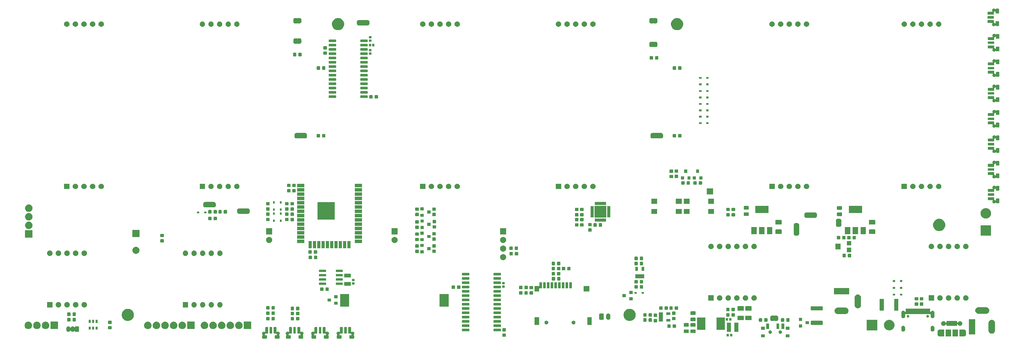
<source format=gts>
G04 #@! TF.GenerationSoftware,KiCad,Pcbnew,(5.1.6)-1*
G04 #@! TF.CreationDate,2020-08-27T22:54:22+08:00*
G04 #@! TF.ProjectId,ESP32-Wall-Clock,45535033-322d-4576-916c-6c2d436c6f63,1.0a*
G04 #@! TF.SameCoordinates,Original*
G04 #@! TF.FileFunction,Soldermask,Top*
G04 #@! TF.FilePolarity,Negative*
%FSLAX46Y46*%
G04 Gerber Fmt 4.6, Leading zero omitted, Abs format (unit mm)*
G04 Created by KiCad (PCBNEW (5.1.6)-1) date 2020-08-27 22:54:22*
%MOMM*%
%LPD*%
G01*
G04 APERTURE LIST*
%ADD10C,0.100000*%
G04 APERTURE END LIST*
D10*
G36*
X106279743Y-146602485D02*
G01*
X106307862Y-146611015D01*
X106333778Y-146624867D01*
X106356492Y-146643508D01*
X106375133Y-146666222D01*
X106388985Y-146692138D01*
X106397515Y-146720257D01*
X106401000Y-146755641D01*
X106401000Y-148344359D01*
X106397515Y-148379743D01*
X106388985Y-148407862D01*
X106375133Y-148433778D01*
X106356492Y-148456492D01*
X106333778Y-148475133D01*
X106307862Y-148488985D01*
X106279743Y-148497515D01*
X106244359Y-148501000D01*
X105705637Y-148501000D01*
X105690913Y-148499550D01*
X105666409Y-148499550D01*
X105642376Y-148504331D01*
X105619737Y-148513708D01*
X105599363Y-148527322D01*
X105582036Y-148544650D01*
X105568423Y-148565024D01*
X105560740Y-148586495D01*
X105518981Y-148687311D01*
X105498434Y-148718062D01*
X105464152Y-148769369D01*
X105447902Y-148785619D01*
X105432362Y-148804555D01*
X105420811Y-148826166D01*
X105413698Y-148849615D01*
X105411296Y-148874001D01*
X105413698Y-148898387D01*
X105420811Y-148921836D01*
X105432362Y-148943447D01*
X105447907Y-148962389D01*
X105466849Y-148977934D01*
X105488460Y-148989485D01*
X105511909Y-148996598D01*
X105536295Y-148999000D01*
X105856860Y-148999000D01*
X105899560Y-149003205D01*
X105934713Y-149013869D01*
X105967110Y-149031186D01*
X105995509Y-149054491D01*
X106018814Y-149082890D01*
X106036131Y-149115287D01*
X106046795Y-149150440D01*
X106051000Y-149193140D01*
X106051000Y-149806860D01*
X106046795Y-149849560D01*
X106036131Y-149884713D01*
X106018814Y-149917110D01*
X105995509Y-149945509D01*
X105967110Y-149968814D01*
X105934713Y-149986131D01*
X105899560Y-149996795D01*
X105856860Y-150001000D01*
X104843140Y-150001000D01*
X104800440Y-149996795D01*
X104765287Y-149986131D01*
X104732890Y-149968814D01*
X104704491Y-149945509D01*
X104681186Y-149917110D01*
X104663869Y-149884713D01*
X104653205Y-149849560D01*
X104649000Y-149806860D01*
X104649000Y-149193140D01*
X104653205Y-149150440D01*
X104663869Y-149115287D01*
X104681186Y-149082890D01*
X104704491Y-149054491D01*
X104740485Y-149024952D01*
X104744577Y-149022219D01*
X104761906Y-149004894D01*
X104775522Y-148984521D01*
X104784902Y-148961883D01*
X104789685Y-148937850D01*
X104789687Y-148913346D01*
X104784910Y-148889313D01*
X104775535Y-148866673D01*
X104761923Y-148846297D01*
X104753687Y-148837208D01*
X104685848Y-148769369D01*
X104651566Y-148718062D01*
X104631019Y-148687311D01*
X104593253Y-148596135D01*
X104593038Y-148595052D01*
X104579565Y-148527322D01*
X104574000Y-148499345D01*
X104574000Y-148400655D01*
X104593253Y-148303865D01*
X104601574Y-148283777D01*
X104616336Y-148248138D01*
X104631019Y-148212689D01*
X104666707Y-148159278D01*
X104685848Y-148130631D01*
X104755631Y-148060848D01*
X104837688Y-148006020D01*
X104837689Y-148006019D01*
X104891098Y-147983896D01*
X104928864Y-147968253D01*
X104997005Y-147954699D01*
X105025655Y-147949000D01*
X105124345Y-147949000D01*
X105152995Y-147954699D01*
X105221136Y-147968253D01*
X105245024Y-147978148D01*
X105312312Y-148006019D01*
X105354554Y-148034245D01*
X105376165Y-148045797D01*
X105399614Y-148052910D01*
X105424000Y-148055312D01*
X105448386Y-148052910D01*
X105471835Y-148045797D01*
X105493446Y-148034246D01*
X105512388Y-148018701D01*
X105527933Y-147999760D01*
X105539485Y-147978149D01*
X105546598Y-147954700D01*
X105549000Y-147930313D01*
X105549000Y-146755641D01*
X105552485Y-146720257D01*
X105561015Y-146692138D01*
X105574867Y-146666222D01*
X105593508Y-146643508D01*
X105616222Y-146624867D01*
X105642138Y-146611015D01*
X105670257Y-146602485D01*
X105705641Y-146599000D01*
X106244359Y-146599000D01*
X106279743Y-146602485D01*
G37*
G36*
X84279743Y-146602485D02*
G01*
X84307862Y-146611015D01*
X84333778Y-146624867D01*
X84356492Y-146643508D01*
X84375133Y-146666222D01*
X84388985Y-146692138D01*
X84397515Y-146720257D01*
X84401000Y-146755641D01*
X84401000Y-148344359D01*
X84397515Y-148379743D01*
X84388985Y-148407862D01*
X84375133Y-148433778D01*
X84356492Y-148456492D01*
X84333778Y-148475133D01*
X84307862Y-148488985D01*
X84279743Y-148497515D01*
X84244359Y-148501000D01*
X83705637Y-148501000D01*
X83690913Y-148499550D01*
X83666409Y-148499550D01*
X83642376Y-148504331D01*
X83619737Y-148513708D01*
X83599363Y-148527322D01*
X83582036Y-148544650D01*
X83568423Y-148565024D01*
X83560740Y-148586495D01*
X83518981Y-148687311D01*
X83498434Y-148718062D01*
X83464152Y-148769369D01*
X83447902Y-148785619D01*
X83432362Y-148804555D01*
X83420811Y-148826166D01*
X83413698Y-148849615D01*
X83411296Y-148874001D01*
X83413698Y-148898387D01*
X83420811Y-148921836D01*
X83432362Y-148943447D01*
X83447907Y-148962389D01*
X83466849Y-148977934D01*
X83488460Y-148989485D01*
X83511909Y-148996598D01*
X83536295Y-148999000D01*
X83856860Y-148999000D01*
X83899560Y-149003205D01*
X83934713Y-149013869D01*
X83967110Y-149031186D01*
X83995509Y-149054491D01*
X84018814Y-149082890D01*
X84036131Y-149115287D01*
X84046795Y-149150440D01*
X84051000Y-149193140D01*
X84051000Y-149806860D01*
X84046795Y-149849560D01*
X84036131Y-149884713D01*
X84018814Y-149917110D01*
X83995509Y-149945509D01*
X83967110Y-149968814D01*
X83934713Y-149986131D01*
X83899560Y-149996795D01*
X83856860Y-150001000D01*
X82843140Y-150001000D01*
X82800440Y-149996795D01*
X82765287Y-149986131D01*
X82732890Y-149968814D01*
X82704491Y-149945509D01*
X82681186Y-149917110D01*
X82663869Y-149884713D01*
X82653205Y-149849560D01*
X82649000Y-149806860D01*
X82649000Y-149193140D01*
X82653205Y-149150440D01*
X82663869Y-149115287D01*
X82681186Y-149082890D01*
X82704491Y-149054491D01*
X82740485Y-149024952D01*
X82744577Y-149022219D01*
X82761906Y-149004894D01*
X82775522Y-148984521D01*
X82784902Y-148961883D01*
X82789685Y-148937850D01*
X82789687Y-148913346D01*
X82784910Y-148889313D01*
X82775535Y-148866673D01*
X82761923Y-148846297D01*
X82753687Y-148837208D01*
X82685848Y-148769369D01*
X82651566Y-148718062D01*
X82631019Y-148687311D01*
X82593253Y-148596135D01*
X82593038Y-148595052D01*
X82579565Y-148527322D01*
X82574000Y-148499345D01*
X82574000Y-148400655D01*
X82593253Y-148303865D01*
X82601574Y-148283777D01*
X82616336Y-148248138D01*
X82631019Y-148212689D01*
X82666707Y-148159278D01*
X82685848Y-148130631D01*
X82755631Y-148060848D01*
X82837688Y-148006020D01*
X82837689Y-148006019D01*
X82891098Y-147983896D01*
X82928864Y-147968253D01*
X82997005Y-147954699D01*
X83025655Y-147949000D01*
X83124345Y-147949000D01*
X83152995Y-147954699D01*
X83221136Y-147968253D01*
X83245024Y-147978148D01*
X83312312Y-148006019D01*
X83354554Y-148034245D01*
X83376165Y-148045797D01*
X83399614Y-148052910D01*
X83424000Y-148055312D01*
X83448386Y-148052910D01*
X83471835Y-148045797D01*
X83493446Y-148034246D01*
X83512388Y-148018701D01*
X83527933Y-147999760D01*
X83539485Y-147978149D01*
X83546598Y-147954700D01*
X83549000Y-147930313D01*
X83549000Y-146755641D01*
X83552485Y-146720257D01*
X83561015Y-146692138D01*
X83574867Y-146666222D01*
X83593508Y-146643508D01*
X83616222Y-146624867D01*
X83642138Y-146611015D01*
X83670257Y-146602485D01*
X83705641Y-146599000D01*
X84244359Y-146599000D01*
X84279743Y-146602485D01*
G37*
G36*
X101229743Y-146602485D02*
G01*
X101257862Y-146611015D01*
X101283778Y-146624867D01*
X101306492Y-146643508D01*
X101325133Y-146666222D01*
X101338985Y-146692138D01*
X101347515Y-146720257D01*
X101351000Y-146755641D01*
X101351000Y-147930313D01*
X101353402Y-147954699D01*
X101360515Y-147978148D01*
X101372066Y-147999759D01*
X101387611Y-148018701D01*
X101406553Y-148034246D01*
X101428164Y-148045797D01*
X101451613Y-148052910D01*
X101475999Y-148055312D01*
X101500385Y-148052910D01*
X101523834Y-148045797D01*
X101545446Y-148034245D01*
X101587688Y-148006019D01*
X101654976Y-147978148D01*
X101678864Y-147968253D01*
X101747005Y-147954699D01*
X101775655Y-147949000D01*
X101874345Y-147949000D01*
X101902995Y-147954699D01*
X101971136Y-147968253D01*
X102008902Y-147983896D01*
X102062311Y-148006019D01*
X102062312Y-148006020D01*
X102144369Y-148060848D01*
X102214152Y-148130631D01*
X102233293Y-148159278D01*
X102268981Y-148212689D01*
X102283664Y-148248138D01*
X102298427Y-148283777D01*
X102306747Y-148303865D01*
X102326000Y-148400655D01*
X102326000Y-148499345D01*
X102320435Y-148527322D01*
X102306963Y-148595052D01*
X102306747Y-148596135D01*
X102268981Y-148687311D01*
X102248434Y-148718062D01*
X102214152Y-148769369D01*
X102146318Y-148837203D01*
X102130778Y-148856139D01*
X102119227Y-148877750D01*
X102112114Y-148901199D01*
X102109712Y-148925585D01*
X102112114Y-148949971D01*
X102119227Y-148973420D01*
X102130778Y-148995031D01*
X102146323Y-149013973D01*
X102157670Y-149023285D01*
X102157595Y-149023377D01*
X102195509Y-149054491D01*
X102218814Y-149082890D01*
X102236131Y-149115287D01*
X102246795Y-149150440D01*
X102251000Y-149193140D01*
X102251000Y-149806860D01*
X102246795Y-149849560D01*
X102236131Y-149884713D01*
X102218814Y-149917110D01*
X102195509Y-149945509D01*
X102167110Y-149968814D01*
X102134713Y-149986131D01*
X102099560Y-149996795D01*
X102056860Y-150001000D01*
X101043140Y-150001000D01*
X101000440Y-149996795D01*
X100965287Y-149986131D01*
X100932890Y-149968814D01*
X100904491Y-149945509D01*
X100881186Y-149917110D01*
X100863869Y-149884713D01*
X100853205Y-149849560D01*
X100849000Y-149806860D01*
X100849000Y-149193140D01*
X100853205Y-149150440D01*
X100863869Y-149115287D01*
X100881186Y-149082890D01*
X100904491Y-149054491D01*
X100932890Y-149031186D01*
X100965287Y-149013869D01*
X101000440Y-149003205D01*
X101043140Y-148999000D01*
X101363705Y-148999000D01*
X101388091Y-148996598D01*
X101411540Y-148989485D01*
X101433151Y-148977934D01*
X101452093Y-148962389D01*
X101467638Y-148943447D01*
X101479189Y-148921836D01*
X101486302Y-148898387D01*
X101488704Y-148874001D01*
X101486302Y-148849615D01*
X101479189Y-148826166D01*
X101467638Y-148804555D01*
X101452098Y-148785619D01*
X101435848Y-148769369D01*
X101401566Y-148718062D01*
X101381019Y-148687311D01*
X101341917Y-148592910D01*
X101336819Y-148576107D01*
X101325267Y-148554497D01*
X101309721Y-148535555D01*
X101290778Y-148520011D01*
X101269167Y-148508461D01*
X101245718Y-148501349D01*
X101209087Y-148499550D01*
X101194363Y-148501000D01*
X100655641Y-148501000D01*
X100620257Y-148497515D01*
X100592138Y-148488985D01*
X100566222Y-148475133D01*
X100543508Y-148456492D01*
X100524867Y-148433778D01*
X100511015Y-148407862D01*
X100502485Y-148379743D01*
X100499000Y-148344359D01*
X100499000Y-146755641D01*
X100502485Y-146720257D01*
X100511015Y-146692138D01*
X100524867Y-146666222D01*
X100543508Y-146643508D01*
X100566222Y-146624867D01*
X100592138Y-146611015D01*
X100620257Y-146602485D01*
X100655641Y-146599000D01*
X101194359Y-146599000D01*
X101229743Y-146602485D01*
G37*
G36*
X98779743Y-146602485D02*
G01*
X98807862Y-146611015D01*
X98833778Y-146624867D01*
X98856492Y-146643508D01*
X98875133Y-146666222D01*
X98888985Y-146692138D01*
X98897515Y-146720257D01*
X98901000Y-146755641D01*
X98901000Y-148344359D01*
X98897515Y-148379743D01*
X98888985Y-148407862D01*
X98875133Y-148433778D01*
X98856492Y-148456492D01*
X98833778Y-148475133D01*
X98807862Y-148488985D01*
X98779743Y-148497515D01*
X98744359Y-148501000D01*
X98205637Y-148501000D01*
X98190913Y-148499550D01*
X98166409Y-148499550D01*
X98142376Y-148504331D01*
X98119737Y-148513708D01*
X98099363Y-148527322D01*
X98082036Y-148544650D01*
X98068423Y-148565024D01*
X98060740Y-148586495D01*
X98018981Y-148687311D01*
X97998434Y-148718062D01*
X97964152Y-148769369D01*
X97947902Y-148785619D01*
X97932362Y-148804555D01*
X97920811Y-148826166D01*
X97913698Y-148849615D01*
X97911296Y-148874001D01*
X97913698Y-148898387D01*
X97920811Y-148921836D01*
X97932362Y-148943447D01*
X97947907Y-148962389D01*
X97966849Y-148977934D01*
X97988460Y-148989485D01*
X98011909Y-148996598D01*
X98036295Y-148999000D01*
X98356860Y-148999000D01*
X98399560Y-149003205D01*
X98434713Y-149013869D01*
X98467110Y-149031186D01*
X98495509Y-149054491D01*
X98518814Y-149082890D01*
X98536131Y-149115287D01*
X98546795Y-149150440D01*
X98551000Y-149193140D01*
X98551000Y-149806860D01*
X98546795Y-149849560D01*
X98536131Y-149884713D01*
X98518814Y-149917110D01*
X98495509Y-149945509D01*
X98467110Y-149968814D01*
X98434713Y-149986131D01*
X98399560Y-149996795D01*
X98356860Y-150001000D01*
X97343140Y-150001000D01*
X97300440Y-149996795D01*
X97265287Y-149986131D01*
X97232890Y-149968814D01*
X97204491Y-149945509D01*
X97181186Y-149917110D01*
X97163869Y-149884713D01*
X97153205Y-149849560D01*
X97149000Y-149806860D01*
X97149000Y-149193140D01*
X97153205Y-149150440D01*
X97163869Y-149115287D01*
X97181186Y-149082890D01*
X97204491Y-149054491D01*
X97240485Y-149024952D01*
X97244577Y-149022219D01*
X97261906Y-149004894D01*
X97275522Y-148984521D01*
X97284902Y-148961883D01*
X97289685Y-148937850D01*
X97289687Y-148913346D01*
X97284910Y-148889313D01*
X97275535Y-148866673D01*
X97261923Y-148846297D01*
X97253687Y-148837208D01*
X97185848Y-148769369D01*
X97151566Y-148718062D01*
X97131019Y-148687311D01*
X97093253Y-148596135D01*
X97093038Y-148595052D01*
X97079565Y-148527322D01*
X97074000Y-148499345D01*
X97074000Y-148400655D01*
X97093253Y-148303865D01*
X97101574Y-148283777D01*
X97116336Y-148248138D01*
X97131019Y-148212689D01*
X97166707Y-148159278D01*
X97185848Y-148130631D01*
X97255631Y-148060848D01*
X97337688Y-148006020D01*
X97337689Y-148006019D01*
X97391098Y-147983896D01*
X97428864Y-147968253D01*
X97497005Y-147954699D01*
X97525655Y-147949000D01*
X97624345Y-147949000D01*
X97652995Y-147954699D01*
X97721136Y-147968253D01*
X97745024Y-147978148D01*
X97812312Y-148006019D01*
X97854554Y-148034245D01*
X97876165Y-148045797D01*
X97899614Y-148052910D01*
X97924000Y-148055312D01*
X97948386Y-148052910D01*
X97971835Y-148045797D01*
X97993446Y-148034246D01*
X98012388Y-148018701D01*
X98027933Y-147999760D01*
X98039485Y-147978149D01*
X98046598Y-147954700D01*
X98049000Y-147930313D01*
X98049000Y-146755641D01*
X98052485Y-146720257D01*
X98061015Y-146692138D01*
X98074867Y-146666222D01*
X98093508Y-146643508D01*
X98116222Y-146624867D01*
X98142138Y-146611015D01*
X98170257Y-146602485D01*
X98205641Y-146599000D01*
X98744359Y-146599000D01*
X98779743Y-146602485D01*
G37*
G36*
X93729743Y-146602485D02*
G01*
X93757862Y-146611015D01*
X93783778Y-146624867D01*
X93806492Y-146643508D01*
X93825133Y-146666222D01*
X93838985Y-146692138D01*
X93847515Y-146720257D01*
X93851000Y-146755641D01*
X93851000Y-147930313D01*
X93853402Y-147954699D01*
X93860515Y-147978148D01*
X93872066Y-147999759D01*
X93887611Y-148018701D01*
X93906553Y-148034246D01*
X93928164Y-148045797D01*
X93951613Y-148052910D01*
X93975999Y-148055312D01*
X94000385Y-148052910D01*
X94023834Y-148045797D01*
X94045446Y-148034245D01*
X94087688Y-148006019D01*
X94154976Y-147978148D01*
X94178864Y-147968253D01*
X94247005Y-147954699D01*
X94275655Y-147949000D01*
X94374345Y-147949000D01*
X94402995Y-147954699D01*
X94471136Y-147968253D01*
X94508902Y-147983896D01*
X94562311Y-148006019D01*
X94562312Y-148006020D01*
X94644369Y-148060848D01*
X94714152Y-148130631D01*
X94733293Y-148159278D01*
X94768981Y-148212689D01*
X94783664Y-148248138D01*
X94798427Y-148283777D01*
X94806747Y-148303865D01*
X94826000Y-148400655D01*
X94826000Y-148499345D01*
X94820435Y-148527322D01*
X94806963Y-148595052D01*
X94806747Y-148596135D01*
X94768981Y-148687311D01*
X94748434Y-148718062D01*
X94714152Y-148769369D01*
X94646318Y-148837203D01*
X94630778Y-148856139D01*
X94619227Y-148877750D01*
X94612114Y-148901199D01*
X94609712Y-148925585D01*
X94612114Y-148949971D01*
X94619227Y-148973420D01*
X94630778Y-148995031D01*
X94646323Y-149013973D01*
X94657670Y-149023285D01*
X94657595Y-149023377D01*
X94695509Y-149054491D01*
X94718814Y-149082890D01*
X94736131Y-149115287D01*
X94746795Y-149150440D01*
X94751000Y-149193140D01*
X94751000Y-149806860D01*
X94746795Y-149849560D01*
X94736131Y-149884713D01*
X94718814Y-149917110D01*
X94695509Y-149945509D01*
X94667110Y-149968814D01*
X94634713Y-149986131D01*
X94599560Y-149996795D01*
X94556860Y-150001000D01*
X93543140Y-150001000D01*
X93500440Y-149996795D01*
X93465287Y-149986131D01*
X93432890Y-149968814D01*
X93404491Y-149945509D01*
X93381186Y-149917110D01*
X93363869Y-149884713D01*
X93353205Y-149849560D01*
X93349000Y-149806860D01*
X93349000Y-149193140D01*
X93353205Y-149150440D01*
X93363869Y-149115287D01*
X93381186Y-149082890D01*
X93404491Y-149054491D01*
X93432890Y-149031186D01*
X93465287Y-149013869D01*
X93500440Y-149003205D01*
X93543140Y-148999000D01*
X93863705Y-148999000D01*
X93888091Y-148996598D01*
X93911540Y-148989485D01*
X93933151Y-148977934D01*
X93952093Y-148962389D01*
X93967638Y-148943447D01*
X93979189Y-148921836D01*
X93986302Y-148898387D01*
X93988704Y-148874001D01*
X93986302Y-148849615D01*
X93979189Y-148826166D01*
X93967638Y-148804555D01*
X93952098Y-148785619D01*
X93935848Y-148769369D01*
X93901566Y-148718062D01*
X93881019Y-148687311D01*
X93841917Y-148592910D01*
X93836819Y-148576107D01*
X93825267Y-148554497D01*
X93809721Y-148535555D01*
X93790778Y-148520011D01*
X93769167Y-148508461D01*
X93745718Y-148501349D01*
X93709087Y-148499550D01*
X93694363Y-148501000D01*
X93155641Y-148501000D01*
X93120257Y-148497515D01*
X93092138Y-148488985D01*
X93066222Y-148475133D01*
X93043508Y-148456492D01*
X93024867Y-148433778D01*
X93011015Y-148407862D01*
X93002485Y-148379743D01*
X92999000Y-148344359D01*
X92999000Y-146755641D01*
X93002485Y-146720257D01*
X93011015Y-146692138D01*
X93024867Y-146666222D01*
X93043508Y-146643508D01*
X93066222Y-146624867D01*
X93092138Y-146611015D01*
X93120257Y-146602485D01*
X93155641Y-146599000D01*
X93694359Y-146599000D01*
X93729743Y-146602485D01*
G37*
G36*
X86729743Y-146602485D02*
G01*
X86757862Y-146611015D01*
X86783778Y-146624867D01*
X86806492Y-146643508D01*
X86825133Y-146666222D01*
X86838985Y-146692138D01*
X86847515Y-146720257D01*
X86851000Y-146755641D01*
X86851000Y-147930313D01*
X86853402Y-147954699D01*
X86860515Y-147978148D01*
X86872066Y-147999759D01*
X86887611Y-148018701D01*
X86906553Y-148034246D01*
X86928164Y-148045797D01*
X86951613Y-148052910D01*
X86975999Y-148055312D01*
X87000385Y-148052910D01*
X87023834Y-148045797D01*
X87045446Y-148034245D01*
X87087688Y-148006019D01*
X87154976Y-147978148D01*
X87178864Y-147968253D01*
X87247005Y-147954699D01*
X87275655Y-147949000D01*
X87374345Y-147949000D01*
X87402995Y-147954699D01*
X87471136Y-147968253D01*
X87508902Y-147983896D01*
X87562311Y-148006019D01*
X87562312Y-148006020D01*
X87644369Y-148060848D01*
X87714152Y-148130631D01*
X87733293Y-148159278D01*
X87768981Y-148212689D01*
X87783664Y-148248138D01*
X87798427Y-148283777D01*
X87806747Y-148303865D01*
X87826000Y-148400655D01*
X87826000Y-148499345D01*
X87820435Y-148527322D01*
X87806963Y-148595052D01*
X87806747Y-148596135D01*
X87768981Y-148687311D01*
X87748434Y-148718062D01*
X87714152Y-148769369D01*
X87646318Y-148837203D01*
X87630778Y-148856139D01*
X87619227Y-148877750D01*
X87612114Y-148901199D01*
X87609712Y-148925585D01*
X87612114Y-148949971D01*
X87619227Y-148973420D01*
X87630778Y-148995031D01*
X87646323Y-149013973D01*
X87657670Y-149023285D01*
X87657595Y-149023377D01*
X87695509Y-149054491D01*
X87718814Y-149082890D01*
X87736131Y-149115287D01*
X87746795Y-149150440D01*
X87751000Y-149193140D01*
X87751000Y-149806860D01*
X87746795Y-149849560D01*
X87736131Y-149884713D01*
X87718814Y-149917110D01*
X87695509Y-149945509D01*
X87667110Y-149968814D01*
X87634713Y-149986131D01*
X87599560Y-149996795D01*
X87556860Y-150001000D01*
X86543140Y-150001000D01*
X86500440Y-149996795D01*
X86465287Y-149986131D01*
X86432890Y-149968814D01*
X86404491Y-149945509D01*
X86381186Y-149917110D01*
X86363869Y-149884713D01*
X86353205Y-149849560D01*
X86349000Y-149806860D01*
X86349000Y-149193140D01*
X86353205Y-149150440D01*
X86363869Y-149115287D01*
X86381186Y-149082890D01*
X86404491Y-149054491D01*
X86432890Y-149031186D01*
X86465287Y-149013869D01*
X86500440Y-149003205D01*
X86543140Y-148999000D01*
X86863705Y-148999000D01*
X86888091Y-148996598D01*
X86911540Y-148989485D01*
X86933151Y-148977934D01*
X86952093Y-148962389D01*
X86967638Y-148943447D01*
X86979189Y-148921836D01*
X86986302Y-148898387D01*
X86988704Y-148874001D01*
X86986302Y-148849615D01*
X86979189Y-148826166D01*
X86967638Y-148804555D01*
X86952098Y-148785619D01*
X86935848Y-148769369D01*
X86901566Y-148718062D01*
X86881019Y-148687311D01*
X86841917Y-148592910D01*
X86836819Y-148576107D01*
X86825267Y-148554497D01*
X86809721Y-148535555D01*
X86790778Y-148520011D01*
X86769167Y-148508461D01*
X86745718Y-148501349D01*
X86709087Y-148499550D01*
X86694363Y-148501000D01*
X86155641Y-148501000D01*
X86120257Y-148497515D01*
X86092138Y-148488985D01*
X86066222Y-148475133D01*
X86043508Y-148456492D01*
X86024867Y-148433778D01*
X86011015Y-148407862D01*
X86002485Y-148379743D01*
X85999000Y-148344359D01*
X85999000Y-146755641D01*
X86002485Y-146720257D01*
X86011015Y-146692138D01*
X86024867Y-146666222D01*
X86043508Y-146643508D01*
X86066222Y-146624867D01*
X86092138Y-146611015D01*
X86120257Y-146602485D01*
X86155641Y-146599000D01*
X86694359Y-146599000D01*
X86729743Y-146602485D01*
G37*
G36*
X91279743Y-146602485D02*
G01*
X91307862Y-146611015D01*
X91333778Y-146624867D01*
X91356492Y-146643508D01*
X91375133Y-146666222D01*
X91388985Y-146692138D01*
X91397515Y-146720257D01*
X91401000Y-146755641D01*
X91401000Y-148344359D01*
X91397515Y-148379743D01*
X91388985Y-148407862D01*
X91375133Y-148433778D01*
X91356492Y-148456492D01*
X91333778Y-148475133D01*
X91307862Y-148488985D01*
X91279743Y-148497515D01*
X91244359Y-148501000D01*
X90705637Y-148501000D01*
X90690913Y-148499550D01*
X90666409Y-148499550D01*
X90642376Y-148504331D01*
X90619737Y-148513708D01*
X90599363Y-148527322D01*
X90582036Y-148544650D01*
X90568423Y-148565024D01*
X90560740Y-148586495D01*
X90518981Y-148687311D01*
X90498434Y-148718062D01*
X90464152Y-148769369D01*
X90447902Y-148785619D01*
X90432362Y-148804555D01*
X90420811Y-148826166D01*
X90413698Y-148849615D01*
X90411296Y-148874001D01*
X90413698Y-148898387D01*
X90420811Y-148921836D01*
X90432362Y-148943447D01*
X90447907Y-148962389D01*
X90466849Y-148977934D01*
X90488460Y-148989485D01*
X90511909Y-148996598D01*
X90536295Y-148999000D01*
X90856860Y-148999000D01*
X90899560Y-149003205D01*
X90934713Y-149013869D01*
X90967110Y-149031186D01*
X90995509Y-149054491D01*
X91018814Y-149082890D01*
X91036131Y-149115287D01*
X91046795Y-149150440D01*
X91051000Y-149193140D01*
X91051000Y-149806860D01*
X91046795Y-149849560D01*
X91036131Y-149884713D01*
X91018814Y-149917110D01*
X90995509Y-149945509D01*
X90967110Y-149968814D01*
X90934713Y-149986131D01*
X90899560Y-149996795D01*
X90856860Y-150001000D01*
X89843140Y-150001000D01*
X89800440Y-149996795D01*
X89765287Y-149986131D01*
X89732890Y-149968814D01*
X89704491Y-149945509D01*
X89681186Y-149917110D01*
X89663869Y-149884713D01*
X89653205Y-149849560D01*
X89649000Y-149806860D01*
X89649000Y-149193140D01*
X89653205Y-149150440D01*
X89663869Y-149115287D01*
X89681186Y-149082890D01*
X89704491Y-149054491D01*
X89740485Y-149024952D01*
X89744577Y-149022219D01*
X89761906Y-149004894D01*
X89775522Y-148984521D01*
X89784902Y-148961883D01*
X89789685Y-148937850D01*
X89789687Y-148913346D01*
X89784910Y-148889313D01*
X89775535Y-148866673D01*
X89761923Y-148846297D01*
X89753687Y-148837208D01*
X89685848Y-148769369D01*
X89651566Y-148718062D01*
X89631019Y-148687311D01*
X89593253Y-148596135D01*
X89593038Y-148595052D01*
X89579565Y-148527322D01*
X89574000Y-148499345D01*
X89574000Y-148400655D01*
X89593253Y-148303865D01*
X89601574Y-148283777D01*
X89616336Y-148248138D01*
X89631019Y-148212689D01*
X89666707Y-148159278D01*
X89685848Y-148130631D01*
X89755631Y-148060848D01*
X89837688Y-148006020D01*
X89837689Y-148006019D01*
X89891098Y-147983896D01*
X89928864Y-147968253D01*
X89997005Y-147954699D01*
X90025655Y-147949000D01*
X90124345Y-147949000D01*
X90152995Y-147954699D01*
X90221136Y-147968253D01*
X90245024Y-147978148D01*
X90312312Y-148006019D01*
X90354554Y-148034245D01*
X90376165Y-148045797D01*
X90399614Y-148052910D01*
X90424000Y-148055312D01*
X90448386Y-148052910D01*
X90471835Y-148045797D01*
X90493446Y-148034246D01*
X90512388Y-148018701D01*
X90527933Y-147999760D01*
X90539485Y-147978149D01*
X90546598Y-147954700D01*
X90549000Y-147930313D01*
X90549000Y-146755641D01*
X90552485Y-146720257D01*
X90561015Y-146692138D01*
X90574867Y-146666222D01*
X90593508Y-146643508D01*
X90616222Y-146624867D01*
X90642138Y-146611015D01*
X90670257Y-146602485D01*
X90705641Y-146599000D01*
X91244359Y-146599000D01*
X91279743Y-146602485D01*
G37*
G36*
X108729743Y-146602485D02*
G01*
X108757862Y-146611015D01*
X108783778Y-146624867D01*
X108806492Y-146643508D01*
X108825133Y-146666222D01*
X108838985Y-146692138D01*
X108847515Y-146720257D01*
X108851000Y-146755641D01*
X108851000Y-147930313D01*
X108853402Y-147954699D01*
X108860515Y-147978148D01*
X108872066Y-147999759D01*
X108887611Y-148018701D01*
X108906553Y-148034246D01*
X108928164Y-148045797D01*
X108951613Y-148052910D01*
X108975999Y-148055312D01*
X109000385Y-148052910D01*
X109023834Y-148045797D01*
X109045446Y-148034245D01*
X109087688Y-148006019D01*
X109154976Y-147978148D01*
X109178864Y-147968253D01*
X109247005Y-147954699D01*
X109275655Y-147949000D01*
X109374345Y-147949000D01*
X109402995Y-147954699D01*
X109471136Y-147968253D01*
X109508902Y-147983896D01*
X109562311Y-148006019D01*
X109562312Y-148006020D01*
X109644369Y-148060848D01*
X109714152Y-148130631D01*
X109733293Y-148159278D01*
X109768981Y-148212689D01*
X109783664Y-148248138D01*
X109798427Y-148283777D01*
X109806747Y-148303865D01*
X109826000Y-148400655D01*
X109826000Y-148499345D01*
X109820435Y-148527322D01*
X109806963Y-148595052D01*
X109806747Y-148596135D01*
X109768981Y-148687311D01*
X109748434Y-148718062D01*
X109714152Y-148769369D01*
X109646318Y-148837203D01*
X109630778Y-148856139D01*
X109619227Y-148877750D01*
X109612114Y-148901199D01*
X109609712Y-148925585D01*
X109612114Y-148949971D01*
X109619227Y-148973420D01*
X109630778Y-148995031D01*
X109646323Y-149013973D01*
X109657670Y-149023285D01*
X109657595Y-149023377D01*
X109695509Y-149054491D01*
X109718814Y-149082890D01*
X109736131Y-149115287D01*
X109746795Y-149150440D01*
X109751000Y-149193140D01*
X109751000Y-149806860D01*
X109746795Y-149849560D01*
X109736131Y-149884713D01*
X109718814Y-149917110D01*
X109695509Y-149945509D01*
X109667110Y-149968814D01*
X109634713Y-149986131D01*
X109599560Y-149996795D01*
X109556860Y-150001000D01*
X108543140Y-150001000D01*
X108500440Y-149996795D01*
X108465287Y-149986131D01*
X108432890Y-149968814D01*
X108404491Y-149945509D01*
X108381186Y-149917110D01*
X108363869Y-149884713D01*
X108353205Y-149849560D01*
X108349000Y-149806860D01*
X108349000Y-149193140D01*
X108353205Y-149150440D01*
X108363869Y-149115287D01*
X108381186Y-149082890D01*
X108404491Y-149054491D01*
X108432890Y-149031186D01*
X108465287Y-149013869D01*
X108500440Y-149003205D01*
X108543140Y-148999000D01*
X108863705Y-148999000D01*
X108888091Y-148996598D01*
X108911540Y-148989485D01*
X108933151Y-148977934D01*
X108952093Y-148962389D01*
X108967638Y-148943447D01*
X108979189Y-148921836D01*
X108986302Y-148898387D01*
X108988704Y-148874001D01*
X108986302Y-148849615D01*
X108979189Y-148826166D01*
X108967638Y-148804555D01*
X108952098Y-148785619D01*
X108935848Y-148769369D01*
X108901566Y-148718062D01*
X108881019Y-148687311D01*
X108841917Y-148592910D01*
X108836819Y-148576107D01*
X108825267Y-148554497D01*
X108809721Y-148535555D01*
X108790778Y-148520011D01*
X108769167Y-148508461D01*
X108745718Y-148501349D01*
X108709087Y-148499550D01*
X108694363Y-148501000D01*
X108155641Y-148501000D01*
X108120257Y-148497515D01*
X108092138Y-148488985D01*
X108066222Y-148475133D01*
X108043508Y-148456492D01*
X108024867Y-148433778D01*
X108011015Y-148407862D01*
X108002485Y-148379743D01*
X107999000Y-148344359D01*
X107999000Y-146755641D01*
X108002485Y-146720257D01*
X108011015Y-146692138D01*
X108024867Y-146666222D01*
X108043508Y-146643508D01*
X108066222Y-146624867D01*
X108092138Y-146611015D01*
X108120257Y-146602485D01*
X108155641Y-146599000D01*
X108694359Y-146599000D01*
X108729743Y-146602485D01*
G37*
G36*
X230851000Y-149631000D02*
G01*
X229749000Y-149631000D01*
X229749000Y-148729000D01*
X230851000Y-148729000D01*
X230851000Y-149631000D01*
G37*
G36*
X238151000Y-149631000D02*
G01*
X237049000Y-149631000D01*
X237049000Y-148729000D01*
X238151000Y-148729000D01*
X238151000Y-149631000D01*
G37*
G36*
X154379591Y-148490585D02*
G01*
X154413569Y-148500893D01*
X154444890Y-148517634D01*
X154472339Y-148540161D01*
X154494866Y-148567610D01*
X154511607Y-148598931D01*
X154521915Y-148632909D01*
X154526000Y-148674390D01*
X154526000Y-149275610D01*
X154521915Y-149317091D01*
X154511607Y-149351069D01*
X154494866Y-149382390D01*
X154472339Y-149409839D01*
X154444890Y-149432366D01*
X154413569Y-149449107D01*
X154379591Y-149459415D01*
X154338110Y-149463500D01*
X153661890Y-149463500D01*
X153620409Y-149459415D01*
X153586431Y-149449107D01*
X153555110Y-149432366D01*
X153527661Y-149409839D01*
X153505134Y-149382390D01*
X153488393Y-149351069D01*
X153478085Y-149317091D01*
X153474000Y-149275610D01*
X153474000Y-148674390D01*
X153478085Y-148632909D01*
X153488393Y-148598931D01*
X153505134Y-148567610D01*
X153527661Y-148540161D01*
X153555110Y-148517634D01*
X153586431Y-148500893D01*
X153620409Y-148490585D01*
X153661890Y-148486500D01*
X154338110Y-148486500D01*
X154379591Y-148490585D01*
G37*
G36*
X221176938Y-148631716D02*
G01*
X221197557Y-148637971D01*
X221216553Y-148648124D01*
X221233208Y-148661792D01*
X221246876Y-148678447D01*
X221257029Y-148697443D01*
X221263284Y-148718062D01*
X221266000Y-148745640D01*
X221266000Y-149254360D01*
X221263284Y-149281938D01*
X221257029Y-149302557D01*
X221246876Y-149321553D01*
X221233208Y-149338208D01*
X221216553Y-149351876D01*
X221197557Y-149362029D01*
X221176938Y-149368284D01*
X221149360Y-149371000D01*
X220690640Y-149371000D01*
X220663062Y-149368284D01*
X220642443Y-149362029D01*
X220623447Y-149351876D01*
X220606792Y-149338208D01*
X220593124Y-149321553D01*
X220582971Y-149302557D01*
X220576716Y-149281938D01*
X220574000Y-149254360D01*
X220574000Y-148745640D01*
X220576716Y-148718062D01*
X220582971Y-148697443D01*
X220593124Y-148678447D01*
X220606792Y-148661792D01*
X220623447Y-148648124D01*
X220642443Y-148637971D01*
X220663062Y-148631716D01*
X220690640Y-148629000D01*
X221149360Y-148629000D01*
X221176938Y-148631716D01*
G37*
G36*
X220206938Y-148631716D02*
G01*
X220227557Y-148637971D01*
X220246553Y-148648124D01*
X220263208Y-148661792D01*
X220276876Y-148678447D01*
X220287029Y-148697443D01*
X220293284Y-148718062D01*
X220296000Y-148745640D01*
X220296000Y-149254360D01*
X220293284Y-149281938D01*
X220287029Y-149302557D01*
X220276876Y-149321553D01*
X220263208Y-149338208D01*
X220246553Y-149351876D01*
X220227557Y-149362029D01*
X220206938Y-149368284D01*
X220179360Y-149371000D01*
X219720640Y-149371000D01*
X219693062Y-149368284D01*
X219672443Y-149362029D01*
X219653447Y-149351876D01*
X219636792Y-149338208D01*
X219623124Y-149321553D01*
X219612971Y-149302557D01*
X219606716Y-149281938D01*
X219604000Y-149254360D01*
X219604000Y-148745640D01*
X219606716Y-148718062D01*
X219612971Y-148697443D01*
X219623124Y-148678447D01*
X219636792Y-148661792D01*
X219653447Y-148648124D01*
X219672443Y-148637971D01*
X219693062Y-148631716D01*
X219720640Y-148629000D01*
X220179360Y-148629000D01*
X220206938Y-148631716D01*
G37*
G36*
X289623407Y-147335898D02*
G01*
X289635659Y-147336500D01*
X289646434Y-147336500D01*
X289651613Y-147338071D01*
X289663747Y-147339871D01*
X289717817Y-147345196D01*
X289831104Y-147379562D01*
X289935511Y-147435369D01*
X289935513Y-147435370D01*
X289935512Y-147435370D01*
X290027027Y-147510473D01*
X290060286Y-147551000D01*
X290102131Y-147601988D01*
X290157938Y-147706395D01*
X290192304Y-147819682D01*
X290201000Y-147907981D01*
X290201000Y-148767019D01*
X290192304Y-148855318D01*
X290157938Y-148968605D01*
X290102131Y-149073012D01*
X290027027Y-149164527D01*
X289935512Y-149239631D01*
X289831105Y-149295438D01*
X289717818Y-149329804D01*
X289663747Y-149335129D01*
X289646798Y-149338500D01*
X289635659Y-149338500D01*
X289623407Y-149339102D01*
X289600000Y-149341407D01*
X289576593Y-149339102D01*
X289564341Y-149338500D01*
X288249000Y-149338500D01*
X288249000Y-147336500D01*
X289564341Y-147336500D01*
X289576593Y-147335898D01*
X289600000Y-147333593D01*
X289623407Y-147335898D01*
G37*
G36*
X282423407Y-147335898D02*
G01*
X282435659Y-147336500D01*
X283751000Y-147336500D01*
X283751000Y-149338500D01*
X282435659Y-149338500D01*
X282423407Y-149339102D01*
X282400000Y-149341407D01*
X282376593Y-149339102D01*
X282364341Y-149338500D01*
X282353566Y-149338500D01*
X282348387Y-149336929D01*
X282336253Y-149335129D01*
X282282182Y-149329804D01*
X282168895Y-149295438D01*
X282064488Y-149239631D01*
X282039654Y-149219250D01*
X281972973Y-149164527D01*
X281911338Y-149089423D01*
X281897869Y-149073011D01*
X281842062Y-148968604D01*
X281807696Y-148855317D01*
X281799000Y-148767018D01*
X281799000Y-147907981D01*
X281807696Y-147819684D01*
X281842064Y-147706394D01*
X281897870Y-147601988D01*
X281972974Y-147510473D01*
X282064489Y-147435369D01*
X282168896Y-147379562D01*
X282282183Y-147345196D01*
X282336253Y-147339871D01*
X282353202Y-147336500D01*
X282364341Y-147336500D01*
X282376593Y-147335898D01*
X282400000Y-147333593D01*
X282423407Y-147335898D01*
G37*
G36*
X287801000Y-149338500D02*
G01*
X286199000Y-149338500D01*
X286199000Y-147336500D01*
X287801000Y-147336500D01*
X287801000Y-149338500D01*
G37*
G36*
X285801000Y-149338500D02*
G01*
X284199000Y-149338500D01*
X284199000Y-147336500D01*
X285801000Y-147336500D01*
X285801000Y-149338500D01*
G37*
G36*
X292951000Y-148751000D02*
G01*
X291049000Y-148751000D01*
X291049000Y-144249000D01*
X292951000Y-144249000D01*
X292951000Y-148751000D01*
G37*
G36*
X232547740Y-147588627D02*
G01*
X232596136Y-147598253D01*
X232611094Y-147604449D01*
X232687311Y-147636019D01*
X232700403Y-147644767D01*
X232769369Y-147690848D01*
X232839152Y-147760631D01*
X232847066Y-147772476D01*
X232893981Y-147842689D01*
X232911012Y-147883807D01*
X232931747Y-147933864D01*
X232936892Y-147959728D01*
X232951000Y-148030655D01*
X232951000Y-148129345D01*
X232931747Y-148226135D01*
X232893981Y-148317311D01*
X232893980Y-148317312D01*
X232839152Y-148399369D01*
X232769369Y-148469152D01*
X232728062Y-148496752D01*
X232687311Y-148523981D01*
X232637411Y-148544650D01*
X232596136Y-148561747D01*
X232547740Y-148571374D01*
X232499345Y-148581000D01*
X232400655Y-148581000D01*
X232352260Y-148571374D01*
X232303864Y-148561747D01*
X232262589Y-148544650D01*
X232212689Y-148523981D01*
X232171938Y-148496752D01*
X232130631Y-148469152D01*
X232060848Y-148399369D01*
X232006020Y-148317312D01*
X232006019Y-148317311D01*
X231968253Y-148226135D01*
X231949000Y-148129345D01*
X231949000Y-148030655D01*
X231963108Y-147959728D01*
X231968253Y-147933864D01*
X231988988Y-147883807D01*
X232006019Y-147842689D01*
X232052934Y-147772476D01*
X232060848Y-147760631D01*
X232130631Y-147690848D01*
X232199597Y-147644767D01*
X232212689Y-147636019D01*
X232288906Y-147604449D01*
X232303864Y-147598253D01*
X232352260Y-147588627D01*
X232400655Y-147579000D01*
X232499345Y-147579000D01*
X232547740Y-147588627D01*
G37*
G36*
X235547740Y-147588627D02*
G01*
X235596136Y-147598253D01*
X235611094Y-147604449D01*
X235687311Y-147636019D01*
X235700403Y-147644767D01*
X235769369Y-147690848D01*
X235839152Y-147760631D01*
X235847066Y-147772476D01*
X235893981Y-147842689D01*
X235911012Y-147883807D01*
X235931747Y-147933864D01*
X235936892Y-147959728D01*
X235951000Y-148030655D01*
X235951000Y-148129345D01*
X235931747Y-148226135D01*
X235893981Y-148317311D01*
X235893980Y-148317312D01*
X235839152Y-148399369D01*
X235769369Y-148469152D01*
X235728062Y-148496752D01*
X235687311Y-148523981D01*
X235637411Y-148544650D01*
X235596136Y-148561747D01*
X235547740Y-148571374D01*
X235499345Y-148581000D01*
X235400655Y-148581000D01*
X235352260Y-148571374D01*
X235303864Y-148561747D01*
X235262589Y-148544650D01*
X235212689Y-148523981D01*
X235171938Y-148496752D01*
X235130631Y-148469152D01*
X235060848Y-148399369D01*
X235006020Y-148317312D01*
X235006019Y-148317311D01*
X234968253Y-148226135D01*
X234949000Y-148129345D01*
X234949000Y-148030655D01*
X234963108Y-147959728D01*
X234968253Y-147933864D01*
X234988988Y-147883807D01*
X235006019Y-147842689D01*
X235052934Y-147772476D01*
X235060848Y-147760631D01*
X235130631Y-147690848D01*
X235199597Y-147644767D01*
X235212689Y-147636019D01*
X235288906Y-147604449D01*
X235303864Y-147598253D01*
X235352260Y-147588627D01*
X235400655Y-147579000D01*
X235499345Y-147579000D01*
X235547740Y-147588627D01*
G37*
G36*
X297986424Y-144462760D02*
G01*
X297986427Y-144462761D01*
X297986428Y-144462761D01*
X298165692Y-144517140D01*
X298165695Y-144517142D01*
X298165696Y-144517142D01*
X298330903Y-144605446D01*
X298475712Y-144724288D01*
X298594554Y-144869097D01*
X298678003Y-145025220D01*
X298682860Y-145034307D01*
X298733236Y-145200376D01*
X298737240Y-145213575D01*
X298751000Y-145353282D01*
X298751000Y-147646718D01*
X298737240Y-147786425D01*
X298737239Y-147786428D01*
X298737239Y-147786429D01*
X298682860Y-147965693D01*
X298682858Y-147965696D01*
X298682858Y-147965697D01*
X298594554Y-148130903D01*
X298475712Y-148275712D01*
X298330903Y-148394554D01*
X298168327Y-148481452D01*
X298165693Y-148482860D01*
X297986429Y-148537239D01*
X297986428Y-148537239D01*
X297986425Y-148537240D01*
X297800000Y-148555601D01*
X297613576Y-148537240D01*
X297613573Y-148537239D01*
X297613572Y-148537239D01*
X297434308Y-148482860D01*
X297431674Y-148481452D01*
X297269098Y-148394554D01*
X297124289Y-148275712D01*
X297005447Y-148130903D01*
X296917143Y-147965697D01*
X296917143Y-147965696D01*
X296917141Y-147965693D01*
X296862762Y-147786429D01*
X296862762Y-147786428D01*
X296862761Y-147786425D01*
X296849001Y-147646718D01*
X296849000Y-145353283D01*
X296862760Y-145213576D01*
X296862761Y-145213572D01*
X296917140Y-145034308D01*
X296921581Y-145026000D01*
X297005446Y-144869097D01*
X297124288Y-144724288D01*
X297269097Y-144605446D01*
X297434303Y-144517142D01*
X297434304Y-144517142D01*
X297434307Y-144517140D01*
X297613571Y-144462761D01*
X297613572Y-144462761D01*
X297613575Y-144462760D01*
X297800000Y-144444399D01*
X297986424Y-144462760D01*
G37*
G36*
X107459928Y-146601764D02*
G01*
X107481009Y-146608160D01*
X107500445Y-146618548D01*
X107517476Y-146632524D01*
X107531452Y-146649555D01*
X107541840Y-146668991D01*
X107548236Y-146690072D01*
X107551000Y-146718140D01*
X107551000Y-148381860D01*
X107548236Y-148409928D01*
X107541840Y-148431009D01*
X107531452Y-148450445D01*
X107517476Y-148467476D01*
X107500445Y-148481452D01*
X107481009Y-148491840D01*
X107459928Y-148498236D01*
X107431860Y-148501000D01*
X106968140Y-148501000D01*
X106940072Y-148498236D01*
X106918991Y-148491840D01*
X106899555Y-148481452D01*
X106882524Y-148467476D01*
X106868548Y-148450445D01*
X106858160Y-148431009D01*
X106851764Y-148409928D01*
X106849000Y-148381860D01*
X106849000Y-146718140D01*
X106851764Y-146690072D01*
X106858160Y-146668991D01*
X106868548Y-146649555D01*
X106882524Y-146632524D01*
X106899555Y-146618548D01*
X106918991Y-146608160D01*
X106940072Y-146601764D01*
X106968140Y-146599000D01*
X107431860Y-146599000D01*
X107459928Y-146601764D01*
G37*
G36*
X85459928Y-146601764D02*
G01*
X85481009Y-146608160D01*
X85500445Y-146618548D01*
X85517476Y-146632524D01*
X85531452Y-146649555D01*
X85541840Y-146668991D01*
X85548236Y-146690072D01*
X85551000Y-146718140D01*
X85551000Y-148381860D01*
X85548236Y-148409928D01*
X85541840Y-148431009D01*
X85531452Y-148450445D01*
X85517476Y-148467476D01*
X85500445Y-148481452D01*
X85481009Y-148491840D01*
X85459928Y-148498236D01*
X85431860Y-148501000D01*
X84968140Y-148501000D01*
X84940072Y-148498236D01*
X84918991Y-148491840D01*
X84899555Y-148481452D01*
X84882524Y-148467476D01*
X84868548Y-148450445D01*
X84858160Y-148431009D01*
X84851764Y-148409928D01*
X84849000Y-148381860D01*
X84849000Y-146718140D01*
X84851764Y-146690072D01*
X84858160Y-146668991D01*
X84868548Y-146649555D01*
X84882524Y-146632524D01*
X84899555Y-146618548D01*
X84918991Y-146608160D01*
X84940072Y-146601764D01*
X84968140Y-146599000D01*
X85431860Y-146599000D01*
X85459928Y-146601764D01*
G37*
G36*
X99959928Y-146601764D02*
G01*
X99981009Y-146608160D01*
X100000445Y-146618548D01*
X100017476Y-146632524D01*
X100031452Y-146649555D01*
X100041840Y-146668991D01*
X100048236Y-146690072D01*
X100051000Y-146718140D01*
X100051000Y-148381860D01*
X100048236Y-148409928D01*
X100041840Y-148431009D01*
X100031452Y-148450445D01*
X100017476Y-148467476D01*
X100000445Y-148481452D01*
X99981009Y-148491840D01*
X99959928Y-148498236D01*
X99931860Y-148501000D01*
X99468140Y-148501000D01*
X99440072Y-148498236D01*
X99418991Y-148491840D01*
X99399555Y-148481452D01*
X99382524Y-148467476D01*
X99368548Y-148450445D01*
X99358160Y-148431009D01*
X99351764Y-148409928D01*
X99349000Y-148381860D01*
X99349000Y-146718140D01*
X99351764Y-146690072D01*
X99358160Y-146668991D01*
X99368548Y-146649555D01*
X99382524Y-146632524D01*
X99399555Y-146618548D01*
X99418991Y-146608160D01*
X99440072Y-146601764D01*
X99468140Y-146599000D01*
X99931860Y-146599000D01*
X99959928Y-146601764D01*
G37*
G36*
X92459928Y-146601764D02*
G01*
X92481009Y-146608160D01*
X92500445Y-146618548D01*
X92517476Y-146632524D01*
X92531452Y-146649555D01*
X92541840Y-146668991D01*
X92548236Y-146690072D01*
X92551000Y-146718140D01*
X92551000Y-148381860D01*
X92548236Y-148409928D01*
X92541840Y-148431009D01*
X92531452Y-148450445D01*
X92517476Y-148467476D01*
X92500445Y-148481452D01*
X92481009Y-148491840D01*
X92459928Y-148498236D01*
X92431860Y-148501000D01*
X91968140Y-148501000D01*
X91940072Y-148498236D01*
X91918991Y-148491840D01*
X91899555Y-148481452D01*
X91882524Y-148467476D01*
X91868548Y-148450445D01*
X91858160Y-148431009D01*
X91851764Y-148409928D01*
X91849000Y-148381860D01*
X91849000Y-146718140D01*
X91851764Y-146690072D01*
X91858160Y-146668991D01*
X91868548Y-146649555D01*
X91882524Y-146632524D01*
X91899555Y-146618548D01*
X91918991Y-146608160D01*
X91940072Y-146601764D01*
X91968140Y-146599000D01*
X92431860Y-146599000D01*
X92459928Y-146601764D01*
G37*
G36*
X208284468Y-147303565D02*
G01*
X208323138Y-147315296D01*
X208358777Y-147334346D01*
X208390017Y-147359983D01*
X208415654Y-147391223D01*
X208434704Y-147426862D01*
X208446435Y-147465532D01*
X208451000Y-147511888D01*
X208451000Y-148163112D01*
X208446435Y-148209468D01*
X208434704Y-148248138D01*
X208415654Y-148283777D01*
X208390017Y-148315017D01*
X208358777Y-148340654D01*
X208323138Y-148359704D01*
X208284468Y-148371435D01*
X208238112Y-148376000D01*
X207161888Y-148376000D01*
X207115532Y-148371435D01*
X207076862Y-148359704D01*
X207041223Y-148340654D01*
X207009983Y-148315017D01*
X206984346Y-148283777D01*
X206965296Y-148248138D01*
X206953565Y-148209468D01*
X206949000Y-148163112D01*
X206949000Y-147511888D01*
X206953565Y-147465532D01*
X206965296Y-147426862D01*
X206984346Y-147391223D01*
X207009983Y-147359983D01*
X207041223Y-147334346D01*
X207076862Y-147315296D01*
X207115532Y-147303565D01*
X207161888Y-147299000D01*
X208238112Y-147299000D01*
X208284468Y-147303565D01*
G37*
G36*
X210284468Y-147303565D02*
G01*
X210323138Y-147315296D01*
X210358777Y-147334346D01*
X210390017Y-147359983D01*
X210415654Y-147391223D01*
X210434704Y-147426862D01*
X210446435Y-147465532D01*
X210451000Y-147511888D01*
X210451000Y-148163112D01*
X210446435Y-148209468D01*
X210434704Y-148248138D01*
X210415654Y-148283777D01*
X210390017Y-148315017D01*
X210358777Y-148340654D01*
X210323138Y-148359704D01*
X210284468Y-148371435D01*
X210238112Y-148376000D01*
X209161888Y-148376000D01*
X209115532Y-148371435D01*
X209076862Y-148359704D01*
X209041223Y-148340654D01*
X209009983Y-148315017D01*
X208984346Y-148283777D01*
X208965296Y-148248138D01*
X208953565Y-148209468D01*
X208949000Y-148163112D01*
X208949000Y-147511888D01*
X208953565Y-147465532D01*
X208965296Y-147426862D01*
X208984346Y-147391223D01*
X209009983Y-147359983D01*
X209041223Y-147334346D01*
X209076862Y-147315296D01*
X209115532Y-147303565D01*
X209161888Y-147299000D01*
X210238112Y-147299000D01*
X210284468Y-147303565D01*
G37*
G36*
X26842916Y-146407334D02*
G01*
X26951492Y-146440271D01*
X26951495Y-146440272D01*
X26974201Y-146452409D01*
X27051557Y-146493756D01*
X27139264Y-146565736D01*
X27202383Y-146642646D01*
X27219702Y-146659965D01*
X27240077Y-146673579D01*
X27262716Y-146682957D01*
X27286749Y-146687737D01*
X27311253Y-146687737D01*
X27335286Y-146682957D01*
X27357925Y-146673579D01*
X27378299Y-146659966D01*
X27395626Y-146642639D01*
X27409240Y-146622264D01*
X27418618Y-146599625D01*
X27423398Y-146575592D01*
X27424000Y-146563340D01*
X27424000Y-146399000D01*
X28576000Y-146399000D01*
X28576000Y-148001000D01*
X27424000Y-148001000D01*
X27424000Y-147836660D01*
X27421598Y-147812274D01*
X27414485Y-147788825D01*
X27402934Y-147767214D01*
X27387389Y-147748272D01*
X27368447Y-147732727D01*
X27346836Y-147721176D01*
X27323387Y-147714063D01*
X27299001Y-147711661D01*
X27274615Y-147714063D01*
X27251166Y-147721176D01*
X27229555Y-147732727D01*
X27202381Y-147757356D01*
X27139264Y-147834264D01*
X27051556Y-147906244D01*
X26999880Y-147933865D01*
X26951494Y-147959728D01*
X26951491Y-147959729D01*
X26842915Y-147992666D01*
X26730000Y-148003787D01*
X26617084Y-147992666D01*
X26508508Y-147959729D01*
X26508505Y-147959728D01*
X26460119Y-147933865D01*
X26408443Y-147906244D01*
X26320736Y-147834264D01*
X26248756Y-147746556D01*
X26205239Y-147665140D01*
X26191625Y-147644766D01*
X26174298Y-147627439D01*
X26153924Y-147613825D01*
X26131285Y-147604448D01*
X26107251Y-147599668D01*
X26082747Y-147599668D01*
X26058714Y-147604449D01*
X26036075Y-147613826D01*
X26015701Y-147627440D01*
X25998374Y-147644767D01*
X25984762Y-147665140D01*
X25941244Y-147746557D01*
X25869264Y-147834264D01*
X25781556Y-147906244D01*
X25729880Y-147933865D01*
X25681494Y-147959728D01*
X25681491Y-147959729D01*
X25572915Y-147992666D01*
X25460000Y-148003787D01*
X25347084Y-147992666D01*
X25238508Y-147959729D01*
X25238505Y-147959728D01*
X25190119Y-147933865D01*
X25138443Y-147906244D01*
X25050736Y-147834264D01*
X24978756Y-147746556D01*
X24931209Y-147657601D01*
X24925272Y-147646494D01*
X24922095Y-147636020D01*
X24892334Y-147537915D01*
X24884000Y-147453297D01*
X24884000Y-146946702D01*
X24892334Y-146862084D01*
X24925271Y-146753508D01*
X24925272Y-146753505D01*
X24978756Y-146653445D01*
X24978757Y-146653443D01*
X25050737Y-146565736D01*
X25138444Y-146493756D01*
X25215800Y-146452409D01*
X25238506Y-146440272D01*
X25238509Y-146440271D01*
X25347085Y-146407334D01*
X25460000Y-146396213D01*
X25572916Y-146407334D01*
X25681492Y-146440271D01*
X25681495Y-146440272D01*
X25704201Y-146452409D01*
X25781557Y-146493756D01*
X25869264Y-146565736D01*
X25941244Y-146653443D01*
X25978387Y-146722934D01*
X25984761Y-146734859D01*
X25998375Y-146755234D01*
X26015702Y-146772561D01*
X26036076Y-146786174D01*
X26058715Y-146795552D01*
X26082748Y-146800332D01*
X26107252Y-146800332D01*
X26131285Y-146795552D01*
X26153924Y-146786174D01*
X26174299Y-146772560D01*
X26191626Y-146755233D01*
X26205239Y-146734859D01*
X26240446Y-146668991D01*
X26248757Y-146653443D01*
X26320737Y-146565736D01*
X26408444Y-146493756D01*
X26485800Y-146452409D01*
X26508506Y-146440272D01*
X26508509Y-146440271D01*
X26617085Y-146407334D01*
X26730000Y-146396213D01*
X26842916Y-146407334D01*
G37*
G36*
X223081000Y-147976000D02*
G01*
X221919000Y-147976000D01*
X221919000Y-145324000D01*
X223081000Y-145324000D01*
X223081000Y-147976000D01*
G37*
G36*
X220881000Y-147976000D02*
G01*
X219719000Y-147976000D01*
X219719000Y-145324000D01*
X220881000Y-145324000D01*
X220881000Y-147976000D01*
G37*
G36*
X271788014Y-146206973D02*
G01*
X271891878Y-146238479D01*
X271935907Y-146262013D01*
X271987599Y-146289643D01*
X272001307Y-146300893D01*
X272071501Y-146358499D01*
X272119396Y-146416860D01*
X272140357Y-146442401D01*
X272163365Y-146485445D01*
X272191521Y-146538121D01*
X272223027Y-146641985D01*
X272231000Y-146722933D01*
X272231000Y-147377067D01*
X272223027Y-147458015D01*
X272191521Y-147561879D01*
X272182369Y-147579000D01*
X272140357Y-147657600D01*
X272071501Y-147741501D01*
X271987600Y-147810357D01*
X271919055Y-147846995D01*
X271891879Y-147861521D01*
X271788015Y-147893027D01*
X271680000Y-147903666D01*
X271571986Y-147893027D01*
X271468122Y-147861521D01*
X271440946Y-147846995D01*
X271372401Y-147810357D01*
X271288500Y-147741501D01*
X271219645Y-147657601D01*
X271168480Y-147561879D01*
X271161210Y-147537913D01*
X271136973Y-147458015D01*
X271129000Y-147377067D01*
X271129000Y-146722934D01*
X271136973Y-146641986D01*
X271168479Y-146538122D01*
X271202545Y-146474390D01*
X271219643Y-146442401D01*
X271240604Y-146416860D01*
X271288499Y-146358499D01*
X271359643Y-146300113D01*
X271372401Y-146289643D01*
X271424093Y-146262013D01*
X271468121Y-146238479D01*
X271571985Y-146206973D01*
X271680000Y-146196334D01*
X271788014Y-146206973D01*
G37*
G36*
X280428014Y-146206973D02*
G01*
X280531878Y-146238479D01*
X280575907Y-146262013D01*
X280627599Y-146289643D01*
X280641307Y-146300893D01*
X280711501Y-146358499D01*
X280759396Y-146416860D01*
X280780357Y-146442401D01*
X280803365Y-146485445D01*
X280831521Y-146538121D01*
X280863027Y-146641985D01*
X280871000Y-146722933D01*
X280871000Y-147377067D01*
X280863027Y-147458015D01*
X280831521Y-147561879D01*
X280822369Y-147579000D01*
X280780357Y-147657600D01*
X280711501Y-147741501D01*
X280627600Y-147810357D01*
X280559055Y-147846995D01*
X280531879Y-147861521D01*
X280428015Y-147893027D01*
X280320000Y-147903666D01*
X280211986Y-147893027D01*
X280108122Y-147861521D01*
X280080946Y-147846995D01*
X280012401Y-147810357D01*
X279928500Y-147741501D01*
X279859645Y-147657601D01*
X279808480Y-147561879D01*
X279801210Y-147537913D01*
X279776973Y-147458015D01*
X279769000Y-147377067D01*
X279769000Y-146722934D01*
X279776973Y-146641986D01*
X279808479Y-146538122D01*
X279842545Y-146474390D01*
X279859643Y-146442401D01*
X279880604Y-146416860D01*
X279928499Y-146358499D01*
X279999643Y-146300113D01*
X280012401Y-146289643D01*
X280064093Y-146262013D01*
X280108121Y-146238479D01*
X280211985Y-146206973D01*
X280320000Y-146196334D01*
X280428014Y-146206973D01*
G37*
G36*
X154379591Y-146915585D02*
G01*
X154413569Y-146925893D01*
X154444890Y-146942634D01*
X154472339Y-146965161D01*
X154494866Y-146992610D01*
X154511607Y-147023931D01*
X154521915Y-147057909D01*
X154526000Y-147099390D01*
X154526000Y-147700610D01*
X154521915Y-147742091D01*
X154511607Y-147776069D01*
X154494866Y-147807390D01*
X154472339Y-147834839D01*
X154444890Y-147857366D01*
X154413569Y-147874107D01*
X154379591Y-147884415D01*
X154338110Y-147888500D01*
X153661890Y-147888500D01*
X153620409Y-147884415D01*
X153586431Y-147874107D01*
X153555110Y-147857366D01*
X153527661Y-147834839D01*
X153505134Y-147807390D01*
X153488393Y-147776069D01*
X153478085Y-147742091D01*
X153474000Y-147700610D01*
X153474000Y-147099390D01*
X153478085Y-147057909D01*
X153488393Y-147023931D01*
X153505134Y-146992610D01*
X153527661Y-146965161D01*
X153555110Y-146942634D01*
X153586431Y-146925893D01*
X153620409Y-146915585D01*
X153661890Y-146911500D01*
X154338110Y-146911500D01*
X154379591Y-146915585D01*
G37*
G36*
X143634928Y-147106764D02*
G01*
X143656009Y-147113160D01*
X143675445Y-147123548D01*
X143692476Y-147137524D01*
X143706452Y-147154555D01*
X143716840Y-147173991D01*
X143723236Y-147195072D01*
X143726000Y-147223140D01*
X143726000Y-147686860D01*
X143723236Y-147714928D01*
X143716840Y-147736009D01*
X143706452Y-147755445D01*
X143692476Y-147772476D01*
X143675445Y-147786452D01*
X143656009Y-147796840D01*
X143634928Y-147803236D01*
X143606860Y-147806000D01*
X141693140Y-147806000D01*
X141665072Y-147803236D01*
X141643991Y-147796840D01*
X141624555Y-147786452D01*
X141607524Y-147772476D01*
X141593548Y-147755445D01*
X141583160Y-147736009D01*
X141576764Y-147714928D01*
X141574000Y-147686860D01*
X141574000Y-147223140D01*
X141576764Y-147195072D01*
X141583160Y-147173991D01*
X141593548Y-147154555D01*
X141607524Y-147137524D01*
X141624555Y-147123548D01*
X141643991Y-147113160D01*
X141665072Y-147106764D01*
X141693140Y-147104000D01*
X143606860Y-147104000D01*
X143634928Y-147106764D01*
G37*
G36*
X152934928Y-147106764D02*
G01*
X152956009Y-147113160D01*
X152975445Y-147123548D01*
X152992476Y-147137524D01*
X153006452Y-147154555D01*
X153016840Y-147173991D01*
X153023236Y-147195072D01*
X153026000Y-147223140D01*
X153026000Y-147686860D01*
X153023236Y-147714928D01*
X153016840Y-147736009D01*
X153006452Y-147755445D01*
X152992476Y-147772476D01*
X152975445Y-147786452D01*
X152956009Y-147796840D01*
X152934928Y-147803236D01*
X152906860Y-147806000D01*
X150993140Y-147806000D01*
X150965072Y-147803236D01*
X150943991Y-147796840D01*
X150924555Y-147786452D01*
X150907524Y-147772476D01*
X150893548Y-147755445D01*
X150883160Y-147736009D01*
X150876764Y-147714928D01*
X150874000Y-147686860D01*
X150874000Y-147223140D01*
X150876764Y-147195072D01*
X150883160Y-147173991D01*
X150893548Y-147154555D01*
X150907524Y-147137524D01*
X150924555Y-147123548D01*
X150943991Y-147113160D01*
X150965072Y-147106764D01*
X150993140Y-147104000D01*
X152906860Y-147104000D01*
X152934928Y-147106764D01*
G37*
G36*
X264051000Y-147551000D02*
G01*
X260949000Y-147551000D01*
X260949000Y-144449000D01*
X264051000Y-144449000D01*
X264051000Y-147551000D01*
G37*
G36*
X267825505Y-144467448D02*
G01*
X268032410Y-144508604D01*
X268314674Y-144625521D01*
X268568705Y-144795259D01*
X268784741Y-145011295D01*
X268954479Y-145265326D01*
X269071396Y-145547590D01*
X269096562Y-145674107D01*
X269131000Y-145847239D01*
X269131000Y-146152761D01*
X269104398Y-146286500D01*
X269071396Y-146452410D01*
X268954479Y-146734674D01*
X268784741Y-146988705D01*
X268568705Y-147204741D01*
X268314674Y-147374479D01*
X268032410Y-147491396D01*
X267910115Y-147515722D01*
X267732761Y-147551000D01*
X267427239Y-147551000D01*
X267249885Y-147515722D01*
X267127590Y-147491396D01*
X266845326Y-147374479D01*
X266591295Y-147204741D01*
X266375259Y-146988705D01*
X266205521Y-146734674D01*
X266088604Y-146452410D01*
X266055602Y-146286500D01*
X266029000Y-146152761D01*
X266029000Y-145847239D01*
X266063438Y-145674107D01*
X266088604Y-145547590D01*
X266205521Y-145265326D01*
X266375259Y-145011295D01*
X266591295Y-144795259D01*
X266845326Y-144625521D01*
X267127590Y-144508604D01*
X267334495Y-144467448D01*
X267427239Y-144449000D01*
X267732761Y-144449000D01*
X267825505Y-144467448D01*
G37*
G36*
X238151000Y-147421000D02*
G01*
X237049000Y-147421000D01*
X237049000Y-146519000D01*
X238151000Y-146519000D01*
X238151000Y-147421000D01*
G37*
G36*
X230851000Y-147421000D02*
G01*
X229749000Y-147421000D01*
X229749000Y-146519000D01*
X230851000Y-146519000D01*
X230851000Y-147421000D01*
G37*
G36*
X213351000Y-147401000D02*
G01*
X210899000Y-147401000D01*
X210899000Y-143799000D01*
X213351000Y-143799000D01*
X213351000Y-147401000D01*
G37*
G36*
X219101000Y-147401000D02*
G01*
X216649000Y-147401000D01*
X216649000Y-143799000D01*
X219101000Y-143799000D01*
X219101000Y-147401000D01*
G37*
G36*
X32101000Y-147351000D02*
G01*
X31499000Y-147351000D01*
X31499000Y-146449000D01*
X32101000Y-146449000D01*
X32101000Y-147351000D01*
G37*
G36*
X33101000Y-147351000D02*
G01*
X32499000Y-147351000D01*
X32499000Y-146449000D01*
X33101000Y-146449000D01*
X33101000Y-147351000D01*
G37*
G36*
X34101000Y-147351000D02*
G01*
X33499000Y-147351000D01*
X33499000Y-146449000D01*
X34101000Y-146449000D01*
X34101000Y-147351000D01*
G37*
G36*
X38079591Y-146290585D02*
G01*
X38113569Y-146300893D01*
X38144890Y-146317634D01*
X38172339Y-146340161D01*
X38194866Y-146367610D01*
X38211607Y-146398931D01*
X38221915Y-146432909D01*
X38226000Y-146474390D01*
X38226000Y-147075610D01*
X38221915Y-147117091D01*
X38211607Y-147151069D01*
X38194866Y-147182390D01*
X38172339Y-147209839D01*
X38144890Y-147232366D01*
X38113569Y-147249107D01*
X38079591Y-147259415D01*
X38038110Y-147263500D01*
X37361890Y-147263500D01*
X37320409Y-147259415D01*
X37286431Y-147249107D01*
X37255110Y-147232366D01*
X37227661Y-147209839D01*
X37205134Y-147182390D01*
X37188393Y-147151069D01*
X37178085Y-147117091D01*
X37174000Y-147075610D01*
X37174000Y-146474390D01*
X37178085Y-146432909D01*
X37188393Y-146398931D01*
X37205134Y-146367610D01*
X37227661Y-146340161D01*
X37255110Y-146317634D01*
X37286431Y-146300893D01*
X37320409Y-146290585D01*
X37361890Y-146286500D01*
X38038110Y-146286500D01*
X38079591Y-146290585D01*
G37*
G36*
X18944795Y-145020156D02*
G01*
X19051150Y-145041311D01*
X19104885Y-145063569D01*
X19251520Y-145124307D01*
X19431844Y-145244795D01*
X19585205Y-145398156D01*
X19705693Y-145578480D01*
X19729886Y-145636888D01*
X19788689Y-145778850D01*
X19790158Y-145786236D01*
X19831000Y-145991560D01*
X19831000Y-146208440D01*
X19814847Y-146289644D01*
X19788689Y-146421150D01*
X19766636Y-146474390D01*
X19705693Y-146621520D01*
X19585205Y-146801844D01*
X19431844Y-146955205D01*
X19251520Y-147075693D01*
X19162128Y-147112720D01*
X19051150Y-147158689D01*
X18974222Y-147173991D01*
X18838440Y-147201000D01*
X18621560Y-147201000D01*
X18485778Y-147173991D01*
X18408850Y-147158689D01*
X18297872Y-147112720D01*
X18208480Y-147075693D01*
X18028156Y-146955205D01*
X17874795Y-146801844D01*
X17754307Y-146621520D01*
X17693364Y-146474390D01*
X17671311Y-146421150D01*
X17645153Y-146289644D01*
X17629000Y-146208440D01*
X17629000Y-145991560D01*
X17669842Y-145786236D01*
X17671311Y-145778850D01*
X17730114Y-145636888D01*
X17754307Y-145578480D01*
X17874795Y-145398156D01*
X18028156Y-145244795D01*
X18208480Y-145124307D01*
X18355115Y-145063569D01*
X18408850Y-145041311D01*
X18515205Y-145020156D01*
X18621560Y-144999000D01*
X18838440Y-144999000D01*
X18944795Y-145020156D01*
G37*
G36*
X59274795Y-145020156D02*
G01*
X59381150Y-145041311D01*
X59434885Y-145063569D01*
X59581520Y-145124307D01*
X59761844Y-145244795D01*
X59915205Y-145398156D01*
X60035693Y-145578480D01*
X60059886Y-145636888D01*
X60118689Y-145778850D01*
X60120158Y-145786236D01*
X60161000Y-145991560D01*
X60161000Y-146208440D01*
X60144847Y-146289644D01*
X60118689Y-146421150D01*
X60096636Y-146474390D01*
X60035693Y-146621520D01*
X59915205Y-146801844D01*
X59761844Y-146955205D01*
X59581520Y-147075693D01*
X59492128Y-147112720D01*
X59381150Y-147158689D01*
X59304222Y-147173991D01*
X59168440Y-147201000D01*
X58951560Y-147201000D01*
X58815778Y-147173991D01*
X58738850Y-147158689D01*
X58627872Y-147112720D01*
X58538480Y-147075693D01*
X58358156Y-146955205D01*
X58204795Y-146801844D01*
X58084307Y-146621520D01*
X58023364Y-146474390D01*
X58001311Y-146421150D01*
X57975153Y-146289644D01*
X57959000Y-146208440D01*
X57959000Y-145991560D01*
X57999842Y-145786236D01*
X58001311Y-145778850D01*
X58060114Y-145636888D01*
X58084307Y-145578480D01*
X58204795Y-145398156D01*
X58358156Y-145244795D01*
X58538480Y-145124307D01*
X58685115Y-145063569D01*
X58738850Y-145041311D01*
X58845205Y-145020156D01*
X58951560Y-144999000D01*
X59168440Y-144999000D01*
X59274795Y-145020156D01*
G37*
G36*
X13864795Y-145020156D02*
G01*
X13971150Y-145041311D01*
X14024885Y-145063569D01*
X14171520Y-145124307D01*
X14351844Y-145244795D01*
X14505205Y-145398156D01*
X14625693Y-145578480D01*
X14649886Y-145636888D01*
X14708689Y-145778850D01*
X14710158Y-145786236D01*
X14751000Y-145991560D01*
X14751000Y-146208440D01*
X14734847Y-146289644D01*
X14708689Y-146421150D01*
X14686636Y-146474390D01*
X14625693Y-146621520D01*
X14505205Y-146801844D01*
X14351844Y-146955205D01*
X14171520Y-147075693D01*
X14082128Y-147112720D01*
X13971150Y-147158689D01*
X13894222Y-147173991D01*
X13758440Y-147201000D01*
X13541560Y-147201000D01*
X13405778Y-147173991D01*
X13328850Y-147158689D01*
X13217872Y-147112720D01*
X13128480Y-147075693D01*
X12948156Y-146955205D01*
X12794795Y-146801844D01*
X12674307Y-146621520D01*
X12613364Y-146474390D01*
X12591311Y-146421150D01*
X12565153Y-146289644D01*
X12549000Y-146208440D01*
X12549000Y-145991560D01*
X12589842Y-145786236D01*
X12591311Y-145778850D01*
X12650114Y-145636888D01*
X12674307Y-145578480D01*
X12794795Y-145398156D01*
X12948156Y-145244795D01*
X13128480Y-145124307D01*
X13275115Y-145063569D01*
X13328850Y-145041311D01*
X13435205Y-145020156D01*
X13541560Y-144999000D01*
X13758440Y-144999000D01*
X13864795Y-145020156D01*
G37*
G36*
X62701000Y-147201000D02*
G01*
X60499000Y-147201000D01*
X60499000Y-144999000D01*
X62701000Y-144999000D01*
X62701000Y-147201000D01*
G37*
G36*
X16404795Y-145020156D02*
G01*
X16511150Y-145041311D01*
X16564885Y-145063569D01*
X16711520Y-145124307D01*
X16891844Y-145244795D01*
X17045205Y-145398156D01*
X17165693Y-145578480D01*
X17189886Y-145636888D01*
X17248689Y-145778850D01*
X17250158Y-145786236D01*
X17291000Y-145991560D01*
X17291000Y-146208440D01*
X17274847Y-146289644D01*
X17248689Y-146421150D01*
X17226636Y-146474390D01*
X17165693Y-146621520D01*
X17045205Y-146801844D01*
X16891844Y-146955205D01*
X16711520Y-147075693D01*
X16622128Y-147112720D01*
X16511150Y-147158689D01*
X16434222Y-147173991D01*
X16298440Y-147201000D01*
X16081560Y-147201000D01*
X15945778Y-147173991D01*
X15868850Y-147158689D01*
X15757872Y-147112720D01*
X15668480Y-147075693D01*
X15488156Y-146955205D01*
X15334795Y-146801844D01*
X15214307Y-146621520D01*
X15153364Y-146474390D01*
X15131311Y-146421150D01*
X15105153Y-146289644D01*
X15089000Y-146208440D01*
X15089000Y-145991560D01*
X15129842Y-145786236D01*
X15131311Y-145778850D01*
X15190114Y-145636888D01*
X15214307Y-145578480D01*
X15334795Y-145398156D01*
X15488156Y-145244795D01*
X15668480Y-145124307D01*
X15815115Y-145063569D01*
X15868850Y-145041311D01*
X15975205Y-145020156D01*
X16081560Y-144999000D01*
X16298440Y-144999000D01*
X16404795Y-145020156D01*
G37*
G36*
X49114795Y-145020156D02*
G01*
X49221150Y-145041311D01*
X49274885Y-145063569D01*
X49421520Y-145124307D01*
X49601844Y-145244795D01*
X49755205Y-145398156D01*
X49875693Y-145578480D01*
X49899886Y-145636888D01*
X49958689Y-145778850D01*
X49960158Y-145786236D01*
X50001000Y-145991560D01*
X50001000Y-146208440D01*
X49984847Y-146289644D01*
X49958689Y-146421150D01*
X49936636Y-146474390D01*
X49875693Y-146621520D01*
X49755205Y-146801844D01*
X49601844Y-146955205D01*
X49421520Y-147075693D01*
X49332128Y-147112720D01*
X49221150Y-147158689D01*
X49144222Y-147173991D01*
X49008440Y-147201000D01*
X48791560Y-147201000D01*
X48655778Y-147173991D01*
X48578850Y-147158689D01*
X48467872Y-147112720D01*
X48378480Y-147075693D01*
X48198156Y-146955205D01*
X48044795Y-146801844D01*
X47924307Y-146621520D01*
X47863364Y-146474390D01*
X47841311Y-146421150D01*
X47815153Y-146289644D01*
X47799000Y-146208440D01*
X47799000Y-145991560D01*
X47839842Y-145786236D01*
X47841311Y-145778850D01*
X47900114Y-145636888D01*
X47924307Y-145578480D01*
X48044795Y-145398156D01*
X48198156Y-145244795D01*
X48378480Y-145124307D01*
X48525115Y-145063569D01*
X48578850Y-145041311D01*
X48685205Y-145020156D01*
X48791560Y-144999000D01*
X49008440Y-144999000D01*
X49114795Y-145020156D01*
G37*
G36*
X51654795Y-145020156D02*
G01*
X51761150Y-145041311D01*
X51814885Y-145063569D01*
X51961520Y-145124307D01*
X52141844Y-145244795D01*
X52295205Y-145398156D01*
X52415693Y-145578480D01*
X52439886Y-145636888D01*
X52498689Y-145778850D01*
X52500158Y-145786236D01*
X52541000Y-145991560D01*
X52541000Y-146208440D01*
X52524847Y-146289644D01*
X52498689Y-146421150D01*
X52476636Y-146474390D01*
X52415693Y-146621520D01*
X52295205Y-146801844D01*
X52141844Y-146955205D01*
X51961520Y-147075693D01*
X51872128Y-147112720D01*
X51761150Y-147158689D01*
X51684222Y-147173991D01*
X51548440Y-147201000D01*
X51331560Y-147201000D01*
X51195778Y-147173991D01*
X51118850Y-147158689D01*
X51007872Y-147112720D01*
X50918480Y-147075693D01*
X50738156Y-146955205D01*
X50584795Y-146801844D01*
X50464307Y-146621520D01*
X50403364Y-146474390D01*
X50381311Y-146421150D01*
X50355153Y-146289644D01*
X50339000Y-146208440D01*
X50339000Y-145991560D01*
X50379842Y-145786236D01*
X50381311Y-145778850D01*
X50440114Y-145636888D01*
X50464307Y-145578480D01*
X50584795Y-145398156D01*
X50738156Y-145244795D01*
X50918480Y-145124307D01*
X51065115Y-145063569D01*
X51118850Y-145041311D01*
X51225205Y-145020156D01*
X51331560Y-144999000D01*
X51548440Y-144999000D01*
X51654795Y-145020156D01*
G37*
G36*
X54194795Y-145020156D02*
G01*
X54301150Y-145041311D01*
X54354885Y-145063569D01*
X54501520Y-145124307D01*
X54681844Y-145244795D01*
X54835205Y-145398156D01*
X54955693Y-145578480D01*
X54979886Y-145636888D01*
X55038689Y-145778850D01*
X55040158Y-145786236D01*
X55081000Y-145991560D01*
X55081000Y-146208440D01*
X55064847Y-146289644D01*
X55038689Y-146421150D01*
X55016636Y-146474390D01*
X54955693Y-146621520D01*
X54835205Y-146801844D01*
X54681844Y-146955205D01*
X54501520Y-147075693D01*
X54412128Y-147112720D01*
X54301150Y-147158689D01*
X54224222Y-147173991D01*
X54088440Y-147201000D01*
X53871560Y-147201000D01*
X53735778Y-147173991D01*
X53658850Y-147158689D01*
X53547872Y-147112720D01*
X53458480Y-147075693D01*
X53278156Y-146955205D01*
X53124795Y-146801844D01*
X53004307Y-146621520D01*
X52943364Y-146474390D01*
X52921311Y-146421150D01*
X52895153Y-146289644D01*
X52879000Y-146208440D01*
X52879000Y-145991560D01*
X52919842Y-145786236D01*
X52921311Y-145778850D01*
X52980114Y-145636888D01*
X53004307Y-145578480D01*
X53124795Y-145398156D01*
X53278156Y-145244795D01*
X53458480Y-145124307D01*
X53605115Y-145063569D01*
X53658850Y-145041311D01*
X53765205Y-145020156D01*
X53871560Y-144999000D01*
X54088440Y-144999000D01*
X54194795Y-145020156D01*
G37*
G36*
X56734795Y-145020156D02*
G01*
X56841150Y-145041311D01*
X56894885Y-145063569D01*
X57041520Y-145124307D01*
X57221844Y-145244795D01*
X57375205Y-145398156D01*
X57495693Y-145578480D01*
X57519886Y-145636888D01*
X57578689Y-145778850D01*
X57580158Y-145786236D01*
X57621000Y-145991560D01*
X57621000Y-146208440D01*
X57604847Y-146289644D01*
X57578689Y-146421150D01*
X57556636Y-146474390D01*
X57495693Y-146621520D01*
X57375205Y-146801844D01*
X57221844Y-146955205D01*
X57041520Y-147075693D01*
X56952128Y-147112720D01*
X56841150Y-147158689D01*
X56764222Y-147173991D01*
X56628440Y-147201000D01*
X56411560Y-147201000D01*
X56275778Y-147173991D01*
X56198850Y-147158689D01*
X56087872Y-147112720D01*
X55998480Y-147075693D01*
X55818156Y-146955205D01*
X55664795Y-146801844D01*
X55544307Y-146621520D01*
X55483364Y-146474390D01*
X55461311Y-146421150D01*
X55435153Y-146289644D01*
X55419000Y-146208440D01*
X55419000Y-145991560D01*
X55459842Y-145786236D01*
X55461311Y-145778850D01*
X55520114Y-145636888D01*
X55544307Y-145578480D01*
X55664795Y-145398156D01*
X55818156Y-145244795D01*
X55998480Y-145124307D01*
X56145115Y-145063569D01*
X56198850Y-145041311D01*
X56305205Y-145020156D01*
X56411560Y-144999000D01*
X56628440Y-144999000D01*
X56734795Y-145020156D01*
G37*
G36*
X65814795Y-145020156D02*
G01*
X65921150Y-145041311D01*
X65974885Y-145063569D01*
X66121520Y-145124307D01*
X66301844Y-145244795D01*
X66455205Y-145398156D01*
X66575693Y-145578480D01*
X66599886Y-145636888D01*
X66658689Y-145778850D01*
X66660158Y-145786236D01*
X66701000Y-145991560D01*
X66701000Y-146208440D01*
X66684847Y-146289644D01*
X66658689Y-146421150D01*
X66636636Y-146474390D01*
X66575693Y-146621520D01*
X66455205Y-146801844D01*
X66301844Y-146955205D01*
X66121520Y-147075693D01*
X66032128Y-147112720D01*
X65921150Y-147158689D01*
X65844222Y-147173991D01*
X65708440Y-147201000D01*
X65491560Y-147201000D01*
X65355778Y-147173991D01*
X65278850Y-147158689D01*
X65167872Y-147112720D01*
X65078480Y-147075693D01*
X64898156Y-146955205D01*
X64744795Y-146801844D01*
X64624307Y-146621520D01*
X64563364Y-146474390D01*
X64541311Y-146421150D01*
X64515153Y-146289644D01*
X64499000Y-146208440D01*
X64499000Y-145991560D01*
X64539842Y-145786236D01*
X64541311Y-145778850D01*
X64600114Y-145636888D01*
X64624307Y-145578480D01*
X64744795Y-145398156D01*
X64898156Y-145244795D01*
X65078480Y-145124307D01*
X65225115Y-145063569D01*
X65278850Y-145041311D01*
X65385205Y-145020156D01*
X65491560Y-144999000D01*
X65708440Y-144999000D01*
X65814795Y-145020156D01*
G37*
G36*
X70894795Y-145020156D02*
G01*
X71001150Y-145041311D01*
X71054885Y-145063569D01*
X71201520Y-145124307D01*
X71381844Y-145244795D01*
X71535205Y-145398156D01*
X71655693Y-145578480D01*
X71679886Y-145636888D01*
X71738689Y-145778850D01*
X71740158Y-145786236D01*
X71781000Y-145991560D01*
X71781000Y-146208440D01*
X71764847Y-146289644D01*
X71738689Y-146421150D01*
X71716636Y-146474390D01*
X71655693Y-146621520D01*
X71535205Y-146801844D01*
X71381844Y-146955205D01*
X71201520Y-147075693D01*
X71112128Y-147112720D01*
X71001150Y-147158689D01*
X70924222Y-147173991D01*
X70788440Y-147201000D01*
X70571560Y-147201000D01*
X70435778Y-147173991D01*
X70358850Y-147158689D01*
X70247872Y-147112720D01*
X70158480Y-147075693D01*
X69978156Y-146955205D01*
X69824795Y-146801844D01*
X69704307Y-146621520D01*
X69643364Y-146474390D01*
X69621311Y-146421150D01*
X69595153Y-146289644D01*
X69579000Y-146208440D01*
X69579000Y-145991560D01*
X69619842Y-145786236D01*
X69621311Y-145778850D01*
X69680114Y-145636888D01*
X69704307Y-145578480D01*
X69824795Y-145398156D01*
X69978156Y-145244795D01*
X70158480Y-145124307D01*
X70305115Y-145063569D01*
X70358850Y-145041311D01*
X70465205Y-145020156D01*
X70571560Y-144999000D01*
X70788440Y-144999000D01*
X70894795Y-145020156D01*
G37*
G36*
X75974795Y-145020156D02*
G01*
X76081150Y-145041311D01*
X76134885Y-145063569D01*
X76281520Y-145124307D01*
X76461844Y-145244795D01*
X76615205Y-145398156D01*
X76735693Y-145578480D01*
X76759886Y-145636888D01*
X76818689Y-145778850D01*
X76820158Y-145786236D01*
X76861000Y-145991560D01*
X76861000Y-146208440D01*
X76844847Y-146289644D01*
X76818689Y-146421150D01*
X76796636Y-146474390D01*
X76735693Y-146621520D01*
X76615205Y-146801844D01*
X76461844Y-146955205D01*
X76281520Y-147075693D01*
X76192128Y-147112720D01*
X76081150Y-147158689D01*
X76004222Y-147173991D01*
X75868440Y-147201000D01*
X75651560Y-147201000D01*
X75515778Y-147173991D01*
X75438850Y-147158689D01*
X75327872Y-147112720D01*
X75238480Y-147075693D01*
X75058156Y-146955205D01*
X74904795Y-146801844D01*
X74784307Y-146621520D01*
X74723364Y-146474390D01*
X74701311Y-146421150D01*
X74675153Y-146289644D01*
X74659000Y-146208440D01*
X74659000Y-145991560D01*
X74699842Y-145786236D01*
X74701311Y-145778850D01*
X74760114Y-145636888D01*
X74784307Y-145578480D01*
X74904795Y-145398156D01*
X75058156Y-145244795D01*
X75238480Y-145124307D01*
X75385115Y-145063569D01*
X75438850Y-145041311D01*
X75545205Y-145020156D01*
X75651560Y-144999000D01*
X75868440Y-144999000D01*
X75974795Y-145020156D01*
G37*
G36*
X73434795Y-145020156D02*
G01*
X73541150Y-145041311D01*
X73594885Y-145063569D01*
X73741520Y-145124307D01*
X73921844Y-145244795D01*
X74075205Y-145398156D01*
X74195693Y-145578480D01*
X74219886Y-145636888D01*
X74278689Y-145778850D01*
X74280158Y-145786236D01*
X74321000Y-145991560D01*
X74321000Y-146208440D01*
X74304847Y-146289644D01*
X74278689Y-146421150D01*
X74256636Y-146474390D01*
X74195693Y-146621520D01*
X74075205Y-146801844D01*
X73921844Y-146955205D01*
X73741520Y-147075693D01*
X73652128Y-147112720D01*
X73541150Y-147158689D01*
X73464222Y-147173991D01*
X73328440Y-147201000D01*
X73111560Y-147201000D01*
X72975778Y-147173991D01*
X72898850Y-147158689D01*
X72787872Y-147112720D01*
X72698480Y-147075693D01*
X72518156Y-146955205D01*
X72364795Y-146801844D01*
X72244307Y-146621520D01*
X72183364Y-146474390D01*
X72161311Y-146421150D01*
X72135153Y-146289644D01*
X72119000Y-146208440D01*
X72119000Y-145991560D01*
X72159842Y-145786236D01*
X72161311Y-145778850D01*
X72220114Y-145636888D01*
X72244307Y-145578480D01*
X72364795Y-145398156D01*
X72518156Y-145244795D01*
X72698480Y-145124307D01*
X72845115Y-145063569D01*
X72898850Y-145041311D01*
X73005205Y-145020156D01*
X73111560Y-144999000D01*
X73328440Y-144999000D01*
X73434795Y-145020156D01*
G37*
G36*
X68354795Y-145020156D02*
G01*
X68461150Y-145041311D01*
X68514885Y-145063569D01*
X68661520Y-145124307D01*
X68841844Y-145244795D01*
X68995205Y-145398156D01*
X69115693Y-145578480D01*
X69139886Y-145636888D01*
X69198689Y-145778850D01*
X69200158Y-145786236D01*
X69241000Y-145991560D01*
X69241000Y-146208440D01*
X69224847Y-146289644D01*
X69198689Y-146421150D01*
X69176636Y-146474390D01*
X69115693Y-146621520D01*
X68995205Y-146801844D01*
X68841844Y-146955205D01*
X68661520Y-147075693D01*
X68572128Y-147112720D01*
X68461150Y-147158689D01*
X68384222Y-147173991D01*
X68248440Y-147201000D01*
X68031560Y-147201000D01*
X67895778Y-147173991D01*
X67818850Y-147158689D01*
X67707872Y-147112720D01*
X67618480Y-147075693D01*
X67438156Y-146955205D01*
X67284795Y-146801844D01*
X67164307Y-146621520D01*
X67103364Y-146474390D01*
X67081311Y-146421150D01*
X67055153Y-146289644D01*
X67039000Y-146208440D01*
X67039000Y-145991560D01*
X67079842Y-145786236D01*
X67081311Y-145778850D01*
X67140114Y-145636888D01*
X67164307Y-145578480D01*
X67284795Y-145398156D01*
X67438156Y-145244795D01*
X67618480Y-145124307D01*
X67765115Y-145063569D01*
X67818850Y-145041311D01*
X67925205Y-145020156D01*
X68031560Y-144999000D01*
X68248440Y-144999000D01*
X68354795Y-145020156D01*
G37*
G36*
X79401000Y-147201000D02*
G01*
X77199000Y-147201000D01*
X77199000Y-144999000D01*
X79401000Y-144999000D01*
X79401000Y-147201000D01*
G37*
G36*
X22371000Y-147201000D02*
G01*
X20169000Y-147201000D01*
X20169000Y-144999000D01*
X22371000Y-144999000D01*
X22371000Y-147201000D01*
G37*
G36*
X232101000Y-147121000D02*
G01*
X231299000Y-147121000D01*
X231299000Y-145519000D01*
X232101000Y-145519000D01*
X232101000Y-147121000D01*
G37*
G36*
X235101000Y-147121000D02*
G01*
X234299000Y-147121000D01*
X234299000Y-145519000D01*
X235101000Y-145519000D01*
X235101000Y-147121000D01*
G37*
G36*
X236601000Y-147121000D02*
G01*
X235799000Y-147121000D01*
X235799000Y-145519000D01*
X236601000Y-145519000D01*
X236601000Y-147121000D01*
G37*
G36*
X204529591Y-145778085D02*
G01*
X204563569Y-145788393D01*
X204594890Y-145805134D01*
X204622339Y-145827661D01*
X204644866Y-145855110D01*
X204661607Y-145886431D01*
X204671915Y-145920409D01*
X204676000Y-145961890D01*
X204676000Y-146638110D01*
X204671915Y-146679591D01*
X204661607Y-146713569D01*
X204644866Y-146744890D01*
X204622339Y-146772339D01*
X204594890Y-146794866D01*
X204563569Y-146811607D01*
X204529591Y-146821915D01*
X204488110Y-146826000D01*
X203886890Y-146826000D01*
X203845409Y-146821915D01*
X203811431Y-146811607D01*
X203780110Y-146794866D01*
X203752661Y-146772339D01*
X203730134Y-146744890D01*
X203713393Y-146713569D01*
X203703085Y-146679591D01*
X203699000Y-146638110D01*
X203699000Y-145961890D01*
X203703085Y-145920409D01*
X203713393Y-145886431D01*
X203730134Y-145855110D01*
X203752661Y-145827661D01*
X203780110Y-145805134D01*
X203811431Y-145788393D01*
X203845409Y-145778085D01*
X203886890Y-145774000D01*
X204488110Y-145774000D01*
X204529591Y-145778085D01*
G37*
G36*
X202954591Y-145778085D02*
G01*
X202988569Y-145788393D01*
X203019890Y-145805134D01*
X203047339Y-145827661D01*
X203069866Y-145855110D01*
X203086607Y-145886431D01*
X203096915Y-145920409D01*
X203101000Y-145961890D01*
X203101000Y-146638110D01*
X203096915Y-146679591D01*
X203086607Y-146713569D01*
X203069866Y-146744890D01*
X203047339Y-146772339D01*
X203019890Y-146794866D01*
X202988569Y-146811607D01*
X202954591Y-146821915D01*
X202913110Y-146826000D01*
X202311890Y-146826000D01*
X202270409Y-146821915D01*
X202236431Y-146811607D01*
X202205110Y-146794866D01*
X202177661Y-146772339D01*
X202155134Y-146744890D01*
X202138393Y-146713569D01*
X202128085Y-146679591D01*
X202124000Y-146638110D01*
X202124000Y-145961890D01*
X202128085Y-145920409D01*
X202138393Y-145886431D01*
X202155134Y-145855110D01*
X202177661Y-145827661D01*
X202205110Y-145805134D01*
X202236431Y-145788393D01*
X202270409Y-145778085D01*
X202311890Y-145774000D01*
X202913110Y-145774000D01*
X202954591Y-145778085D01*
G37*
G36*
X241901000Y-146701000D02*
G01*
X240899000Y-146701000D01*
X240899000Y-145799000D01*
X241901000Y-145799000D01*
X241901000Y-146701000D01*
G37*
G36*
X143634928Y-145836764D02*
G01*
X143656009Y-145843160D01*
X143675445Y-145853548D01*
X143692476Y-145867524D01*
X143706452Y-145884555D01*
X143716840Y-145903991D01*
X143723236Y-145925072D01*
X143726000Y-145953140D01*
X143726000Y-146416860D01*
X143723236Y-146444928D01*
X143716840Y-146466009D01*
X143706452Y-146485445D01*
X143692476Y-146502476D01*
X143675445Y-146516452D01*
X143656009Y-146526840D01*
X143634928Y-146533236D01*
X143606860Y-146536000D01*
X141693140Y-146536000D01*
X141665072Y-146533236D01*
X141643991Y-146526840D01*
X141624555Y-146516452D01*
X141607524Y-146502476D01*
X141593548Y-146485445D01*
X141583160Y-146466009D01*
X141576764Y-146444928D01*
X141574000Y-146416860D01*
X141574000Y-145953140D01*
X141576764Y-145925072D01*
X141583160Y-145903991D01*
X141593548Y-145884555D01*
X141607524Y-145867524D01*
X141624555Y-145853548D01*
X141643991Y-145843160D01*
X141665072Y-145836764D01*
X141693140Y-145834000D01*
X143606860Y-145834000D01*
X143634928Y-145836764D01*
G37*
G36*
X152934928Y-145836764D02*
G01*
X152956009Y-145843160D01*
X152975445Y-145853548D01*
X152992476Y-145867524D01*
X153006452Y-145884555D01*
X153016840Y-145903991D01*
X153023236Y-145925072D01*
X153026000Y-145953140D01*
X153026000Y-146416860D01*
X153023236Y-146444928D01*
X153016840Y-146466009D01*
X153006452Y-146485445D01*
X152992476Y-146502476D01*
X152975445Y-146516452D01*
X152956009Y-146526840D01*
X152934928Y-146533236D01*
X152906860Y-146536000D01*
X150993140Y-146536000D01*
X150965072Y-146533236D01*
X150943991Y-146526840D01*
X150924555Y-146516452D01*
X150907524Y-146502476D01*
X150893548Y-146485445D01*
X150883160Y-146466009D01*
X150876764Y-146444928D01*
X150874000Y-146416860D01*
X150874000Y-145953140D01*
X150876764Y-145925072D01*
X150883160Y-145903991D01*
X150893548Y-145884555D01*
X150907524Y-145867524D01*
X150924555Y-145853548D01*
X150943991Y-145843160D01*
X150965072Y-145836764D01*
X150993140Y-145834000D01*
X152906860Y-145834000D01*
X152934928Y-145836764D01*
G37*
G36*
X210284468Y-145428565D02*
G01*
X210323138Y-145440296D01*
X210358777Y-145459346D01*
X210390017Y-145484983D01*
X210415654Y-145516223D01*
X210434704Y-145551862D01*
X210446435Y-145590532D01*
X210451000Y-145636888D01*
X210451000Y-146288112D01*
X210446435Y-146334468D01*
X210434704Y-146373138D01*
X210415654Y-146408777D01*
X210390017Y-146440017D01*
X210358777Y-146465654D01*
X210323138Y-146484704D01*
X210284468Y-146496435D01*
X210238112Y-146501000D01*
X209161888Y-146501000D01*
X209115532Y-146496435D01*
X209076862Y-146484704D01*
X209041223Y-146465654D01*
X209009983Y-146440017D01*
X208984346Y-146408777D01*
X208965296Y-146373138D01*
X208953565Y-146334468D01*
X208949000Y-146288112D01*
X208949000Y-145636888D01*
X208953565Y-145590532D01*
X208965296Y-145551862D01*
X208984346Y-145516223D01*
X209009983Y-145484983D01*
X209041223Y-145459346D01*
X209076862Y-145440296D01*
X209115532Y-145428565D01*
X209161888Y-145424000D01*
X210238112Y-145424000D01*
X210284468Y-145428565D01*
G37*
G36*
X208284468Y-145428565D02*
G01*
X208323138Y-145440296D01*
X208358777Y-145459346D01*
X208390017Y-145484983D01*
X208415654Y-145516223D01*
X208434704Y-145551862D01*
X208446435Y-145590532D01*
X208451000Y-145636888D01*
X208451000Y-146288112D01*
X208446435Y-146334468D01*
X208434704Y-146373138D01*
X208415654Y-146408777D01*
X208390017Y-146440017D01*
X208358777Y-146465654D01*
X208323138Y-146484704D01*
X208284468Y-146496435D01*
X208238112Y-146501000D01*
X207161888Y-146501000D01*
X207115532Y-146496435D01*
X207076862Y-146484704D01*
X207041223Y-146465654D01*
X207009983Y-146440017D01*
X206984346Y-146408777D01*
X206965296Y-146373138D01*
X206953565Y-146334468D01*
X206949000Y-146288112D01*
X206949000Y-145636888D01*
X206953565Y-145590532D01*
X206965296Y-145551862D01*
X206984346Y-145516223D01*
X207009983Y-145484983D01*
X207041223Y-145459346D01*
X207076862Y-145440296D01*
X207115532Y-145428565D01*
X207161888Y-145424000D01*
X208238112Y-145424000D01*
X208284468Y-145428565D01*
G37*
G36*
X287551000Y-145200376D02*
G01*
X287553402Y-145224762D01*
X287560515Y-145248211D01*
X287572066Y-145269822D01*
X287587611Y-145288764D01*
X287606553Y-145304309D01*
X287628164Y-145315860D01*
X287651613Y-145322973D01*
X287675999Y-145325375D01*
X287700385Y-145322973D01*
X287723834Y-145315860D01*
X287745445Y-145304309D01*
X287764387Y-145288764D01*
X287779932Y-145269822D01*
X287791478Y-145248221D01*
X287808212Y-145207820D01*
X287884381Y-145093826D01*
X287981326Y-144996881D01*
X288095320Y-144920712D01*
X288221984Y-144868247D01*
X288356450Y-144841500D01*
X288493550Y-144841500D01*
X288628016Y-144868247D01*
X288754680Y-144920712D01*
X288868674Y-144996881D01*
X288965619Y-145093826D01*
X289041788Y-145207820D01*
X289094253Y-145334484D01*
X289121000Y-145468950D01*
X289121000Y-145606050D01*
X289094253Y-145740516D01*
X289041788Y-145867180D01*
X288965619Y-145981174D01*
X288868674Y-146078119D01*
X288754680Y-146154288D01*
X288628016Y-146206753D01*
X288493550Y-146233500D01*
X288356450Y-146233500D01*
X288221984Y-146206753D01*
X288095320Y-146154288D01*
X287981326Y-146078119D01*
X287884381Y-145981174D01*
X287808212Y-145867180D01*
X287791478Y-145826779D01*
X287779932Y-145805178D01*
X287764386Y-145786236D01*
X287745444Y-145770691D01*
X287723834Y-145759140D01*
X287700385Y-145752027D01*
X287675999Y-145749625D01*
X287651612Y-145752027D01*
X287628164Y-145759140D01*
X287606553Y-145770691D01*
X287587611Y-145786237D01*
X287572066Y-145805179D01*
X287560515Y-145826789D01*
X287553402Y-145850238D01*
X287551000Y-145874624D01*
X287551000Y-146263500D01*
X284449000Y-146263500D01*
X284449000Y-145874624D01*
X284446598Y-145850238D01*
X284439485Y-145826789D01*
X284427934Y-145805178D01*
X284412389Y-145786236D01*
X284393447Y-145770691D01*
X284371836Y-145759140D01*
X284348387Y-145752027D01*
X284324001Y-145749625D01*
X284299615Y-145752027D01*
X284276166Y-145759140D01*
X284254555Y-145770691D01*
X284235613Y-145786236D01*
X284220068Y-145805178D01*
X284208522Y-145826779D01*
X284191788Y-145867180D01*
X284115619Y-145981174D01*
X284018674Y-146078119D01*
X283904680Y-146154288D01*
X283778016Y-146206753D01*
X283643550Y-146233500D01*
X283506450Y-146233500D01*
X283371984Y-146206753D01*
X283245320Y-146154288D01*
X283131326Y-146078119D01*
X283034381Y-145981174D01*
X282958212Y-145867180D01*
X282905747Y-145740516D01*
X282879000Y-145606050D01*
X282879000Y-145468950D01*
X282905747Y-145334484D01*
X282958212Y-145207820D01*
X283034381Y-145093826D01*
X283131326Y-144996881D01*
X283245320Y-144920712D01*
X283371984Y-144868247D01*
X283506450Y-144841500D01*
X283643550Y-144841500D01*
X283778016Y-144868247D01*
X283904680Y-144920712D01*
X284018674Y-144996881D01*
X284115619Y-145093826D01*
X284191788Y-145207820D01*
X284208522Y-145248221D01*
X284220068Y-145269822D01*
X284235614Y-145288764D01*
X284254556Y-145304309D01*
X284276166Y-145315860D01*
X284299615Y-145322973D01*
X284324001Y-145325375D01*
X284348388Y-145322973D01*
X284371836Y-145315860D01*
X284393447Y-145304309D01*
X284412389Y-145288763D01*
X284427934Y-145269821D01*
X284439485Y-145248211D01*
X284446598Y-145224762D01*
X284449000Y-145200376D01*
X284449000Y-144811500D01*
X287551000Y-144811500D01*
X287551000Y-145200376D01*
G37*
G36*
X179801000Y-146001000D02*
G01*
X178499000Y-146001000D01*
X178499000Y-143699000D01*
X179801000Y-143699000D01*
X179801000Y-146001000D01*
G37*
G36*
X164301000Y-146001000D02*
G01*
X162999000Y-146001000D01*
X162999000Y-143699000D01*
X164301000Y-143699000D01*
X164301000Y-146001000D01*
G37*
G36*
X247787307Y-144728498D02*
G01*
X247825318Y-144740029D01*
X247860342Y-144758749D01*
X247891049Y-144783951D01*
X247916251Y-144814658D01*
X247934971Y-144849682D01*
X247946502Y-144887693D01*
X247951000Y-144933363D01*
X247951000Y-145741637D01*
X247946502Y-145787307D01*
X247934971Y-145825318D01*
X247916251Y-145860342D01*
X247891049Y-145891049D01*
X247860342Y-145916251D01*
X247825318Y-145934971D01*
X247787307Y-145946502D01*
X247741637Y-145951000D01*
X244658363Y-145951000D01*
X244612693Y-145946502D01*
X244574682Y-145934971D01*
X244539658Y-145916251D01*
X244508951Y-145891049D01*
X244483749Y-145860342D01*
X244465029Y-145825318D01*
X244453498Y-145787307D01*
X244449000Y-145741637D01*
X244449000Y-144933363D01*
X244453498Y-144887693D01*
X244465029Y-144849682D01*
X244483749Y-144814658D01*
X244508951Y-144783951D01*
X244539658Y-144758749D01*
X244574682Y-144740029D01*
X244612693Y-144728498D01*
X244658363Y-144724000D01*
X247741637Y-144724000D01*
X247787307Y-144728498D01*
G37*
G36*
X166610721Y-144720174D02*
G01*
X166710995Y-144761709D01*
X166740988Y-144781750D01*
X166801242Y-144822010D01*
X166877990Y-144898758D01*
X166893463Y-144921915D01*
X166938291Y-144989005D01*
X166979826Y-145089279D01*
X167001000Y-145195730D01*
X167001000Y-145304270D01*
X166979826Y-145410721D01*
X166938291Y-145510995D01*
X166932942Y-145519000D01*
X166877990Y-145601242D01*
X166801242Y-145677990D01*
X166755812Y-145708345D01*
X166710995Y-145738291D01*
X166610721Y-145779826D01*
X166504270Y-145801000D01*
X166395730Y-145801000D01*
X166289279Y-145779826D01*
X166189005Y-145738291D01*
X166144188Y-145708345D01*
X166098758Y-145677990D01*
X166022010Y-145601242D01*
X165967058Y-145519000D01*
X165961709Y-145510995D01*
X165920174Y-145410721D01*
X165899000Y-145304270D01*
X165899000Y-145195730D01*
X165920174Y-145089279D01*
X165961709Y-144989005D01*
X166006537Y-144921915D01*
X166022010Y-144898758D01*
X166098758Y-144822010D01*
X166159012Y-144781750D01*
X166189005Y-144761709D01*
X166289279Y-144720174D01*
X166395730Y-144699000D01*
X166504270Y-144699000D01*
X166610721Y-144720174D01*
G37*
G36*
X174610721Y-144720174D02*
G01*
X174710995Y-144761709D01*
X174740988Y-144781750D01*
X174801242Y-144822010D01*
X174877990Y-144898758D01*
X174893463Y-144921915D01*
X174938291Y-144989005D01*
X174979826Y-145089279D01*
X175001000Y-145195730D01*
X175001000Y-145304270D01*
X174979826Y-145410721D01*
X174938291Y-145510995D01*
X174932942Y-145519000D01*
X174877990Y-145601242D01*
X174801242Y-145677990D01*
X174755812Y-145708345D01*
X174710995Y-145738291D01*
X174610721Y-145779826D01*
X174504270Y-145801000D01*
X174395730Y-145801000D01*
X174289279Y-145779826D01*
X174189005Y-145738291D01*
X174144188Y-145708345D01*
X174098758Y-145677990D01*
X174022010Y-145601242D01*
X173967058Y-145519000D01*
X173961709Y-145510995D01*
X173920174Y-145410721D01*
X173899000Y-145304270D01*
X173899000Y-145195730D01*
X173920174Y-145089279D01*
X173961709Y-144989005D01*
X174006537Y-144921915D01*
X174022010Y-144898758D01*
X174098758Y-144822010D01*
X174159012Y-144781750D01*
X174189005Y-144761709D01*
X174289279Y-144720174D01*
X174395730Y-144699000D01*
X174504270Y-144699000D01*
X174610721Y-144720174D01*
G37*
G36*
X243901000Y-145751000D02*
G01*
X242899000Y-145751000D01*
X242899000Y-144849000D01*
X243901000Y-144849000D01*
X243901000Y-145751000D01*
G37*
G36*
X38079591Y-144715585D02*
G01*
X38113569Y-144725893D01*
X38144890Y-144742634D01*
X38172339Y-144765161D01*
X38194866Y-144792610D01*
X38211607Y-144823931D01*
X38221915Y-144857909D01*
X38226000Y-144899390D01*
X38226000Y-145500610D01*
X38221915Y-145542091D01*
X38211607Y-145576069D01*
X38194866Y-145607390D01*
X38172339Y-145634839D01*
X38144890Y-145657366D01*
X38113569Y-145674107D01*
X38079591Y-145684415D01*
X38038110Y-145688500D01*
X37361890Y-145688500D01*
X37320409Y-145684415D01*
X37286431Y-145674107D01*
X37255110Y-145657366D01*
X37227661Y-145634839D01*
X37205134Y-145607390D01*
X37188393Y-145576069D01*
X37178085Y-145542091D01*
X37174000Y-145500610D01*
X37174000Y-144899390D01*
X37178085Y-144857909D01*
X37188393Y-144823931D01*
X37205134Y-144792610D01*
X37227661Y-144765161D01*
X37255110Y-144742634D01*
X37286431Y-144725893D01*
X37320409Y-144715585D01*
X37361890Y-144711500D01*
X38038110Y-144711500D01*
X38079591Y-144715585D01*
G37*
G36*
X34101000Y-145351000D02*
G01*
X33499000Y-145351000D01*
X33499000Y-144449000D01*
X34101000Y-144449000D01*
X34101000Y-145351000D01*
G37*
G36*
X33101000Y-145351000D02*
G01*
X32499000Y-145351000D01*
X32499000Y-144449000D01*
X33101000Y-144449000D01*
X33101000Y-145351000D01*
G37*
G36*
X32101000Y-145351000D02*
G01*
X31499000Y-145351000D01*
X31499000Y-144449000D01*
X32101000Y-144449000D01*
X32101000Y-145351000D01*
G37*
G36*
X143634928Y-144566764D02*
G01*
X143656009Y-144573160D01*
X143675445Y-144583548D01*
X143692476Y-144597524D01*
X143706452Y-144614555D01*
X143716840Y-144633991D01*
X143723236Y-144655072D01*
X143726000Y-144683140D01*
X143726000Y-145146860D01*
X143723236Y-145174928D01*
X143716840Y-145196009D01*
X143706452Y-145215445D01*
X143692476Y-145232476D01*
X143675445Y-145246452D01*
X143656009Y-145256840D01*
X143634928Y-145263236D01*
X143606860Y-145266000D01*
X141693140Y-145266000D01*
X141665072Y-145263236D01*
X141643991Y-145256840D01*
X141624555Y-145246452D01*
X141607524Y-145232476D01*
X141593548Y-145215445D01*
X141583160Y-145196009D01*
X141576764Y-145174928D01*
X141574000Y-145146860D01*
X141574000Y-144683140D01*
X141576764Y-144655072D01*
X141583160Y-144633991D01*
X141593548Y-144614555D01*
X141607524Y-144597524D01*
X141624555Y-144583548D01*
X141643991Y-144573160D01*
X141665072Y-144566764D01*
X141693140Y-144564000D01*
X143606860Y-144564000D01*
X143634928Y-144566764D01*
G37*
G36*
X152934928Y-144566764D02*
G01*
X152956009Y-144573160D01*
X152975445Y-144583548D01*
X152992476Y-144597524D01*
X153006452Y-144614555D01*
X153016840Y-144633991D01*
X153023236Y-144655072D01*
X153026000Y-144683140D01*
X153026000Y-145146860D01*
X153023236Y-145174928D01*
X153016840Y-145196009D01*
X153006452Y-145215445D01*
X152992476Y-145232476D01*
X152975445Y-145246452D01*
X152956009Y-145256840D01*
X152934928Y-145263236D01*
X152906860Y-145266000D01*
X150993140Y-145266000D01*
X150965072Y-145263236D01*
X150943991Y-145256840D01*
X150924555Y-145246452D01*
X150907524Y-145232476D01*
X150893548Y-145215445D01*
X150883160Y-145196009D01*
X150876764Y-145174928D01*
X150874000Y-145146860D01*
X150874000Y-144683140D01*
X150876764Y-144655072D01*
X150883160Y-144633991D01*
X150893548Y-144614555D01*
X150907524Y-144597524D01*
X150924555Y-144583548D01*
X150943991Y-144573160D01*
X150965072Y-144566764D01*
X150993140Y-144564000D01*
X152906860Y-144564000D01*
X152934928Y-144566764D01*
G37*
G36*
X198979591Y-144203085D02*
G01*
X199013569Y-144213393D01*
X199044890Y-144230134D01*
X199072339Y-144252661D01*
X199094866Y-144280110D01*
X199111607Y-144311431D01*
X199121915Y-144345409D01*
X199126000Y-144386890D01*
X199126000Y-144988110D01*
X199121915Y-145029591D01*
X199111607Y-145063569D01*
X199094866Y-145094890D01*
X199072339Y-145122339D01*
X199044890Y-145144866D01*
X199013569Y-145161607D01*
X198979591Y-145171915D01*
X198938110Y-145176000D01*
X198261890Y-145176000D01*
X198220409Y-145171915D01*
X198186431Y-145161607D01*
X198155110Y-145144866D01*
X198127661Y-145122339D01*
X198105134Y-145094890D01*
X198088393Y-145063569D01*
X198078085Y-145029591D01*
X198074000Y-144988110D01*
X198074000Y-144386890D01*
X198078085Y-144345409D01*
X198088393Y-144311431D01*
X198105134Y-144280110D01*
X198127661Y-144252661D01*
X198155110Y-144230134D01*
X198186431Y-144213393D01*
X198220409Y-144203085D01*
X198261890Y-144199000D01*
X198938110Y-144199000D01*
X198979591Y-144203085D01*
G37*
G36*
X229954591Y-143978085D02*
G01*
X229988569Y-143988393D01*
X230019890Y-144005134D01*
X230047339Y-144027661D01*
X230069866Y-144055110D01*
X230086607Y-144086431D01*
X230096915Y-144120409D01*
X230101000Y-144161890D01*
X230101000Y-144838110D01*
X230096915Y-144879591D01*
X230086607Y-144913569D01*
X230069866Y-144944890D01*
X230047339Y-144972339D01*
X230019890Y-144994866D01*
X229988569Y-145011607D01*
X229954591Y-145021915D01*
X229913110Y-145026000D01*
X229311890Y-145026000D01*
X229270409Y-145021915D01*
X229236431Y-145011607D01*
X229205110Y-144994866D01*
X229177661Y-144972339D01*
X229155134Y-144944890D01*
X229138393Y-144913569D01*
X229128085Y-144879591D01*
X229124000Y-144838110D01*
X229124000Y-144161890D01*
X229128085Y-144120409D01*
X229138393Y-144086431D01*
X229155134Y-144055110D01*
X229177661Y-144027661D01*
X229205110Y-144005134D01*
X229236431Y-143988393D01*
X229270409Y-143978085D01*
X229311890Y-143974000D01*
X229913110Y-143974000D01*
X229954591Y-143978085D01*
G37*
G36*
X195842091Y-143978085D02*
G01*
X195876069Y-143988393D01*
X195907390Y-144005134D01*
X195934839Y-144027661D01*
X195957366Y-144055110D01*
X195974107Y-144086431D01*
X195984415Y-144120409D01*
X195988500Y-144161890D01*
X195988500Y-144838110D01*
X195984415Y-144879591D01*
X195974107Y-144913569D01*
X195957366Y-144944890D01*
X195934839Y-144972339D01*
X195907390Y-144994866D01*
X195876069Y-145011607D01*
X195842091Y-145021915D01*
X195800610Y-145026000D01*
X195199390Y-145026000D01*
X195157909Y-145021915D01*
X195123931Y-145011607D01*
X195092610Y-144994866D01*
X195065161Y-144972339D01*
X195042634Y-144944890D01*
X195025893Y-144913569D01*
X195015585Y-144879591D01*
X195011500Y-144838110D01*
X195011500Y-144161890D01*
X195015585Y-144120409D01*
X195025893Y-144086431D01*
X195042634Y-144055110D01*
X195065161Y-144027661D01*
X195092610Y-144005134D01*
X195123931Y-143988393D01*
X195157909Y-143978085D01*
X195199390Y-143974000D01*
X195800610Y-143974000D01*
X195842091Y-143978085D01*
G37*
G36*
X197417091Y-143978085D02*
G01*
X197451069Y-143988393D01*
X197482390Y-144005134D01*
X197509839Y-144027661D01*
X197532366Y-144055110D01*
X197549107Y-144086431D01*
X197559415Y-144120409D01*
X197563500Y-144161890D01*
X197563500Y-144838110D01*
X197559415Y-144879591D01*
X197549107Y-144913569D01*
X197532366Y-144944890D01*
X197509839Y-144972339D01*
X197482390Y-144994866D01*
X197451069Y-145011607D01*
X197417091Y-145021915D01*
X197375610Y-145026000D01*
X196774390Y-145026000D01*
X196732909Y-145021915D01*
X196698931Y-145011607D01*
X196667610Y-144994866D01*
X196640161Y-144972339D01*
X196617634Y-144944890D01*
X196600893Y-144913569D01*
X196590585Y-144879591D01*
X196586500Y-144838110D01*
X196586500Y-144161890D01*
X196590585Y-144120409D01*
X196600893Y-144086431D01*
X196617634Y-144055110D01*
X196640161Y-144027661D01*
X196667610Y-144005134D01*
X196698931Y-143988393D01*
X196732909Y-143978085D01*
X196774390Y-143974000D01*
X197375610Y-143974000D01*
X197417091Y-143978085D01*
G37*
G36*
X236454591Y-143978085D02*
G01*
X236488569Y-143988393D01*
X236519890Y-144005134D01*
X236547339Y-144027661D01*
X236569866Y-144055110D01*
X236586607Y-144086431D01*
X236596915Y-144120409D01*
X236601000Y-144161890D01*
X236601000Y-144838110D01*
X236596915Y-144879591D01*
X236586607Y-144913569D01*
X236569866Y-144944890D01*
X236547339Y-144972339D01*
X236519890Y-144994866D01*
X236488569Y-145011607D01*
X236454591Y-145021915D01*
X236413110Y-145026000D01*
X235811890Y-145026000D01*
X235770409Y-145021915D01*
X235736431Y-145011607D01*
X235705110Y-144994866D01*
X235677661Y-144972339D01*
X235655134Y-144944890D01*
X235638393Y-144913569D01*
X235628085Y-144879591D01*
X235624000Y-144838110D01*
X235624000Y-144161890D01*
X235628085Y-144120409D01*
X235638393Y-144086431D01*
X235655134Y-144055110D01*
X235677661Y-144027661D01*
X235705110Y-144005134D01*
X235736431Y-143988393D01*
X235770409Y-143978085D01*
X235811890Y-143974000D01*
X236413110Y-143974000D01*
X236454591Y-143978085D01*
G37*
G36*
X238029591Y-143978085D02*
G01*
X238063569Y-143988393D01*
X238094890Y-144005134D01*
X238122339Y-144027661D01*
X238144866Y-144055110D01*
X238161607Y-144086431D01*
X238171915Y-144120409D01*
X238176000Y-144161890D01*
X238176000Y-144838110D01*
X238171915Y-144879591D01*
X238161607Y-144913569D01*
X238144866Y-144944890D01*
X238122339Y-144972339D01*
X238094890Y-144994866D01*
X238063569Y-145011607D01*
X238029591Y-145021915D01*
X237988110Y-145026000D01*
X237386890Y-145026000D01*
X237345409Y-145021915D01*
X237311431Y-145011607D01*
X237280110Y-144994866D01*
X237252661Y-144972339D01*
X237230134Y-144944890D01*
X237213393Y-144913569D01*
X237203085Y-144879591D01*
X237199000Y-144838110D01*
X237199000Y-144161890D01*
X237203085Y-144120409D01*
X237213393Y-144086431D01*
X237230134Y-144055110D01*
X237252661Y-144027661D01*
X237280110Y-144005134D01*
X237311431Y-143988393D01*
X237345409Y-143978085D01*
X237386890Y-143974000D01*
X237988110Y-143974000D01*
X238029591Y-143978085D01*
G37*
G36*
X231529591Y-143978085D02*
G01*
X231563569Y-143988393D01*
X231594890Y-144005134D01*
X231622339Y-144027661D01*
X231644866Y-144055110D01*
X231661607Y-144086431D01*
X231671915Y-144120409D01*
X231676000Y-144161890D01*
X231676000Y-144838110D01*
X231671915Y-144879591D01*
X231661607Y-144913569D01*
X231644866Y-144944890D01*
X231622339Y-144972339D01*
X231594890Y-144994866D01*
X231563569Y-145011607D01*
X231529591Y-145021915D01*
X231488110Y-145026000D01*
X230886890Y-145026000D01*
X230845409Y-145021915D01*
X230811431Y-145011607D01*
X230780110Y-144994866D01*
X230752661Y-144972339D01*
X230730134Y-144944890D01*
X230713393Y-144913569D01*
X230703085Y-144879591D01*
X230699000Y-144838110D01*
X230699000Y-144161890D01*
X230703085Y-144120409D01*
X230713393Y-144086431D01*
X230730134Y-144055110D01*
X230752661Y-144027661D01*
X230780110Y-144005134D01*
X230811431Y-143988393D01*
X230845409Y-143978085D01*
X230886890Y-143974000D01*
X231488110Y-143974000D01*
X231529591Y-143978085D01*
G37*
G36*
X200781000Y-144926000D02*
G01*
X199619000Y-144926000D01*
X199619000Y-142274000D01*
X200781000Y-142274000D01*
X200781000Y-144926000D01*
G37*
G36*
X202981000Y-144926000D02*
G01*
X201819000Y-144926000D01*
X201819000Y-144174000D01*
X202981000Y-144174000D01*
X202981000Y-144926000D01*
G37*
G36*
X27529591Y-143878085D02*
G01*
X27563569Y-143888393D01*
X27594890Y-143905134D01*
X27622339Y-143927661D01*
X27644866Y-143955110D01*
X27661607Y-143986431D01*
X27671915Y-144020409D01*
X27676000Y-144061890D01*
X27676000Y-144738110D01*
X27671915Y-144779591D01*
X27661607Y-144813569D01*
X27644866Y-144844890D01*
X27622339Y-144872339D01*
X27594890Y-144894866D01*
X27563569Y-144911607D01*
X27529591Y-144921915D01*
X27488110Y-144926000D01*
X26886890Y-144926000D01*
X26845409Y-144921915D01*
X26811431Y-144911607D01*
X26780110Y-144894866D01*
X26752661Y-144872339D01*
X26730134Y-144844890D01*
X26713393Y-144813569D01*
X26703085Y-144779591D01*
X26699000Y-144738110D01*
X26699000Y-144061890D01*
X26703085Y-144020409D01*
X26713393Y-143986431D01*
X26730134Y-143955110D01*
X26752661Y-143927661D01*
X26780110Y-143905134D01*
X26811431Y-143888393D01*
X26845409Y-143878085D01*
X26886890Y-143874000D01*
X27488110Y-143874000D01*
X27529591Y-143878085D01*
G37*
G36*
X25954591Y-143878085D02*
G01*
X25988569Y-143888393D01*
X26019890Y-143905134D01*
X26047339Y-143927661D01*
X26069866Y-143955110D01*
X26086607Y-143986431D01*
X26096915Y-144020409D01*
X26101000Y-144061890D01*
X26101000Y-144738110D01*
X26096915Y-144779591D01*
X26086607Y-144813569D01*
X26069866Y-144844890D01*
X26047339Y-144872339D01*
X26019890Y-144894866D01*
X25988569Y-144911607D01*
X25954591Y-144921915D01*
X25913110Y-144926000D01*
X25311890Y-144926000D01*
X25270409Y-144921915D01*
X25236431Y-144911607D01*
X25205110Y-144894866D01*
X25177661Y-144872339D01*
X25155134Y-144844890D01*
X25138393Y-144813569D01*
X25128085Y-144779591D01*
X25124000Y-144738110D01*
X25124000Y-144061890D01*
X25128085Y-144020409D01*
X25138393Y-143986431D01*
X25155134Y-143955110D01*
X25177661Y-143927661D01*
X25205110Y-143905134D01*
X25236431Y-143888393D01*
X25270409Y-143878085D01*
X25311890Y-143874000D01*
X25913110Y-143874000D01*
X25954591Y-143878085D01*
G37*
G36*
X210284468Y-143803565D02*
G01*
X210323138Y-143815296D01*
X210358777Y-143834346D01*
X210390017Y-143859983D01*
X210415654Y-143891223D01*
X210434704Y-143926862D01*
X210446435Y-143965532D01*
X210451000Y-144011888D01*
X210451000Y-144663112D01*
X210446435Y-144709468D01*
X210434704Y-144748138D01*
X210415654Y-144783777D01*
X210390017Y-144815017D01*
X210358777Y-144840654D01*
X210323138Y-144859704D01*
X210284468Y-144871435D01*
X210238112Y-144876000D01*
X209161888Y-144876000D01*
X209115532Y-144871435D01*
X209076862Y-144859704D01*
X209041223Y-144840654D01*
X209009983Y-144815017D01*
X208984346Y-144783777D01*
X208965296Y-144748138D01*
X208953565Y-144709468D01*
X208949000Y-144663112D01*
X208949000Y-144011888D01*
X208953565Y-143965532D01*
X208965296Y-143926862D01*
X208984346Y-143891223D01*
X209009983Y-143859983D01*
X209041223Y-143834346D01*
X209076862Y-143815296D01*
X209115532Y-143803565D01*
X209161888Y-143799000D01*
X210238112Y-143799000D01*
X210284468Y-143803565D01*
G37*
G36*
X233509999Y-143199737D02*
G01*
X233519608Y-143202652D01*
X233528472Y-143207390D01*
X233536237Y-143213763D01*
X233546448Y-143226206D01*
X233553378Y-143236575D01*
X233570705Y-143253902D01*
X233591080Y-143267515D01*
X233613720Y-143276891D01*
X233637753Y-143281671D01*
X233662257Y-143281670D01*
X233686290Y-143276888D01*
X233708929Y-143267510D01*
X233729302Y-143253895D01*
X233746629Y-143236568D01*
X233753558Y-143226198D01*
X233763763Y-143213763D01*
X233771528Y-143207390D01*
X233780392Y-143202652D01*
X233790001Y-143199737D01*
X233806140Y-143198148D01*
X234293861Y-143198148D01*
X234312199Y-143199954D01*
X234324450Y-143200556D01*
X234342869Y-143200556D01*
X234365149Y-143202750D01*
X234449233Y-143219476D01*
X234470660Y-143225976D01*
X234549858Y-143258780D01*
X234555303Y-143261691D01*
X234555309Y-143261693D01*
X234564169Y-143266429D01*
X234564173Y-143266432D01*
X234569614Y-143269340D01*
X234640899Y-143316971D01*
X234658204Y-143331172D01*
X234718828Y-143391796D01*
X234733029Y-143409101D01*
X234780660Y-143480386D01*
X234783568Y-143485827D01*
X234783571Y-143485831D01*
X234788307Y-143494691D01*
X234788309Y-143494697D01*
X234791220Y-143500142D01*
X234824024Y-143579340D01*
X234825816Y-143585246D01*
X234825816Y-143585247D01*
X234826770Y-143588393D01*
X234830524Y-143600767D01*
X234847250Y-143684851D01*
X234849444Y-143707131D01*
X234849444Y-143725550D01*
X234850046Y-143737801D01*
X234851852Y-143756139D01*
X234851852Y-144243862D01*
X234850046Y-144262199D01*
X234849444Y-144274450D01*
X234849444Y-144292869D01*
X234847250Y-144315149D01*
X234830524Y-144399233D01*
X234824024Y-144420660D01*
X234791220Y-144499858D01*
X234788309Y-144505303D01*
X234788307Y-144505309D01*
X234783571Y-144514169D01*
X234783568Y-144514173D01*
X234780660Y-144519614D01*
X234733029Y-144590899D01*
X234718828Y-144608204D01*
X234658204Y-144668828D01*
X234640899Y-144683029D01*
X234569614Y-144730660D01*
X234564173Y-144733568D01*
X234564169Y-144733571D01*
X234555309Y-144738307D01*
X234555303Y-144738309D01*
X234549858Y-144741220D01*
X234470660Y-144774024D01*
X234449233Y-144780524D01*
X234365149Y-144797250D01*
X234342869Y-144799444D01*
X234324450Y-144799444D01*
X234312199Y-144800046D01*
X234293862Y-144801852D01*
X233806140Y-144801852D01*
X233790001Y-144800263D01*
X233780392Y-144797348D01*
X233771528Y-144792610D01*
X233763763Y-144786237D01*
X233753552Y-144773794D01*
X233746622Y-144763425D01*
X233729295Y-144746098D01*
X233708920Y-144732485D01*
X233686280Y-144723109D01*
X233662247Y-144718329D01*
X233637743Y-144718330D01*
X233613710Y-144723112D01*
X233591071Y-144732490D01*
X233570698Y-144746105D01*
X233553371Y-144763432D01*
X233546442Y-144773802D01*
X233536237Y-144786237D01*
X233528472Y-144792610D01*
X233519608Y-144797348D01*
X233509999Y-144800263D01*
X233493860Y-144801852D01*
X233006138Y-144801852D01*
X232987801Y-144800046D01*
X232975550Y-144799444D01*
X232957131Y-144799444D01*
X232934851Y-144797250D01*
X232850767Y-144780524D01*
X232829340Y-144774024D01*
X232750142Y-144741220D01*
X232744697Y-144738309D01*
X232744691Y-144738307D01*
X232735831Y-144733571D01*
X232735827Y-144733568D01*
X232730386Y-144730660D01*
X232659101Y-144683029D01*
X232641796Y-144668828D01*
X232581172Y-144608204D01*
X232566971Y-144590899D01*
X232519340Y-144519614D01*
X232516432Y-144514173D01*
X232516429Y-144514169D01*
X232511693Y-144505309D01*
X232511691Y-144505303D01*
X232508780Y-144499858D01*
X232475976Y-144420660D01*
X232469476Y-144399233D01*
X232452750Y-144315149D01*
X232450556Y-144292869D01*
X232450556Y-144274450D01*
X232449954Y-144262199D01*
X232448148Y-144243862D01*
X232448148Y-143756139D01*
X232449954Y-143737801D01*
X232450556Y-143725550D01*
X232450556Y-143707131D01*
X232452750Y-143684851D01*
X232469476Y-143600767D01*
X232473230Y-143588393D01*
X232474184Y-143585247D01*
X232474184Y-143585246D01*
X232475976Y-143579340D01*
X232508780Y-143500142D01*
X232511691Y-143494697D01*
X232511693Y-143494691D01*
X232516429Y-143485831D01*
X232516432Y-143485827D01*
X232519340Y-143480386D01*
X232566971Y-143409101D01*
X232581172Y-143391796D01*
X232641796Y-143331172D01*
X232659101Y-143316971D01*
X232730386Y-143269340D01*
X232735827Y-143266432D01*
X232735831Y-143266429D01*
X232744691Y-143261693D01*
X232744697Y-143261691D01*
X232750142Y-143258780D01*
X232829340Y-143225976D01*
X232850767Y-143219476D01*
X232934851Y-143202750D01*
X232957131Y-143200556D01*
X232975550Y-143200556D01*
X232987801Y-143199954D01*
X233006139Y-143198148D01*
X233493860Y-143198148D01*
X233509999Y-143199737D01*
G37*
G36*
X241901000Y-144801000D02*
G01*
X240899000Y-144801000D01*
X240899000Y-143899000D01*
X241901000Y-143899000D01*
X241901000Y-144801000D01*
G37*
G36*
X43525331Y-141268211D02*
G01*
X43853092Y-141403974D01*
X44148070Y-141601072D01*
X44398928Y-141851930D01*
X44596026Y-142146908D01*
X44731789Y-142474669D01*
X44801000Y-142822616D01*
X44801000Y-143177384D01*
X44731789Y-143525331D01*
X44596026Y-143853092D01*
X44398928Y-144148070D01*
X44148070Y-144398928D01*
X43853092Y-144596026D01*
X43525331Y-144731789D01*
X43177384Y-144801000D01*
X42822616Y-144801000D01*
X42474669Y-144731789D01*
X42146908Y-144596026D01*
X41851930Y-144398928D01*
X41601072Y-144148070D01*
X41403974Y-143853092D01*
X41268211Y-143525331D01*
X41199000Y-143177384D01*
X41199000Y-142822616D01*
X41268211Y-142474669D01*
X41403974Y-142146908D01*
X41601072Y-141851930D01*
X41851930Y-141601072D01*
X42146908Y-141403974D01*
X42474669Y-141268211D01*
X42822616Y-141199000D01*
X43177384Y-141199000D01*
X43525331Y-141268211D01*
G37*
G36*
X191525331Y-141268211D02*
G01*
X191853092Y-141403974D01*
X192148070Y-141601072D01*
X192398928Y-141851930D01*
X192596026Y-142146908D01*
X192731789Y-142474669D01*
X192801000Y-142822616D01*
X192801000Y-143177384D01*
X192731789Y-143525331D01*
X192596026Y-143853092D01*
X192398928Y-144148070D01*
X192148070Y-144398928D01*
X191853092Y-144596026D01*
X191525331Y-144731789D01*
X191177384Y-144801000D01*
X190822616Y-144801000D01*
X190474669Y-144731789D01*
X190146908Y-144596026D01*
X189851930Y-144398928D01*
X189601072Y-144148070D01*
X189403974Y-143853092D01*
X189268211Y-143525331D01*
X189199000Y-143177384D01*
X189199000Y-142822616D01*
X189268211Y-142474669D01*
X189403974Y-142146908D01*
X189601072Y-141851930D01*
X189851930Y-141601072D01*
X190146908Y-141403974D01*
X190474669Y-141268211D01*
X190822616Y-141199000D01*
X191177384Y-141199000D01*
X191525331Y-141268211D01*
G37*
G36*
X220941938Y-143931716D02*
G01*
X220962557Y-143937971D01*
X220981553Y-143948124D01*
X220998208Y-143961792D01*
X221011876Y-143978447D01*
X221022029Y-143997443D01*
X221028284Y-144018062D01*
X221031000Y-144045640D01*
X221031000Y-144554360D01*
X221028284Y-144581938D01*
X221022029Y-144602557D01*
X221011876Y-144621553D01*
X220998208Y-144638208D01*
X220981553Y-144651876D01*
X220962557Y-144662029D01*
X220941938Y-144668284D01*
X220914360Y-144671000D01*
X220455640Y-144671000D01*
X220428062Y-144668284D01*
X220407443Y-144662029D01*
X220388447Y-144651876D01*
X220371792Y-144638208D01*
X220358124Y-144621553D01*
X220347971Y-144602557D01*
X220341716Y-144581938D01*
X220339000Y-144554360D01*
X220339000Y-144045640D01*
X220341716Y-144018062D01*
X220347971Y-143997443D01*
X220358124Y-143978447D01*
X220371792Y-143961792D01*
X220388447Y-143948124D01*
X220407443Y-143937971D01*
X220428062Y-143931716D01*
X220455640Y-143929000D01*
X220914360Y-143929000D01*
X220941938Y-143931716D01*
G37*
G36*
X219971938Y-143931716D02*
G01*
X219992557Y-143937971D01*
X220011553Y-143948124D01*
X220028208Y-143961792D01*
X220041876Y-143978447D01*
X220052029Y-143997443D01*
X220058284Y-144018062D01*
X220061000Y-144045640D01*
X220061000Y-144554360D01*
X220058284Y-144581938D01*
X220052029Y-144602557D01*
X220041876Y-144621553D01*
X220028208Y-144638208D01*
X220011553Y-144651876D01*
X219992557Y-144662029D01*
X219971938Y-144668284D01*
X219944360Y-144671000D01*
X219485640Y-144671000D01*
X219458062Y-144668284D01*
X219437443Y-144662029D01*
X219418447Y-144651876D01*
X219401792Y-144638208D01*
X219388124Y-144621553D01*
X219377971Y-144602557D01*
X219371716Y-144581938D01*
X219369000Y-144554360D01*
X219369000Y-144045640D01*
X219371716Y-144018062D01*
X219377971Y-143997443D01*
X219388124Y-143978447D01*
X219401792Y-143961792D01*
X219418447Y-143948124D01*
X219437443Y-143937971D01*
X219458062Y-143931716D01*
X219485640Y-143929000D01*
X219944360Y-143929000D01*
X219971938Y-143931716D01*
G37*
G36*
X84642091Y-143578085D02*
G01*
X84676069Y-143588393D01*
X84707390Y-143605134D01*
X84734839Y-143627661D01*
X84757366Y-143655110D01*
X84774107Y-143686431D01*
X84784415Y-143720409D01*
X84788500Y-143761890D01*
X84788500Y-144438110D01*
X84784415Y-144479591D01*
X84774107Y-144513569D01*
X84757366Y-144544890D01*
X84734839Y-144572339D01*
X84707390Y-144594866D01*
X84676069Y-144611607D01*
X84642091Y-144621915D01*
X84600610Y-144626000D01*
X83999390Y-144626000D01*
X83957909Y-144621915D01*
X83923931Y-144611607D01*
X83892610Y-144594866D01*
X83865161Y-144572339D01*
X83842634Y-144544890D01*
X83825893Y-144513569D01*
X83815585Y-144479591D01*
X83811500Y-144438110D01*
X83811500Y-143761890D01*
X83815585Y-143720409D01*
X83825893Y-143686431D01*
X83842634Y-143655110D01*
X83865161Y-143627661D01*
X83892610Y-143605134D01*
X83923931Y-143588393D01*
X83957909Y-143578085D01*
X83999390Y-143574000D01*
X84600610Y-143574000D01*
X84642091Y-143578085D01*
G37*
G36*
X86217091Y-143578085D02*
G01*
X86251069Y-143588393D01*
X86282390Y-143605134D01*
X86309839Y-143627661D01*
X86332366Y-143655110D01*
X86349107Y-143686431D01*
X86359415Y-143720409D01*
X86363500Y-143761890D01*
X86363500Y-144438110D01*
X86359415Y-144479591D01*
X86349107Y-144513569D01*
X86332366Y-144544890D01*
X86309839Y-144572339D01*
X86282390Y-144594866D01*
X86251069Y-144611607D01*
X86217091Y-144621915D01*
X86175610Y-144626000D01*
X85574390Y-144626000D01*
X85532909Y-144621915D01*
X85498931Y-144611607D01*
X85467610Y-144594866D01*
X85440161Y-144572339D01*
X85417634Y-144544890D01*
X85400893Y-144513569D01*
X85390585Y-144479591D01*
X85386500Y-144438110D01*
X85386500Y-143761890D01*
X85390585Y-143720409D01*
X85400893Y-143686431D01*
X85417634Y-143655110D01*
X85440161Y-143627661D01*
X85467610Y-143605134D01*
X85498931Y-143588393D01*
X85532909Y-143578085D01*
X85574390Y-143574000D01*
X86175610Y-143574000D01*
X86217091Y-143578085D01*
G37*
G36*
X91867091Y-143578085D02*
G01*
X91901069Y-143588393D01*
X91932390Y-143605134D01*
X91959839Y-143627661D01*
X91982366Y-143655110D01*
X91999107Y-143686431D01*
X92009415Y-143720409D01*
X92013500Y-143761890D01*
X92013500Y-144438110D01*
X92009415Y-144479591D01*
X91999107Y-144513569D01*
X91982366Y-144544890D01*
X91959839Y-144572339D01*
X91932390Y-144594866D01*
X91901069Y-144611607D01*
X91867091Y-144621915D01*
X91825610Y-144626000D01*
X91224390Y-144626000D01*
X91182909Y-144621915D01*
X91148931Y-144611607D01*
X91117610Y-144594866D01*
X91090161Y-144572339D01*
X91067634Y-144544890D01*
X91050893Y-144513569D01*
X91040585Y-144479591D01*
X91036500Y-144438110D01*
X91036500Y-143761890D01*
X91040585Y-143720409D01*
X91050893Y-143686431D01*
X91067634Y-143655110D01*
X91090161Y-143627661D01*
X91117610Y-143605134D01*
X91148931Y-143588393D01*
X91182909Y-143578085D01*
X91224390Y-143574000D01*
X91825610Y-143574000D01*
X91867091Y-143578085D01*
G37*
G36*
X93442091Y-143578085D02*
G01*
X93476069Y-143588393D01*
X93507390Y-143605134D01*
X93534839Y-143627661D01*
X93557366Y-143655110D01*
X93574107Y-143686431D01*
X93584415Y-143720409D01*
X93588500Y-143761890D01*
X93588500Y-144438110D01*
X93584415Y-144479591D01*
X93574107Y-144513569D01*
X93557366Y-144544890D01*
X93534839Y-144572339D01*
X93507390Y-144594866D01*
X93476069Y-144611607D01*
X93442091Y-144621915D01*
X93400610Y-144626000D01*
X92799390Y-144626000D01*
X92757909Y-144621915D01*
X92723931Y-144611607D01*
X92692610Y-144594866D01*
X92665161Y-144572339D01*
X92642634Y-144544890D01*
X92625893Y-144513569D01*
X92615585Y-144479591D01*
X92611500Y-144438110D01*
X92611500Y-143761890D01*
X92615585Y-143720409D01*
X92625893Y-143686431D01*
X92642634Y-143655110D01*
X92665161Y-143627661D01*
X92692610Y-143605134D01*
X92723931Y-143588393D01*
X92757909Y-143578085D01*
X92799390Y-143574000D01*
X93400610Y-143574000D01*
X93442091Y-143578085D01*
G37*
G36*
X224518604Y-143228347D02*
G01*
X224555144Y-143239432D01*
X224588821Y-143257433D01*
X224618341Y-143281659D01*
X224642567Y-143311179D01*
X224660568Y-143344856D01*
X224671653Y-143381396D01*
X224676000Y-143425538D01*
X224676000Y-144374462D01*
X224671653Y-144418604D01*
X224660568Y-144455144D01*
X224642567Y-144488821D01*
X224618341Y-144518341D01*
X224588821Y-144542567D01*
X224555144Y-144560568D01*
X224518604Y-144571653D01*
X224474462Y-144576000D01*
X223025538Y-144576000D01*
X222981396Y-144571653D01*
X222944856Y-144560568D01*
X222911179Y-144542567D01*
X222881659Y-144518341D01*
X222857433Y-144488821D01*
X222839432Y-144455144D01*
X222828347Y-144418604D01*
X222824000Y-144374462D01*
X222824000Y-143425538D01*
X222828347Y-143381396D01*
X222839432Y-143344856D01*
X222857433Y-143311179D01*
X222881659Y-143281659D01*
X222911179Y-143257433D01*
X222944856Y-143239432D01*
X222981396Y-143228347D01*
X223025538Y-143224000D01*
X224474462Y-143224000D01*
X224518604Y-143228347D01*
G37*
G36*
X204379591Y-143603085D02*
G01*
X204413569Y-143613393D01*
X204444890Y-143630134D01*
X204472339Y-143652661D01*
X204494866Y-143680110D01*
X204511607Y-143711431D01*
X204521915Y-143745409D01*
X204526000Y-143786890D01*
X204526000Y-144388110D01*
X204521915Y-144429591D01*
X204511607Y-144463569D01*
X204494866Y-144494890D01*
X204472339Y-144522339D01*
X204444890Y-144544866D01*
X204413569Y-144561607D01*
X204379591Y-144571915D01*
X204338110Y-144576000D01*
X203661890Y-144576000D01*
X203620409Y-144571915D01*
X203586431Y-144561607D01*
X203555110Y-144544866D01*
X203527661Y-144522339D01*
X203505134Y-144494890D01*
X203488393Y-144463569D01*
X203478085Y-144429591D01*
X203474000Y-144388110D01*
X203474000Y-143786890D01*
X203478085Y-143745409D01*
X203488393Y-143711431D01*
X203505134Y-143680110D01*
X203527661Y-143652661D01*
X203555110Y-143630134D01*
X203586431Y-143613393D01*
X203620409Y-143603085D01*
X203661890Y-143599000D01*
X204338110Y-143599000D01*
X204379591Y-143603085D01*
G37*
G36*
X226818604Y-143228347D02*
G01*
X226855144Y-143239432D01*
X226888821Y-143257433D01*
X226918341Y-143281659D01*
X226942567Y-143311179D01*
X226960568Y-143344856D01*
X226971653Y-143381396D01*
X226976000Y-143425538D01*
X226976000Y-144374462D01*
X226971653Y-144418604D01*
X226960568Y-144455144D01*
X226942567Y-144488821D01*
X226918341Y-144518341D01*
X226888821Y-144542567D01*
X226855144Y-144560568D01*
X226818604Y-144571653D01*
X226774462Y-144576000D01*
X225325538Y-144576000D01*
X225281396Y-144571653D01*
X225244856Y-144560568D01*
X225211179Y-144542567D01*
X225181659Y-144518341D01*
X225157433Y-144488821D01*
X225139432Y-144455144D01*
X225128347Y-144418604D01*
X225124000Y-144374462D01*
X225124000Y-143425538D01*
X225128347Y-143381396D01*
X225139432Y-143344856D01*
X225157433Y-143311179D01*
X225181659Y-143281659D01*
X225211179Y-143257433D01*
X225244856Y-143239432D01*
X225281396Y-143228347D01*
X225325538Y-143224000D01*
X226774462Y-143224000D01*
X226818604Y-143228347D01*
G37*
G36*
X184827617Y-142583420D02*
G01*
X184904888Y-142606860D01*
X184950335Y-142620646D01*
X185063424Y-142681094D01*
X185162554Y-142762447D01*
X185243906Y-142861575D01*
X185304354Y-142974664D01*
X185307977Y-142986607D01*
X185341580Y-143097382D01*
X185351000Y-143193027D01*
X185351000Y-143806973D01*
X185341580Y-143902618D01*
X185316031Y-143986840D01*
X185304354Y-144025336D01*
X185243906Y-144138425D01*
X185162554Y-144237554D01*
X185063425Y-144318906D01*
X184950336Y-144379354D01*
X184942437Y-144381750D01*
X184827618Y-144416580D01*
X184700000Y-144429149D01*
X184572383Y-144416580D01*
X184457564Y-144381750D01*
X184449665Y-144379354D01*
X184336576Y-144318906D01*
X184237447Y-144237554D01*
X184156096Y-144138427D01*
X184156095Y-144138425D01*
X184118585Y-144068250D01*
X184095645Y-144025333D01*
X184076370Y-143961792D01*
X184058420Y-143902618D01*
X184049000Y-143806973D01*
X184049000Y-143193028D01*
X184058420Y-143097383D01*
X184093297Y-142982408D01*
X184095646Y-142974665D01*
X184156094Y-142861576D01*
X184237447Y-142762446D01*
X184336575Y-142681094D01*
X184449664Y-142620646D01*
X184495111Y-142606860D01*
X184572382Y-142583420D01*
X184700000Y-142570851D01*
X184827617Y-142583420D01*
G37*
G36*
X183191242Y-142578404D02*
G01*
X183228337Y-142589657D01*
X183262515Y-142607925D01*
X183292481Y-142632519D01*
X183317075Y-142662485D01*
X183335343Y-142696663D01*
X183346596Y-142733758D01*
X183351000Y-142778474D01*
X183351000Y-144221526D01*
X183346596Y-144266242D01*
X183335343Y-144303337D01*
X183317075Y-144337515D01*
X183292481Y-144367481D01*
X183262515Y-144392075D01*
X183228337Y-144410343D01*
X183191242Y-144421596D01*
X183146526Y-144426000D01*
X182253474Y-144426000D01*
X182208758Y-144421596D01*
X182171663Y-144410343D01*
X182137485Y-144392075D01*
X182107519Y-144367481D01*
X182082925Y-144337515D01*
X182064657Y-144303337D01*
X182053404Y-144266242D01*
X182049000Y-144221526D01*
X182049000Y-142778474D01*
X182053404Y-142733758D01*
X182064657Y-142696663D01*
X182082925Y-142662485D01*
X182107519Y-142632519D01*
X182137485Y-142607925D01*
X182171663Y-142589657D01*
X182208758Y-142578404D01*
X182253474Y-142574000D01*
X183146526Y-142574000D01*
X183191242Y-142578404D01*
G37*
G36*
X152934928Y-143296764D02*
G01*
X152956009Y-143303160D01*
X152975445Y-143313548D01*
X152992476Y-143327524D01*
X153006452Y-143344555D01*
X153016840Y-143363991D01*
X153023236Y-143385072D01*
X153026000Y-143413140D01*
X153026000Y-143876860D01*
X153023236Y-143904928D01*
X153016840Y-143926009D01*
X153006452Y-143945445D01*
X152992476Y-143962476D01*
X152975445Y-143976452D01*
X152956009Y-143986840D01*
X152934928Y-143993236D01*
X152906860Y-143996000D01*
X150993140Y-143996000D01*
X150965072Y-143993236D01*
X150943991Y-143986840D01*
X150924555Y-143976452D01*
X150907524Y-143962476D01*
X150893548Y-143945445D01*
X150883160Y-143926009D01*
X150876764Y-143904928D01*
X150874000Y-143876860D01*
X150874000Y-143413140D01*
X150876764Y-143385072D01*
X150883160Y-143363991D01*
X150893548Y-143344555D01*
X150907524Y-143327524D01*
X150924555Y-143313548D01*
X150943991Y-143303160D01*
X150965072Y-143296764D01*
X150993140Y-143294000D01*
X152906860Y-143294000D01*
X152934928Y-143296764D01*
G37*
G36*
X143634928Y-143296764D02*
G01*
X143656009Y-143303160D01*
X143675445Y-143313548D01*
X143692476Y-143327524D01*
X143706452Y-143344555D01*
X143716840Y-143363991D01*
X143723236Y-143385072D01*
X143726000Y-143413140D01*
X143726000Y-143876860D01*
X143723236Y-143904928D01*
X143716840Y-143926009D01*
X143706452Y-143945445D01*
X143692476Y-143962476D01*
X143675445Y-143976452D01*
X143656009Y-143986840D01*
X143634928Y-143993236D01*
X143606860Y-143996000D01*
X141693140Y-143996000D01*
X141665072Y-143993236D01*
X141643991Y-143986840D01*
X141624555Y-143976452D01*
X141607524Y-143962476D01*
X141593548Y-143945445D01*
X141583160Y-143926009D01*
X141576764Y-143904928D01*
X141574000Y-143876860D01*
X141574000Y-143413140D01*
X141576764Y-143385072D01*
X141583160Y-143363991D01*
X141593548Y-143344555D01*
X141607524Y-143327524D01*
X141624555Y-143313548D01*
X141643991Y-143303160D01*
X141665072Y-143296764D01*
X141693140Y-143294000D01*
X143606860Y-143294000D01*
X143634928Y-143296764D01*
G37*
G36*
X279601000Y-141997266D02*
G01*
X279603402Y-142021652D01*
X279610515Y-142045101D01*
X279622066Y-142066712D01*
X279637611Y-142085654D01*
X279656553Y-142101199D01*
X279678164Y-142112750D01*
X279701613Y-142119863D01*
X279725999Y-142122265D01*
X279750385Y-142119863D01*
X279773834Y-142112750D01*
X279795445Y-142101199D01*
X279814387Y-142085654D01*
X279829932Y-142066712D01*
X279836238Y-142056190D01*
X279859644Y-142012400D01*
X279928499Y-141928499D01*
X280012400Y-141859644D01*
X280012399Y-141859644D01*
X280012401Y-141859643D01*
X280091342Y-141817448D01*
X280108121Y-141808479D01*
X280211985Y-141776973D01*
X280320000Y-141766334D01*
X280428014Y-141776973D01*
X280531878Y-141808479D01*
X280575907Y-141832013D01*
X280627599Y-141859643D01*
X280627601Y-141859644D01*
X280627600Y-141859644D01*
X280711501Y-141928499D01*
X280759039Y-141986425D01*
X280780357Y-142012401D01*
X280803198Y-142055134D01*
X280831521Y-142108121D01*
X280863027Y-142211985D01*
X280871000Y-142292933D01*
X280871000Y-143447067D01*
X280863027Y-143528015D01*
X280831521Y-143631879D01*
X280816995Y-143659055D01*
X280780357Y-143727600D01*
X280711501Y-143811501D01*
X280627600Y-143880357D01*
X280581245Y-143905134D01*
X280531879Y-143931521D01*
X280428015Y-143963027D01*
X280320000Y-143973666D01*
X280211986Y-143963027D01*
X280108122Y-143931521D01*
X280058756Y-143905134D01*
X280012401Y-143880357D01*
X279928500Y-143811501D01*
X279859644Y-143727600D01*
X279823006Y-143659055D01*
X279808480Y-143631879D01*
X279776974Y-143528015D01*
X279769001Y-143447067D01*
X279769001Y-143160314D01*
X279769000Y-142855999D01*
X279766598Y-142831613D01*
X279759485Y-142808164D01*
X279747934Y-142786553D01*
X279732388Y-142767611D01*
X279713447Y-142752066D01*
X279691836Y-142740515D01*
X279668387Y-142733402D01*
X279644001Y-142731000D01*
X272355999Y-142731000D01*
X272331613Y-142733402D01*
X272308164Y-142740515D01*
X272286553Y-142752066D01*
X272267611Y-142767611D01*
X272252066Y-142786553D01*
X272240515Y-142808164D01*
X272233402Y-142831613D01*
X272231000Y-142855999D01*
X272231000Y-143447067D01*
X272223027Y-143528015D01*
X272191521Y-143631879D01*
X272176995Y-143659055D01*
X272140357Y-143727600D01*
X272071501Y-143811501D01*
X271987600Y-143880357D01*
X271941245Y-143905134D01*
X271891879Y-143931521D01*
X271788015Y-143963027D01*
X271680000Y-143973666D01*
X271571986Y-143963027D01*
X271468122Y-143931521D01*
X271418756Y-143905134D01*
X271372401Y-143880357D01*
X271288500Y-143811501D01*
X271219644Y-143727600D01*
X271183006Y-143659055D01*
X271168480Y-143631879D01*
X271136974Y-143528015D01*
X271129001Y-143447067D01*
X271129000Y-142292934D01*
X271136973Y-142211986D01*
X271168479Y-142108122D01*
X271195524Y-142057524D01*
X271219643Y-142012401D01*
X271242144Y-141984983D01*
X271288499Y-141928499D01*
X271372400Y-141859644D01*
X271372399Y-141859644D01*
X271372401Y-141859643D01*
X271451342Y-141817448D01*
X271468121Y-141808479D01*
X271571985Y-141776973D01*
X271680000Y-141766334D01*
X271788014Y-141776973D01*
X271891878Y-141808479D01*
X271935907Y-141832013D01*
X271987599Y-141859643D01*
X271987601Y-141859644D01*
X271987600Y-141859644D01*
X272071501Y-141928499D01*
X272081182Y-141940296D01*
X272140356Y-142012399D01*
X272148034Y-142026764D01*
X272163764Y-142056193D01*
X272177375Y-142076563D01*
X272194702Y-142093890D01*
X272215076Y-142107504D01*
X272237715Y-142116881D01*
X272261748Y-142121662D01*
X272286252Y-142121662D01*
X272310286Y-142116882D01*
X272332924Y-142107505D01*
X272353299Y-142093891D01*
X272370626Y-142076564D01*
X272384240Y-142056190D01*
X272393617Y-142033551D01*
X272398398Y-142009518D01*
X272399000Y-141997265D01*
X272399000Y-141179000D01*
X279601000Y-141179000D01*
X279601000Y-141997266D01*
G37*
G36*
X278999672Y-143038449D02*
G01*
X278999674Y-143038450D01*
X278999675Y-143038450D01*
X279068103Y-143066793D01*
X279129686Y-143107942D01*
X279182058Y-143160314D01*
X279223207Y-143221897D01*
X279247965Y-143281670D01*
X279251551Y-143290328D01*
X279266000Y-143362966D01*
X279266000Y-143437034D01*
X279253447Y-143500142D01*
X279251550Y-143509675D01*
X279223207Y-143578103D01*
X279182058Y-143639686D01*
X279129686Y-143692058D01*
X279068103Y-143733207D01*
X278999675Y-143761550D01*
X278999674Y-143761550D01*
X278999672Y-143761551D01*
X278927034Y-143776000D01*
X278852966Y-143776000D01*
X278780328Y-143761551D01*
X278780326Y-143761550D01*
X278780325Y-143761550D01*
X278711897Y-143733207D01*
X278650314Y-143692058D01*
X278597942Y-143639686D01*
X278556793Y-143578103D01*
X278528450Y-143509675D01*
X278526554Y-143500142D01*
X278514000Y-143437034D01*
X278514000Y-143362966D01*
X278528449Y-143290328D01*
X278532035Y-143281670D01*
X278556793Y-143221897D01*
X278597942Y-143160314D01*
X278650314Y-143107942D01*
X278711897Y-143066793D01*
X278780325Y-143038450D01*
X278780326Y-143038450D01*
X278780328Y-143038449D01*
X278852966Y-143024000D01*
X278927034Y-143024000D01*
X278999672Y-143038449D01*
G37*
G36*
X273219672Y-143038449D02*
G01*
X273219674Y-143038450D01*
X273219675Y-143038450D01*
X273288103Y-143066793D01*
X273349686Y-143107942D01*
X273402058Y-143160314D01*
X273443207Y-143221897D01*
X273467965Y-143281670D01*
X273471551Y-143290328D01*
X273486000Y-143362966D01*
X273486000Y-143437034D01*
X273473447Y-143500142D01*
X273471550Y-143509675D01*
X273443207Y-143578103D01*
X273402058Y-143639686D01*
X273349686Y-143692058D01*
X273288103Y-143733207D01*
X273219675Y-143761550D01*
X273219674Y-143761550D01*
X273219672Y-143761551D01*
X273147034Y-143776000D01*
X273072966Y-143776000D01*
X273000328Y-143761551D01*
X273000326Y-143761550D01*
X273000325Y-143761550D01*
X272931897Y-143733207D01*
X272870314Y-143692058D01*
X272817942Y-143639686D01*
X272776793Y-143578103D01*
X272748450Y-143509675D01*
X272746554Y-143500142D01*
X272734000Y-143437034D01*
X272734000Y-143362966D01*
X272748449Y-143290328D01*
X272752035Y-143281670D01*
X272776793Y-143221897D01*
X272817942Y-143160314D01*
X272870314Y-143107942D01*
X272931897Y-143066793D01*
X273000325Y-143038450D01*
X273000326Y-143038450D01*
X273000328Y-143038449D01*
X273072966Y-143024000D01*
X273147034Y-143024000D01*
X273219672Y-143038449D01*
G37*
G36*
X198979591Y-142628085D02*
G01*
X199013569Y-142638393D01*
X199044890Y-142655134D01*
X199072339Y-142677661D01*
X199094866Y-142705110D01*
X199111607Y-142736431D01*
X199121915Y-142770409D01*
X199126000Y-142811890D01*
X199126000Y-143413110D01*
X199121915Y-143454591D01*
X199111607Y-143488569D01*
X199094866Y-143519890D01*
X199072339Y-143547339D01*
X199044890Y-143569866D01*
X199013569Y-143586607D01*
X198979591Y-143596915D01*
X198938110Y-143601000D01*
X198261890Y-143601000D01*
X198220409Y-143596915D01*
X198186431Y-143586607D01*
X198155110Y-143569866D01*
X198127661Y-143547339D01*
X198105134Y-143519890D01*
X198088393Y-143488569D01*
X198078085Y-143454591D01*
X198074000Y-143413110D01*
X198074000Y-142811890D01*
X198078085Y-142770409D01*
X198088393Y-142736431D01*
X198105134Y-142705110D01*
X198127661Y-142677661D01*
X198155110Y-142655134D01*
X198186431Y-142638393D01*
X198220409Y-142628085D01*
X198261890Y-142624000D01*
X198938110Y-142624000D01*
X198979591Y-142628085D01*
G37*
G36*
X195867091Y-142478085D02*
G01*
X195901069Y-142488393D01*
X195932390Y-142505134D01*
X195959839Y-142527661D01*
X195982366Y-142555110D01*
X195999107Y-142586431D01*
X196009415Y-142620409D01*
X196013500Y-142661890D01*
X196013500Y-143338110D01*
X196009415Y-143379591D01*
X195999107Y-143413569D01*
X195982366Y-143444890D01*
X195959839Y-143472339D01*
X195932390Y-143494866D01*
X195901069Y-143511607D01*
X195867091Y-143521915D01*
X195825610Y-143526000D01*
X195224390Y-143526000D01*
X195182909Y-143521915D01*
X195148931Y-143511607D01*
X195117610Y-143494866D01*
X195090161Y-143472339D01*
X195067634Y-143444890D01*
X195050893Y-143413569D01*
X195040585Y-143379591D01*
X195036500Y-143338110D01*
X195036500Y-142661890D01*
X195040585Y-142620409D01*
X195050893Y-142586431D01*
X195067634Y-142555110D01*
X195090161Y-142527661D01*
X195117610Y-142505134D01*
X195148931Y-142488393D01*
X195182909Y-142478085D01*
X195224390Y-142474000D01*
X195825610Y-142474000D01*
X195867091Y-142478085D01*
G37*
G36*
X197442091Y-142478085D02*
G01*
X197476069Y-142488393D01*
X197507390Y-142505134D01*
X197534839Y-142527661D01*
X197557366Y-142555110D01*
X197574107Y-142586431D01*
X197584415Y-142620409D01*
X197588500Y-142661890D01*
X197588500Y-143338110D01*
X197584415Y-143379591D01*
X197574107Y-143413569D01*
X197557366Y-143444890D01*
X197534839Y-143472339D01*
X197507390Y-143494866D01*
X197476069Y-143511607D01*
X197442091Y-143521915D01*
X197400610Y-143526000D01*
X196799390Y-143526000D01*
X196757909Y-143521915D01*
X196723931Y-143511607D01*
X196692610Y-143494866D01*
X196665161Y-143472339D01*
X196642634Y-143444890D01*
X196625893Y-143413569D01*
X196615585Y-143379591D01*
X196611500Y-143338110D01*
X196611500Y-142661890D01*
X196615585Y-142620409D01*
X196625893Y-142586431D01*
X196642634Y-142555110D01*
X196665161Y-142527661D01*
X196692610Y-142505134D01*
X196723931Y-142488393D01*
X196757909Y-142478085D01*
X196799390Y-142474000D01*
X197400610Y-142474000D01*
X197442091Y-142478085D01*
G37*
G36*
X220304591Y-142478085D02*
G01*
X220338569Y-142488393D01*
X220369890Y-142505134D01*
X220397339Y-142527661D01*
X220419866Y-142555110D01*
X220436607Y-142586431D01*
X220446915Y-142620409D01*
X220451000Y-142661890D01*
X220451000Y-143338110D01*
X220446915Y-143379591D01*
X220436607Y-143413569D01*
X220419866Y-143444890D01*
X220397339Y-143472339D01*
X220369890Y-143494866D01*
X220338569Y-143511607D01*
X220304591Y-143521915D01*
X220263110Y-143526000D01*
X219661890Y-143526000D01*
X219620409Y-143521915D01*
X219586431Y-143511607D01*
X219555110Y-143494866D01*
X219527661Y-143472339D01*
X219505134Y-143444890D01*
X219488393Y-143413569D01*
X219478085Y-143379591D01*
X219474000Y-143338110D01*
X219474000Y-142661890D01*
X219478085Y-142620409D01*
X219488393Y-142586431D01*
X219505134Y-142555110D01*
X219527661Y-142527661D01*
X219555110Y-142505134D01*
X219586431Y-142488393D01*
X219620409Y-142478085D01*
X219661890Y-142474000D01*
X220263110Y-142474000D01*
X220304591Y-142478085D01*
G37*
G36*
X221879591Y-142478085D02*
G01*
X221913569Y-142488393D01*
X221944890Y-142505134D01*
X221972339Y-142527661D01*
X221994866Y-142555110D01*
X222011607Y-142586431D01*
X222021915Y-142620409D01*
X222026000Y-142661890D01*
X222026000Y-143338110D01*
X222021915Y-143379591D01*
X222011607Y-143413569D01*
X221994866Y-143444890D01*
X221972339Y-143472339D01*
X221944890Y-143494866D01*
X221913569Y-143511607D01*
X221879591Y-143521915D01*
X221838110Y-143526000D01*
X221236890Y-143526000D01*
X221195409Y-143521915D01*
X221161431Y-143511607D01*
X221130110Y-143494866D01*
X221102661Y-143472339D01*
X221080134Y-143444890D01*
X221063393Y-143413569D01*
X221053085Y-143379591D01*
X221049000Y-143338110D01*
X221049000Y-142661890D01*
X221053085Y-142620409D01*
X221063393Y-142586431D01*
X221080134Y-142555110D01*
X221102661Y-142527661D01*
X221130110Y-142505134D01*
X221161431Y-142488393D01*
X221195409Y-142478085D01*
X221236890Y-142474000D01*
X221838110Y-142474000D01*
X221879591Y-142478085D01*
G37*
G36*
X25954591Y-142278085D02*
G01*
X25988569Y-142288393D01*
X26019890Y-142305134D01*
X26047339Y-142327661D01*
X26069866Y-142355110D01*
X26086607Y-142386431D01*
X26096915Y-142420409D01*
X26101000Y-142461890D01*
X26101000Y-143138110D01*
X26096915Y-143179591D01*
X26086607Y-143213569D01*
X26069866Y-143244890D01*
X26047339Y-143272339D01*
X26019890Y-143294866D01*
X25988569Y-143311607D01*
X25954591Y-143321915D01*
X25913110Y-143326000D01*
X25311890Y-143326000D01*
X25270409Y-143321915D01*
X25236431Y-143311607D01*
X25205110Y-143294866D01*
X25177661Y-143272339D01*
X25155134Y-143244890D01*
X25138393Y-143213569D01*
X25128085Y-143179591D01*
X25124000Y-143138110D01*
X25124000Y-142461890D01*
X25128085Y-142420409D01*
X25138393Y-142386431D01*
X25155134Y-142355110D01*
X25177661Y-142327661D01*
X25205110Y-142305134D01*
X25236431Y-142288393D01*
X25270409Y-142278085D01*
X25311890Y-142274000D01*
X25913110Y-142274000D01*
X25954591Y-142278085D01*
G37*
G36*
X27529591Y-142278085D02*
G01*
X27563569Y-142288393D01*
X27594890Y-142305134D01*
X27622339Y-142327661D01*
X27644866Y-142355110D01*
X27661607Y-142386431D01*
X27671915Y-142420409D01*
X27676000Y-142461890D01*
X27676000Y-143138110D01*
X27671915Y-143179591D01*
X27661607Y-143213569D01*
X27644866Y-143244890D01*
X27622339Y-143272339D01*
X27594890Y-143294866D01*
X27563569Y-143311607D01*
X27529591Y-143321915D01*
X27488110Y-143326000D01*
X26886890Y-143326000D01*
X26845409Y-143321915D01*
X26811431Y-143311607D01*
X26780110Y-143294866D01*
X26752661Y-143272339D01*
X26730134Y-143244890D01*
X26713393Y-143213569D01*
X26703085Y-143179591D01*
X26699000Y-143138110D01*
X26699000Y-142461890D01*
X26703085Y-142420409D01*
X26713393Y-142386431D01*
X26730134Y-142355110D01*
X26752661Y-142327661D01*
X26780110Y-142305134D01*
X26811431Y-142288393D01*
X26845409Y-142278085D01*
X26886890Y-142274000D01*
X27488110Y-142274000D01*
X27529591Y-142278085D01*
G37*
G36*
X93442091Y-142078085D02*
G01*
X93476069Y-142088393D01*
X93507390Y-142105134D01*
X93534839Y-142127661D01*
X93557366Y-142155110D01*
X93574107Y-142186431D01*
X93584415Y-142220409D01*
X93588500Y-142261890D01*
X93588500Y-142938110D01*
X93584415Y-142979591D01*
X93574107Y-143013569D01*
X93557366Y-143044890D01*
X93534839Y-143072339D01*
X93507390Y-143094866D01*
X93476069Y-143111607D01*
X93442091Y-143121915D01*
X93400610Y-143126000D01*
X92799390Y-143126000D01*
X92757909Y-143121915D01*
X92723931Y-143111607D01*
X92692610Y-143094866D01*
X92665161Y-143072339D01*
X92642634Y-143044890D01*
X92625893Y-143013569D01*
X92615585Y-142979591D01*
X92611500Y-142938110D01*
X92611500Y-142261890D01*
X92615585Y-142220409D01*
X92625893Y-142186431D01*
X92642634Y-142155110D01*
X92665161Y-142127661D01*
X92692610Y-142105134D01*
X92723931Y-142088393D01*
X92757909Y-142078085D01*
X92799390Y-142074000D01*
X93400610Y-142074000D01*
X93442091Y-142078085D01*
G37*
G36*
X91867091Y-142078085D02*
G01*
X91901069Y-142088393D01*
X91932390Y-142105134D01*
X91959839Y-142127661D01*
X91982366Y-142155110D01*
X91999107Y-142186431D01*
X92009415Y-142220409D01*
X92013500Y-142261890D01*
X92013500Y-142938110D01*
X92009415Y-142979591D01*
X91999107Y-143013569D01*
X91982366Y-143044890D01*
X91959839Y-143072339D01*
X91932390Y-143094866D01*
X91901069Y-143111607D01*
X91867091Y-143121915D01*
X91825610Y-143126000D01*
X91224390Y-143126000D01*
X91182909Y-143121915D01*
X91148931Y-143111607D01*
X91117610Y-143094866D01*
X91090161Y-143072339D01*
X91067634Y-143044890D01*
X91050893Y-143013569D01*
X91040585Y-142979591D01*
X91036500Y-142938110D01*
X91036500Y-142261890D01*
X91040585Y-142220409D01*
X91050893Y-142186431D01*
X91067634Y-142155110D01*
X91090161Y-142127661D01*
X91117610Y-142105134D01*
X91148931Y-142088393D01*
X91182909Y-142078085D01*
X91224390Y-142074000D01*
X91825610Y-142074000D01*
X91867091Y-142078085D01*
G37*
G36*
X86217091Y-141978085D02*
G01*
X86251069Y-141988393D01*
X86282390Y-142005134D01*
X86309839Y-142027661D01*
X86332366Y-142055110D01*
X86349107Y-142086431D01*
X86359415Y-142120409D01*
X86363500Y-142161890D01*
X86363500Y-142838110D01*
X86359415Y-142879591D01*
X86349107Y-142913569D01*
X86332366Y-142944890D01*
X86309839Y-142972339D01*
X86282390Y-142994866D01*
X86251069Y-143011607D01*
X86217091Y-143021915D01*
X86175610Y-143026000D01*
X85574390Y-143026000D01*
X85532909Y-143021915D01*
X85498931Y-143011607D01*
X85467610Y-142994866D01*
X85440161Y-142972339D01*
X85417634Y-142944890D01*
X85400893Y-142913569D01*
X85390585Y-142879591D01*
X85386500Y-142838110D01*
X85386500Y-142161890D01*
X85390585Y-142120409D01*
X85400893Y-142086431D01*
X85417634Y-142055110D01*
X85440161Y-142027661D01*
X85467610Y-142005134D01*
X85498931Y-141988393D01*
X85532909Y-141978085D01*
X85574390Y-141974000D01*
X86175610Y-141974000D01*
X86217091Y-141978085D01*
G37*
G36*
X84642091Y-141978085D02*
G01*
X84676069Y-141988393D01*
X84707390Y-142005134D01*
X84734839Y-142027661D01*
X84757366Y-142055110D01*
X84774107Y-142086431D01*
X84784415Y-142120409D01*
X84788500Y-142161890D01*
X84788500Y-142838110D01*
X84784415Y-142879591D01*
X84774107Y-142913569D01*
X84757366Y-142944890D01*
X84734839Y-142972339D01*
X84707390Y-142994866D01*
X84676069Y-143011607D01*
X84642091Y-143021915D01*
X84600610Y-143026000D01*
X83999390Y-143026000D01*
X83957909Y-143021915D01*
X83923931Y-143011607D01*
X83892610Y-142994866D01*
X83865161Y-142972339D01*
X83842634Y-142944890D01*
X83825893Y-142913569D01*
X83815585Y-142879591D01*
X83811500Y-142838110D01*
X83811500Y-142161890D01*
X83815585Y-142120409D01*
X83825893Y-142086431D01*
X83842634Y-142055110D01*
X83865161Y-142027661D01*
X83892610Y-142005134D01*
X83923931Y-141988393D01*
X83957909Y-141978085D01*
X83999390Y-141974000D01*
X84600610Y-141974000D01*
X84642091Y-141978085D01*
G37*
G36*
X202981000Y-143026000D02*
G01*
X201819000Y-143026000D01*
X201819000Y-142274000D01*
X202981000Y-142274000D01*
X202981000Y-143026000D01*
G37*
G36*
X210284468Y-141928565D02*
G01*
X210323138Y-141940296D01*
X210358777Y-141959346D01*
X210390017Y-141984983D01*
X210415654Y-142016223D01*
X210434704Y-142051862D01*
X210446435Y-142090532D01*
X210451000Y-142136888D01*
X210451000Y-142788112D01*
X210446435Y-142834468D01*
X210434704Y-142873138D01*
X210415654Y-142908777D01*
X210390017Y-142940017D01*
X210358777Y-142965654D01*
X210323138Y-142984704D01*
X210284468Y-142996435D01*
X210238112Y-143001000D01*
X209161888Y-143001000D01*
X209115532Y-142996435D01*
X209076862Y-142984704D01*
X209041223Y-142965654D01*
X209009983Y-142940017D01*
X208984346Y-142908777D01*
X208965296Y-142873138D01*
X208953565Y-142834468D01*
X208949000Y-142788112D01*
X208949000Y-142136888D01*
X208953565Y-142090532D01*
X208965296Y-142051862D01*
X208984346Y-142016223D01*
X209009983Y-141984983D01*
X209041223Y-141959346D01*
X209076862Y-141940296D01*
X209115532Y-141928565D01*
X209161888Y-141924000D01*
X210238112Y-141924000D01*
X210284468Y-141928565D01*
G37*
G36*
X204379591Y-142028085D02*
G01*
X204413569Y-142038393D01*
X204444890Y-142055134D01*
X204472339Y-142077661D01*
X204494866Y-142105110D01*
X204511607Y-142136431D01*
X204521915Y-142170409D01*
X204526000Y-142211890D01*
X204526000Y-142813110D01*
X204521915Y-142854591D01*
X204511607Y-142888569D01*
X204494866Y-142919890D01*
X204472339Y-142947339D01*
X204444890Y-142969866D01*
X204413569Y-142986607D01*
X204379591Y-142996915D01*
X204338110Y-143001000D01*
X203661890Y-143001000D01*
X203620409Y-142996915D01*
X203586431Y-142986607D01*
X203555110Y-142969866D01*
X203527661Y-142947339D01*
X203505134Y-142919890D01*
X203488393Y-142888569D01*
X203478085Y-142854591D01*
X203474000Y-142813110D01*
X203474000Y-142211890D01*
X203478085Y-142170409D01*
X203488393Y-142136431D01*
X203505134Y-142105110D01*
X203527661Y-142077661D01*
X203555110Y-142055134D01*
X203586431Y-142038393D01*
X203620409Y-142028085D01*
X203661890Y-142024000D01*
X204338110Y-142024000D01*
X204379591Y-142028085D01*
G37*
G36*
X254786425Y-140862760D02*
G01*
X254786428Y-140862761D01*
X254786429Y-140862761D01*
X254965693Y-140917140D01*
X254965696Y-140917142D01*
X254965697Y-140917142D01*
X255130903Y-141005446D01*
X255275712Y-141124288D01*
X255394554Y-141269097D01*
X255476536Y-141422476D01*
X255482860Y-141434307D01*
X255524731Y-141572339D01*
X255537240Y-141613575D01*
X255555601Y-141800000D01*
X255537240Y-141986425D01*
X255537239Y-141986428D01*
X255537239Y-141986429D01*
X255482860Y-142165693D01*
X255482858Y-142165696D01*
X255482858Y-142165697D01*
X255394554Y-142330903D01*
X255275712Y-142475712D01*
X255130903Y-142594554D01*
X254975420Y-142677661D01*
X254965693Y-142682860D01*
X254786429Y-142737239D01*
X254786428Y-142737239D01*
X254786425Y-142737240D01*
X254646718Y-142751000D01*
X252353282Y-142751000D01*
X252213575Y-142737240D01*
X252213572Y-142737239D01*
X252213571Y-142737239D01*
X252034307Y-142682860D01*
X252024580Y-142677661D01*
X251869097Y-142594554D01*
X251724288Y-142475712D01*
X251605446Y-142330903D01*
X251517142Y-142165697D01*
X251517142Y-142165696D01*
X251517140Y-142165693D01*
X251462761Y-141986429D01*
X251462761Y-141986428D01*
X251462760Y-141986425D01*
X251444399Y-141800000D01*
X251462760Y-141613575D01*
X251475269Y-141572339D01*
X251517140Y-141434307D01*
X251523464Y-141422476D01*
X251605446Y-141269097D01*
X251724288Y-141124288D01*
X251869097Y-141005446D01*
X252034303Y-140917142D01*
X252034304Y-140917142D01*
X252034307Y-140917140D01*
X252213571Y-140862761D01*
X252213572Y-140862761D01*
X252213575Y-140862760D01*
X252353282Y-140849000D01*
X254646718Y-140849000D01*
X254786425Y-140862760D01*
G37*
G36*
X152934928Y-142026764D02*
G01*
X152956009Y-142033160D01*
X152975445Y-142043548D01*
X152992476Y-142057524D01*
X153006452Y-142074555D01*
X153016840Y-142093991D01*
X153023236Y-142115072D01*
X153026000Y-142143140D01*
X153026000Y-142606860D01*
X153023236Y-142634928D01*
X153016840Y-142656009D01*
X153006452Y-142675445D01*
X152992476Y-142692476D01*
X152975445Y-142706452D01*
X152956009Y-142716840D01*
X152934928Y-142723236D01*
X152906860Y-142726000D01*
X150993140Y-142726000D01*
X150965072Y-142723236D01*
X150943991Y-142716840D01*
X150924555Y-142706452D01*
X150907524Y-142692476D01*
X150893548Y-142675445D01*
X150883160Y-142656009D01*
X150876764Y-142634928D01*
X150874000Y-142606860D01*
X150874000Y-142143140D01*
X150876764Y-142115072D01*
X150883160Y-142093991D01*
X150893548Y-142074555D01*
X150907524Y-142057524D01*
X150924555Y-142043548D01*
X150943991Y-142033160D01*
X150965072Y-142026764D01*
X150993140Y-142024000D01*
X152906860Y-142024000D01*
X152934928Y-142026764D01*
G37*
G36*
X143634928Y-142026764D02*
G01*
X143656009Y-142033160D01*
X143675445Y-142043548D01*
X143692476Y-142057524D01*
X143706452Y-142074555D01*
X143716840Y-142093991D01*
X143723236Y-142115072D01*
X143726000Y-142143140D01*
X143726000Y-142606860D01*
X143723236Y-142634928D01*
X143716840Y-142656009D01*
X143706452Y-142675445D01*
X143692476Y-142692476D01*
X143675445Y-142706452D01*
X143656009Y-142716840D01*
X143634928Y-142723236D01*
X143606860Y-142726000D01*
X141693140Y-142726000D01*
X141665072Y-142723236D01*
X141643991Y-142716840D01*
X141624555Y-142706452D01*
X141607524Y-142692476D01*
X141593548Y-142675445D01*
X141583160Y-142656009D01*
X141576764Y-142634928D01*
X141574000Y-142606860D01*
X141574000Y-142143140D01*
X141576764Y-142115072D01*
X141583160Y-142093991D01*
X141593548Y-142074555D01*
X141607524Y-142057524D01*
X141624555Y-142043548D01*
X141643991Y-142033160D01*
X141665072Y-142026764D01*
X141693140Y-142024000D01*
X143606860Y-142024000D01*
X143634928Y-142026764D01*
G37*
G36*
X296286425Y-140762760D02*
G01*
X296286428Y-140762761D01*
X296286429Y-140762761D01*
X296465693Y-140817140D01*
X296465696Y-140817142D01*
X296465697Y-140817142D01*
X296630903Y-140905446D01*
X296775712Y-141024288D01*
X296894554Y-141169097D01*
X296972400Y-141314738D01*
X296982860Y-141334307D01*
X297037238Y-141513569D01*
X297037240Y-141513575D01*
X297055601Y-141700000D01*
X297037240Y-141886425D01*
X297037239Y-141886428D01*
X297037239Y-141886429D01*
X296982860Y-142065693D01*
X296982858Y-142065696D01*
X296982858Y-142065697D01*
X296894554Y-142230903D01*
X296775712Y-142375712D01*
X296630903Y-142494554D01*
X296482269Y-142574000D01*
X296465693Y-142582860D01*
X296286429Y-142637239D01*
X296286428Y-142637239D01*
X296286425Y-142637240D01*
X296146718Y-142651000D01*
X293853282Y-142651000D01*
X293713575Y-142637240D01*
X293713572Y-142637239D01*
X293713571Y-142637239D01*
X293534307Y-142582860D01*
X293517731Y-142574000D01*
X293369097Y-142494554D01*
X293224288Y-142375712D01*
X293105446Y-142230903D01*
X293017142Y-142065697D01*
X293017142Y-142065696D01*
X293017140Y-142065693D01*
X292962761Y-141886429D01*
X292962761Y-141886428D01*
X292962760Y-141886425D01*
X292944399Y-141700000D01*
X292962760Y-141513575D01*
X292962762Y-141513569D01*
X293017140Y-141334307D01*
X293027600Y-141314738D01*
X293105446Y-141169097D01*
X293224288Y-141024288D01*
X293369097Y-140905446D01*
X293534303Y-140817142D01*
X293534304Y-140817142D01*
X293534307Y-140817140D01*
X293713571Y-140762761D01*
X293713572Y-140762761D01*
X293713575Y-140762760D01*
X293853282Y-140749000D01*
X296146718Y-140749000D01*
X296286425Y-140762760D01*
G37*
G36*
X220304591Y-140878085D02*
G01*
X220338569Y-140888393D01*
X220369890Y-140905134D01*
X220397339Y-140927661D01*
X220419866Y-140955110D01*
X220436607Y-140986431D01*
X220446915Y-141020409D01*
X220451000Y-141061890D01*
X220451000Y-141738110D01*
X220446915Y-141779591D01*
X220436607Y-141813569D01*
X220419866Y-141844890D01*
X220397339Y-141872339D01*
X220369890Y-141894866D01*
X220338569Y-141911607D01*
X220304591Y-141921915D01*
X220263110Y-141926000D01*
X219661890Y-141926000D01*
X219620409Y-141921915D01*
X219586431Y-141911607D01*
X219555110Y-141894866D01*
X219527661Y-141872339D01*
X219505134Y-141844890D01*
X219488393Y-141813569D01*
X219478085Y-141779591D01*
X219474000Y-141738110D01*
X219474000Y-141061890D01*
X219478085Y-141020409D01*
X219488393Y-140986431D01*
X219505134Y-140955110D01*
X219527661Y-140927661D01*
X219555110Y-140905134D01*
X219586431Y-140888393D01*
X219620409Y-140878085D01*
X219661890Y-140874000D01*
X220263110Y-140874000D01*
X220304591Y-140878085D01*
G37*
G36*
X221879591Y-140878085D02*
G01*
X221913569Y-140888393D01*
X221944890Y-140905134D01*
X221972339Y-140927661D01*
X221994866Y-140955110D01*
X222011607Y-140986431D01*
X222021915Y-141020409D01*
X222026000Y-141061890D01*
X222026000Y-141738110D01*
X222021915Y-141779591D01*
X222011607Y-141813569D01*
X221994866Y-141844890D01*
X221972339Y-141872339D01*
X221944890Y-141894866D01*
X221913569Y-141911607D01*
X221879591Y-141921915D01*
X221838110Y-141926000D01*
X221236890Y-141926000D01*
X221195409Y-141921915D01*
X221161431Y-141911607D01*
X221130110Y-141894866D01*
X221102661Y-141872339D01*
X221080134Y-141844890D01*
X221063393Y-141813569D01*
X221053085Y-141779591D01*
X221049000Y-141738110D01*
X221049000Y-141061890D01*
X221053085Y-141020409D01*
X221063393Y-140986431D01*
X221080134Y-140955110D01*
X221102661Y-140927661D01*
X221130110Y-140905134D01*
X221161431Y-140888393D01*
X221195409Y-140878085D01*
X221236890Y-140874000D01*
X221838110Y-140874000D01*
X221879591Y-140878085D01*
G37*
G36*
X224518604Y-140428347D02*
G01*
X224555144Y-140439432D01*
X224588821Y-140457433D01*
X224618341Y-140481659D01*
X224642567Y-140511179D01*
X224660568Y-140544856D01*
X224671653Y-140581396D01*
X224676000Y-140625538D01*
X224676000Y-141574462D01*
X224671653Y-141618604D01*
X224660568Y-141655144D01*
X224642567Y-141688821D01*
X224618341Y-141718341D01*
X224588821Y-141742567D01*
X224555144Y-141760568D01*
X224518604Y-141771653D01*
X224474462Y-141776000D01*
X223025538Y-141776000D01*
X222981396Y-141771653D01*
X222944856Y-141760568D01*
X222911179Y-141742567D01*
X222881659Y-141718341D01*
X222857433Y-141688821D01*
X222839432Y-141655144D01*
X222828347Y-141618604D01*
X222824000Y-141574462D01*
X222824000Y-140625538D01*
X222828347Y-140581396D01*
X222839432Y-140544856D01*
X222857433Y-140511179D01*
X222881659Y-140481659D01*
X222911179Y-140457433D01*
X222944856Y-140439432D01*
X222981396Y-140428347D01*
X223025538Y-140424000D01*
X224474462Y-140424000D01*
X224518604Y-140428347D01*
G37*
G36*
X226818604Y-140428347D02*
G01*
X226855144Y-140439432D01*
X226888821Y-140457433D01*
X226918341Y-140481659D01*
X226942567Y-140511179D01*
X226960568Y-140544856D01*
X226971653Y-140581396D01*
X226976000Y-140625538D01*
X226976000Y-141574462D01*
X226971653Y-141618604D01*
X226960568Y-141655144D01*
X226942567Y-141688821D01*
X226918341Y-141718341D01*
X226888821Y-141742567D01*
X226855144Y-141760568D01*
X226818604Y-141771653D01*
X226774462Y-141776000D01*
X225325538Y-141776000D01*
X225281396Y-141771653D01*
X225244856Y-141760568D01*
X225211179Y-141742567D01*
X225181659Y-141718341D01*
X225157433Y-141688821D01*
X225139432Y-141655144D01*
X225128347Y-141618604D01*
X225124000Y-141574462D01*
X225124000Y-140625538D01*
X225128347Y-140581396D01*
X225139432Y-140544856D01*
X225157433Y-140511179D01*
X225181659Y-140481659D01*
X225211179Y-140457433D01*
X225244856Y-140439432D01*
X225281396Y-140428347D01*
X225325538Y-140424000D01*
X226774462Y-140424000D01*
X226818604Y-140428347D01*
G37*
G36*
X270087307Y-138253498D02*
G01*
X270125318Y-138265029D01*
X270160342Y-138283749D01*
X270191049Y-138308951D01*
X270216251Y-138339658D01*
X270234971Y-138374682D01*
X270246502Y-138412693D01*
X270251000Y-138458363D01*
X270251000Y-141541637D01*
X270246502Y-141587307D01*
X270234971Y-141625318D01*
X270216251Y-141660342D01*
X270191049Y-141691049D01*
X270160342Y-141716251D01*
X270125318Y-141734971D01*
X270087307Y-141746502D01*
X270041637Y-141751000D01*
X269233363Y-141751000D01*
X269187693Y-141746502D01*
X269149682Y-141734971D01*
X269114658Y-141716251D01*
X269083951Y-141691049D01*
X269058749Y-141660342D01*
X269040029Y-141625318D01*
X269028498Y-141587307D01*
X269024000Y-141541637D01*
X269024000Y-138458363D01*
X269028498Y-138412693D01*
X269040029Y-138374682D01*
X269058749Y-138339658D01*
X269083951Y-138308951D01*
X269114658Y-138283749D01*
X269149682Y-138265029D01*
X269187693Y-138253498D01*
X269233363Y-138249000D01*
X270041637Y-138249000D01*
X270087307Y-138253498D01*
G37*
G36*
X265812307Y-138253498D02*
G01*
X265850318Y-138265029D01*
X265885342Y-138283749D01*
X265916049Y-138308951D01*
X265941251Y-138339658D01*
X265959971Y-138374682D01*
X265971502Y-138412693D01*
X265976000Y-138458363D01*
X265976000Y-141541637D01*
X265971502Y-141587307D01*
X265959971Y-141625318D01*
X265941251Y-141660342D01*
X265916049Y-141691049D01*
X265885342Y-141716251D01*
X265850318Y-141734971D01*
X265812307Y-141746502D01*
X265766637Y-141751000D01*
X264958363Y-141751000D01*
X264912693Y-141746502D01*
X264874682Y-141734971D01*
X264839658Y-141716251D01*
X264808951Y-141691049D01*
X264783749Y-141660342D01*
X264765029Y-141625318D01*
X264753498Y-141587307D01*
X264749000Y-141541637D01*
X264749000Y-138458363D01*
X264753498Y-138412693D01*
X264765029Y-138374682D01*
X264783749Y-138339658D01*
X264808951Y-138308951D01*
X264839658Y-138283749D01*
X264874682Y-138265029D01*
X264912693Y-138253498D01*
X264958363Y-138249000D01*
X265766637Y-138249000D01*
X265812307Y-138253498D01*
G37*
G36*
X247787307Y-140453498D02*
G01*
X247825318Y-140465029D01*
X247860342Y-140483749D01*
X247891049Y-140508951D01*
X247916251Y-140539658D01*
X247934971Y-140574682D01*
X247946502Y-140612693D01*
X247951000Y-140658363D01*
X247951000Y-141466637D01*
X247946502Y-141512307D01*
X247934971Y-141550318D01*
X247916251Y-141585342D01*
X247891049Y-141616049D01*
X247860342Y-141641251D01*
X247825318Y-141659971D01*
X247787307Y-141671502D01*
X247741637Y-141676000D01*
X244658363Y-141676000D01*
X244612693Y-141671502D01*
X244574682Y-141659971D01*
X244539658Y-141641251D01*
X244508951Y-141616049D01*
X244483749Y-141585342D01*
X244465029Y-141550318D01*
X244453498Y-141512307D01*
X244449000Y-141466637D01*
X244449000Y-140658363D01*
X244453498Y-140612693D01*
X244465029Y-140574682D01*
X244483749Y-140539658D01*
X244508951Y-140508951D01*
X244539658Y-140483749D01*
X244574682Y-140465029D01*
X244612693Y-140453498D01*
X244658363Y-140449000D01*
X247741637Y-140449000D01*
X247787307Y-140453498D01*
G37*
G36*
X93442091Y-140578085D02*
G01*
X93476069Y-140588393D01*
X93507390Y-140605134D01*
X93534839Y-140627661D01*
X93557366Y-140655110D01*
X93574107Y-140686431D01*
X93584415Y-140720409D01*
X93588500Y-140761890D01*
X93588500Y-141438110D01*
X93584415Y-141479591D01*
X93574107Y-141513569D01*
X93557366Y-141544890D01*
X93534839Y-141572339D01*
X93507390Y-141594866D01*
X93476069Y-141611607D01*
X93442091Y-141621915D01*
X93400610Y-141626000D01*
X92799390Y-141626000D01*
X92757909Y-141621915D01*
X92723931Y-141611607D01*
X92692610Y-141594866D01*
X92665161Y-141572339D01*
X92642634Y-141544890D01*
X92625893Y-141513569D01*
X92615585Y-141479591D01*
X92611500Y-141438110D01*
X92611500Y-140761890D01*
X92615585Y-140720409D01*
X92625893Y-140686431D01*
X92642634Y-140655110D01*
X92665161Y-140627661D01*
X92692610Y-140605134D01*
X92723931Y-140588393D01*
X92757909Y-140578085D01*
X92799390Y-140574000D01*
X93400610Y-140574000D01*
X93442091Y-140578085D01*
G37*
G36*
X91867091Y-140578085D02*
G01*
X91901069Y-140588393D01*
X91932390Y-140605134D01*
X91959839Y-140627661D01*
X91982366Y-140655110D01*
X91999107Y-140686431D01*
X92009415Y-140720409D01*
X92013500Y-140761890D01*
X92013500Y-141438110D01*
X92009415Y-141479591D01*
X91999107Y-141513569D01*
X91982366Y-141544890D01*
X91959839Y-141572339D01*
X91932390Y-141594866D01*
X91901069Y-141611607D01*
X91867091Y-141621915D01*
X91825610Y-141626000D01*
X91224390Y-141626000D01*
X91182909Y-141621915D01*
X91148931Y-141611607D01*
X91117610Y-141594866D01*
X91090161Y-141572339D01*
X91067634Y-141544890D01*
X91050893Y-141513569D01*
X91040585Y-141479591D01*
X91036500Y-141438110D01*
X91036500Y-140761890D01*
X91040585Y-140720409D01*
X91050893Y-140686431D01*
X91067634Y-140655110D01*
X91090161Y-140627661D01*
X91117610Y-140605134D01*
X91148931Y-140588393D01*
X91182909Y-140578085D01*
X91224390Y-140574000D01*
X91825610Y-140574000D01*
X91867091Y-140578085D01*
G37*
G36*
X205142091Y-140478085D02*
G01*
X205176069Y-140488393D01*
X205207390Y-140505134D01*
X205234839Y-140527661D01*
X205257366Y-140555110D01*
X205274107Y-140586431D01*
X205284415Y-140620409D01*
X205288500Y-140661890D01*
X205288500Y-141338110D01*
X205284415Y-141379591D01*
X205274107Y-141413569D01*
X205257366Y-141444890D01*
X205234839Y-141472339D01*
X205207390Y-141494866D01*
X205176069Y-141511607D01*
X205142091Y-141521915D01*
X205100610Y-141526000D01*
X204499390Y-141526000D01*
X204457909Y-141521915D01*
X204423931Y-141511607D01*
X204392610Y-141494866D01*
X204365161Y-141472339D01*
X204342634Y-141444890D01*
X204325893Y-141413569D01*
X204315585Y-141379591D01*
X204311500Y-141338110D01*
X204311500Y-140661890D01*
X204315585Y-140620409D01*
X204325893Y-140586431D01*
X204342634Y-140555110D01*
X204365161Y-140527661D01*
X204392610Y-140505134D01*
X204423931Y-140488393D01*
X204457909Y-140478085D01*
X204499390Y-140474000D01*
X205100610Y-140474000D01*
X205142091Y-140478085D01*
G37*
G36*
X203567091Y-140478085D02*
G01*
X203601069Y-140488393D01*
X203632390Y-140505134D01*
X203659839Y-140527661D01*
X203682366Y-140555110D01*
X203699107Y-140586431D01*
X203709415Y-140620409D01*
X203713500Y-140661890D01*
X203713500Y-141338110D01*
X203709415Y-141379591D01*
X203699107Y-141413569D01*
X203682366Y-141444890D01*
X203659839Y-141472339D01*
X203632390Y-141494866D01*
X203601069Y-141511607D01*
X203567091Y-141521915D01*
X203525610Y-141526000D01*
X202924390Y-141526000D01*
X202882909Y-141521915D01*
X202848931Y-141511607D01*
X202817610Y-141494866D01*
X202790161Y-141472339D01*
X202767634Y-141444890D01*
X202750893Y-141413569D01*
X202740585Y-141379591D01*
X202736500Y-141338110D01*
X202736500Y-140661890D01*
X202740585Y-140620409D01*
X202750893Y-140586431D01*
X202767634Y-140555110D01*
X202790161Y-140527661D01*
X202817610Y-140505134D01*
X202848931Y-140488393D01*
X202882909Y-140478085D01*
X202924390Y-140474000D01*
X203525610Y-140474000D01*
X203567091Y-140478085D01*
G37*
G36*
X200567091Y-140478085D02*
G01*
X200601069Y-140488393D01*
X200632390Y-140505134D01*
X200659839Y-140527661D01*
X200682366Y-140555110D01*
X200699107Y-140586431D01*
X200709415Y-140620409D01*
X200713500Y-140661890D01*
X200713500Y-141338110D01*
X200709415Y-141379591D01*
X200699107Y-141413569D01*
X200682366Y-141444890D01*
X200659839Y-141472339D01*
X200632390Y-141494866D01*
X200601069Y-141511607D01*
X200567091Y-141521915D01*
X200525610Y-141526000D01*
X199924390Y-141526000D01*
X199882909Y-141521915D01*
X199848931Y-141511607D01*
X199817610Y-141494866D01*
X199790161Y-141472339D01*
X199767634Y-141444890D01*
X199750893Y-141413569D01*
X199740585Y-141379591D01*
X199736500Y-141338110D01*
X199736500Y-140661890D01*
X199740585Y-140620409D01*
X199750893Y-140586431D01*
X199767634Y-140555110D01*
X199790161Y-140527661D01*
X199817610Y-140505134D01*
X199848931Y-140488393D01*
X199882909Y-140478085D01*
X199924390Y-140474000D01*
X200525610Y-140474000D01*
X200567091Y-140478085D01*
G37*
G36*
X202142091Y-140478085D02*
G01*
X202176069Y-140488393D01*
X202207390Y-140505134D01*
X202234839Y-140527661D01*
X202257366Y-140555110D01*
X202274107Y-140586431D01*
X202284415Y-140620409D01*
X202288500Y-140661890D01*
X202288500Y-141338110D01*
X202284415Y-141379591D01*
X202274107Y-141413569D01*
X202257366Y-141444890D01*
X202234839Y-141472339D01*
X202207390Y-141494866D01*
X202176069Y-141511607D01*
X202142091Y-141521915D01*
X202100610Y-141526000D01*
X201499390Y-141526000D01*
X201457909Y-141521915D01*
X201423931Y-141511607D01*
X201392610Y-141494866D01*
X201365161Y-141472339D01*
X201342634Y-141444890D01*
X201325893Y-141413569D01*
X201315585Y-141379591D01*
X201311500Y-141338110D01*
X201311500Y-140661890D01*
X201315585Y-140620409D01*
X201325893Y-140586431D01*
X201342634Y-140555110D01*
X201365161Y-140527661D01*
X201392610Y-140505134D01*
X201423931Y-140488393D01*
X201457909Y-140478085D01*
X201499390Y-140474000D01*
X202100610Y-140474000D01*
X202142091Y-140478085D01*
G37*
G36*
X152934928Y-140756764D02*
G01*
X152956009Y-140763160D01*
X152975445Y-140773548D01*
X152992476Y-140787524D01*
X153006452Y-140804555D01*
X153016840Y-140823991D01*
X153023236Y-140845072D01*
X153026000Y-140873140D01*
X153026000Y-141336860D01*
X153023236Y-141364928D01*
X153016840Y-141386009D01*
X153006452Y-141405445D01*
X152992476Y-141422476D01*
X152975445Y-141436452D01*
X152956009Y-141446840D01*
X152934928Y-141453236D01*
X152906860Y-141456000D01*
X150993140Y-141456000D01*
X150965072Y-141453236D01*
X150943991Y-141446840D01*
X150924555Y-141436452D01*
X150907524Y-141422476D01*
X150893548Y-141405445D01*
X150883160Y-141386009D01*
X150876764Y-141364928D01*
X150874000Y-141336860D01*
X150874000Y-140873140D01*
X150876764Y-140845072D01*
X150883160Y-140823991D01*
X150893548Y-140804555D01*
X150907524Y-140787524D01*
X150924555Y-140773548D01*
X150943991Y-140763160D01*
X150965072Y-140756764D01*
X150993140Y-140754000D01*
X152906860Y-140754000D01*
X152934928Y-140756764D01*
G37*
G36*
X143634928Y-140756764D02*
G01*
X143656009Y-140763160D01*
X143675445Y-140773548D01*
X143692476Y-140787524D01*
X143706452Y-140804555D01*
X143716840Y-140823991D01*
X143723236Y-140845072D01*
X143726000Y-140873140D01*
X143726000Y-141336860D01*
X143723236Y-141364928D01*
X143716840Y-141386009D01*
X143706452Y-141405445D01*
X143692476Y-141422476D01*
X143675445Y-141436452D01*
X143656009Y-141446840D01*
X143634928Y-141453236D01*
X143606860Y-141456000D01*
X141693140Y-141456000D01*
X141665072Y-141453236D01*
X141643991Y-141446840D01*
X141624555Y-141436452D01*
X141607524Y-141422476D01*
X141593548Y-141405445D01*
X141583160Y-141386009D01*
X141576764Y-141364928D01*
X141574000Y-141336860D01*
X141574000Y-140873140D01*
X141576764Y-140845072D01*
X141583160Y-140823991D01*
X141593548Y-140804555D01*
X141607524Y-140787524D01*
X141624555Y-140773548D01*
X141643991Y-140763160D01*
X141665072Y-140756764D01*
X141693140Y-140754000D01*
X143606860Y-140754000D01*
X143634928Y-140756764D01*
G37*
G36*
X86229591Y-140378085D02*
G01*
X86263569Y-140388393D01*
X86294890Y-140405134D01*
X86322339Y-140427661D01*
X86344866Y-140455110D01*
X86361607Y-140486431D01*
X86371915Y-140520409D01*
X86376000Y-140561890D01*
X86376000Y-141238110D01*
X86371915Y-141279591D01*
X86361607Y-141313569D01*
X86344866Y-141344890D01*
X86322339Y-141372339D01*
X86294890Y-141394866D01*
X86263569Y-141411607D01*
X86229591Y-141421915D01*
X86188110Y-141426000D01*
X85586890Y-141426000D01*
X85545409Y-141421915D01*
X85511431Y-141411607D01*
X85480110Y-141394866D01*
X85452661Y-141372339D01*
X85430134Y-141344890D01*
X85413393Y-141313569D01*
X85403085Y-141279591D01*
X85399000Y-141238110D01*
X85399000Y-140561890D01*
X85403085Y-140520409D01*
X85413393Y-140486431D01*
X85430134Y-140455110D01*
X85452661Y-140427661D01*
X85480110Y-140405134D01*
X85511431Y-140388393D01*
X85545409Y-140378085D01*
X85586890Y-140374000D01*
X86188110Y-140374000D01*
X86229591Y-140378085D01*
G37*
G36*
X84654591Y-140378085D02*
G01*
X84688569Y-140388393D01*
X84719890Y-140405134D01*
X84747339Y-140427661D01*
X84769866Y-140455110D01*
X84786607Y-140486431D01*
X84796915Y-140520409D01*
X84801000Y-140561890D01*
X84801000Y-141238110D01*
X84796915Y-141279591D01*
X84786607Y-141313569D01*
X84769866Y-141344890D01*
X84747339Y-141372339D01*
X84719890Y-141394866D01*
X84688569Y-141411607D01*
X84654591Y-141421915D01*
X84613110Y-141426000D01*
X84011890Y-141426000D01*
X83970409Y-141421915D01*
X83936431Y-141411607D01*
X83905110Y-141394866D01*
X83877661Y-141372339D01*
X83855134Y-141344890D01*
X83838393Y-141313569D01*
X83828085Y-141279591D01*
X83824000Y-141238110D01*
X83824000Y-140561890D01*
X83828085Y-140520409D01*
X83838393Y-140486431D01*
X83855134Y-140455110D01*
X83877661Y-140427661D01*
X83905110Y-140405134D01*
X83936431Y-140388393D01*
X83970409Y-140378085D01*
X84011890Y-140374000D01*
X84613110Y-140374000D01*
X84654591Y-140378085D01*
G37*
G36*
X258486424Y-136962760D02*
G01*
X258486427Y-136962761D01*
X258486428Y-136962761D01*
X258665692Y-137017140D01*
X258665695Y-137017142D01*
X258665696Y-137017142D01*
X258830903Y-137105446D01*
X258975712Y-137224288D01*
X259094554Y-137369097D01*
X259182858Y-137534303D01*
X259182860Y-137534307D01*
X259237239Y-137713571D01*
X259237240Y-137713575D01*
X259251000Y-137853282D01*
X259251000Y-140146718D01*
X259237240Y-140286425D01*
X259237239Y-140286428D01*
X259237239Y-140286429D01*
X259182860Y-140465693D01*
X259182858Y-140465696D01*
X259182858Y-140465697D01*
X259094554Y-140630903D01*
X258975712Y-140775712D01*
X258830903Y-140894554D01*
X258666269Y-140982552D01*
X258665693Y-140982860D01*
X258486429Y-141037239D01*
X258486428Y-141037239D01*
X258486425Y-141037240D01*
X258300000Y-141055601D01*
X258113576Y-141037240D01*
X258113573Y-141037239D01*
X258113572Y-141037239D01*
X257934308Y-140982860D01*
X257933732Y-140982552D01*
X257769098Y-140894554D01*
X257624289Y-140775712D01*
X257505447Y-140630903D01*
X257417143Y-140465697D01*
X257417143Y-140465696D01*
X257417141Y-140465693D01*
X257362762Y-140286429D01*
X257362762Y-140286428D01*
X257362761Y-140286425D01*
X257349001Y-140146718D01*
X257349000Y-137853283D01*
X257362760Y-137713576D01*
X257362761Y-137713572D01*
X257417140Y-137534308D01*
X257432945Y-137504738D01*
X257505446Y-137369097D01*
X257624288Y-137224288D01*
X257769097Y-137105446D01*
X257934303Y-137017142D01*
X257934304Y-137017142D01*
X257934307Y-137017140D01*
X258113571Y-136962761D01*
X258113572Y-136962761D01*
X258113575Y-136962760D01*
X258300000Y-136944399D01*
X258486424Y-136962760D01*
G37*
G36*
X60801000Y-140801000D02*
G01*
X59199000Y-140801000D01*
X59199000Y-139199000D01*
X60801000Y-139199000D01*
X60801000Y-140801000D01*
G37*
G36*
X20801000Y-140801000D02*
G01*
X19199000Y-140801000D01*
X19199000Y-139199000D01*
X20801000Y-139199000D01*
X20801000Y-140801000D01*
G37*
G36*
X22773642Y-139229781D02*
G01*
X22919414Y-139290162D01*
X22919416Y-139290163D01*
X23050608Y-139377822D01*
X23162178Y-139489392D01*
X23219427Y-139575072D01*
X23249838Y-139620586D01*
X23310219Y-139766358D01*
X23341000Y-139921107D01*
X23341000Y-140078893D01*
X23310219Y-140233642D01*
X23249838Y-140379414D01*
X23249837Y-140379416D01*
X23162178Y-140510608D01*
X23050608Y-140622178D01*
X22919416Y-140709837D01*
X22919415Y-140709838D01*
X22919414Y-140709838D01*
X22773642Y-140770219D01*
X22618893Y-140801000D01*
X22461107Y-140801000D01*
X22306358Y-140770219D01*
X22160586Y-140709838D01*
X22160585Y-140709838D01*
X22160584Y-140709837D01*
X22029392Y-140622178D01*
X21917822Y-140510608D01*
X21830163Y-140379416D01*
X21830162Y-140379414D01*
X21769781Y-140233642D01*
X21739000Y-140078893D01*
X21739000Y-139921107D01*
X21769781Y-139766358D01*
X21830162Y-139620586D01*
X21860573Y-139575072D01*
X21917822Y-139489392D01*
X22029392Y-139377822D01*
X22160584Y-139290163D01*
X22160586Y-139290162D01*
X22306358Y-139229781D01*
X22461107Y-139199000D01*
X22618893Y-139199000D01*
X22773642Y-139229781D01*
G37*
G36*
X25313642Y-139229781D02*
G01*
X25459414Y-139290162D01*
X25459416Y-139290163D01*
X25590608Y-139377822D01*
X25702178Y-139489392D01*
X25759427Y-139575072D01*
X25789838Y-139620586D01*
X25850219Y-139766358D01*
X25881000Y-139921107D01*
X25881000Y-140078893D01*
X25850219Y-140233642D01*
X25789838Y-140379414D01*
X25789837Y-140379416D01*
X25702178Y-140510608D01*
X25590608Y-140622178D01*
X25459416Y-140709837D01*
X25459415Y-140709838D01*
X25459414Y-140709838D01*
X25313642Y-140770219D01*
X25158893Y-140801000D01*
X25001107Y-140801000D01*
X24846358Y-140770219D01*
X24700586Y-140709838D01*
X24700585Y-140709838D01*
X24700584Y-140709837D01*
X24569392Y-140622178D01*
X24457822Y-140510608D01*
X24370163Y-140379416D01*
X24370162Y-140379414D01*
X24309781Y-140233642D01*
X24279000Y-140078893D01*
X24279000Y-139921107D01*
X24309781Y-139766358D01*
X24370162Y-139620586D01*
X24400573Y-139575072D01*
X24457822Y-139489392D01*
X24569392Y-139377822D01*
X24700584Y-139290163D01*
X24700586Y-139290162D01*
X24846358Y-139229781D01*
X25001107Y-139199000D01*
X25158893Y-139199000D01*
X25313642Y-139229781D01*
G37*
G36*
X27853642Y-139229781D02*
G01*
X27999414Y-139290162D01*
X27999416Y-139290163D01*
X28130608Y-139377822D01*
X28242178Y-139489392D01*
X28299427Y-139575072D01*
X28329838Y-139620586D01*
X28390219Y-139766358D01*
X28421000Y-139921107D01*
X28421000Y-140078893D01*
X28390219Y-140233642D01*
X28329838Y-140379414D01*
X28329837Y-140379416D01*
X28242178Y-140510608D01*
X28130608Y-140622178D01*
X27999416Y-140709837D01*
X27999415Y-140709838D01*
X27999414Y-140709838D01*
X27853642Y-140770219D01*
X27698893Y-140801000D01*
X27541107Y-140801000D01*
X27386358Y-140770219D01*
X27240586Y-140709838D01*
X27240585Y-140709838D01*
X27240584Y-140709837D01*
X27109392Y-140622178D01*
X26997822Y-140510608D01*
X26910163Y-140379416D01*
X26910162Y-140379414D01*
X26849781Y-140233642D01*
X26819000Y-140078893D01*
X26819000Y-139921107D01*
X26849781Y-139766358D01*
X26910162Y-139620586D01*
X26940573Y-139575072D01*
X26997822Y-139489392D01*
X27109392Y-139377822D01*
X27240584Y-139290163D01*
X27240586Y-139290162D01*
X27386358Y-139229781D01*
X27541107Y-139199000D01*
X27698893Y-139199000D01*
X27853642Y-139229781D01*
G37*
G36*
X30393642Y-139229781D02*
G01*
X30539414Y-139290162D01*
X30539416Y-139290163D01*
X30670608Y-139377822D01*
X30782178Y-139489392D01*
X30839427Y-139575072D01*
X30869838Y-139620586D01*
X30930219Y-139766358D01*
X30961000Y-139921107D01*
X30961000Y-140078893D01*
X30930219Y-140233642D01*
X30869838Y-140379414D01*
X30869837Y-140379416D01*
X30782178Y-140510608D01*
X30670608Y-140622178D01*
X30539416Y-140709837D01*
X30539415Y-140709838D01*
X30539414Y-140709838D01*
X30393642Y-140770219D01*
X30238893Y-140801000D01*
X30081107Y-140801000D01*
X29926358Y-140770219D01*
X29780586Y-140709838D01*
X29780585Y-140709838D01*
X29780584Y-140709837D01*
X29649392Y-140622178D01*
X29537822Y-140510608D01*
X29450163Y-140379416D01*
X29450162Y-140379414D01*
X29389781Y-140233642D01*
X29359000Y-140078893D01*
X29359000Y-139921107D01*
X29389781Y-139766358D01*
X29450162Y-139620586D01*
X29480573Y-139575072D01*
X29537822Y-139489392D01*
X29649392Y-139377822D01*
X29780584Y-139290163D01*
X29780586Y-139290162D01*
X29926358Y-139229781D01*
X30081107Y-139199000D01*
X30238893Y-139199000D01*
X30393642Y-139229781D01*
G37*
G36*
X70393642Y-139229781D02*
G01*
X70539414Y-139290162D01*
X70539416Y-139290163D01*
X70670608Y-139377822D01*
X70782178Y-139489392D01*
X70839427Y-139575072D01*
X70869838Y-139620586D01*
X70930219Y-139766358D01*
X70961000Y-139921107D01*
X70961000Y-140078893D01*
X70930219Y-140233642D01*
X70869838Y-140379414D01*
X70869837Y-140379416D01*
X70782178Y-140510608D01*
X70670608Y-140622178D01*
X70539416Y-140709837D01*
X70539415Y-140709838D01*
X70539414Y-140709838D01*
X70393642Y-140770219D01*
X70238893Y-140801000D01*
X70081107Y-140801000D01*
X69926358Y-140770219D01*
X69780586Y-140709838D01*
X69780585Y-140709838D01*
X69780584Y-140709837D01*
X69649392Y-140622178D01*
X69537822Y-140510608D01*
X69450163Y-140379416D01*
X69450162Y-140379414D01*
X69389781Y-140233642D01*
X69359000Y-140078893D01*
X69359000Y-139921107D01*
X69389781Y-139766358D01*
X69450162Y-139620586D01*
X69480573Y-139575072D01*
X69537822Y-139489392D01*
X69649392Y-139377822D01*
X69780584Y-139290163D01*
X69780586Y-139290162D01*
X69926358Y-139229781D01*
X70081107Y-139199000D01*
X70238893Y-139199000D01*
X70393642Y-139229781D01*
G37*
G36*
X67853642Y-139229781D02*
G01*
X67999414Y-139290162D01*
X67999416Y-139290163D01*
X68130608Y-139377822D01*
X68242178Y-139489392D01*
X68299427Y-139575072D01*
X68329838Y-139620586D01*
X68390219Y-139766358D01*
X68421000Y-139921107D01*
X68421000Y-140078893D01*
X68390219Y-140233642D01*
X68329838Y-140379414D01*
X68329837Y-140379416D01*
X68242178Y-140510608D01*
X68130608Y-140622178D01*
X67999416Y-140709837D01*
X67999415Y-140709838D01*
X67999414Y-140709838D01*
X67853642Y-140770219D01*
X67698893Y-140801000D01*
X67541107Y-140801000D01*
X67386358Y-140770219D01*
X67240586Y-140709838D01*
X67240585Y-140709838D01*
X67240584Y-140709837D01*
X67109392Y-140622178D01*
X66997822Y-140510608D01*
X66910163Y-140379416D01*
X66910162Y-140379414D01*
X66849781Y-140233642D01*
X66819000Y-140078893D01*
X66819000Y-139921107D01*
X66849781Y-139766358D01*
X66910162Y-139620586D01*
X66940573Y-139575072D01*
X66997822Y-139489392D01*
X67109392Y-139377822D01*
X67240584Y-139290163D01*
X67240586Y-139290162D01*
X67386358Y-139229781D01*
X67541107Y-139199000D01*
X67698893Y-139199000D01*
X67853642Y-139229781D01*
G37*
G36*
X65313642Y-139229781D02*
G01*
X65459414Y-139290162D01*
X65459416Y-139290163D01*
X65590608Y-139377822D01*
X65702178Y-139489392D01*
X65759427Y-139575072D01*
X65789838Y-139620586D01*
X65850219Y-139766358D01*
X65881000Y-139921107D01*
X65881000Y-140078893D01*
X65850219Y-140233642D01*
X65789838Y-140379414D01*
X65789837Y-140379416D01*
X65702178Y-140510608D01*
X65590608Y-140622178D01*
X65459416Y-140709837D01*
X65459415Y-140709838D01*
X65459414Y-140709838D01*
X65313642Y-140770219D01*
X65158893Y-140801000D01*
X65001107Y-140801000D01*
X64846358Y-140770219D01*
X64700586Y-140709838D01*
X64700585Y-140709838D01*
X64700584Y-140709837D01*
X64569392Y-140622178D01*
X64457822Y-140510608D01*
X64370163Y-140379416D01*
X64370162Y-140379414D01*
X64309781Y-140233642D01*
X64279000Y-140078893D01*
X64279000Y-139921107D01*
X64309781Y-139766358D01*
X64370162Y-139620586D01*
X64400573Y-139575072D01*
X64457822Y-139489392D01*
X64569392Y-139377822D01*
X64700584Y-139290163D01*
X64700586Y-139290162D01*
X64846358Y-139229781D01*
X65001107Y-139199000D01*
X65158893Y-139199000D01*
X65313642Y-139229781D01*
G37*
G36*
X62773642Y-139229781D02*
G01*
X62919414Y-139290162D01*
X62919416Y-139290163D01*
X63050608Y-139377822D01*
X63162178Y-139489392D01*
X63219427Y-139575072D01*
X63249838Y-139620586D01*
X63310219Y-139766358D01*
X63341000Y-139921107D01*
X63341000Y-140078893D01*
X63310219Y-140233642D01*
X63249838Y-140379414D01*
X63249837Y-140379416D01*
X63162178Y-140510608D01*
X63050608Y-140622178D01*
X62919416Y-140709837D01*
X62919415Y-140709838D01*
X62919414Y-140709838D01*
X62773642Y-140770219D01*
X62618893Y-140801000D01*
X62461107Y-140801000D01*
X62306358Y-140770219D01*
X62160586Y-140709838D01*
X62160585Y-140709838D01*
X62160584Y-140709837D01*
X62029392Y-140622178D01*
X61917822Y-140510608D01*
X61830163Y-140379416D01*
X61830162Y-140379414D01*
X61769781Y-140233642D01*
X61739000Y-140078893D01*
X61739000Y-139921107D01*
X61769781Y-139766358D01*
X61830162Y-139620586D01*
X61860573Y-139575072D01*
X61917822Y-139489392D01*
X62029392Y-139377822D01*
X62160584Y-139290163D01*
X62160586Y-139290162D01*
X62306358Y-139229781D01*
X62461107Y-139199000D01*
X62618893Y-139199000D01*
X62773642Y-139229781D01*
G37*
G36*
X137601000Y-140551000D02*
G01*
X134899000Y-140551000D01*
X134899000Y-136849000D01*
X137601000Y-136849000D01*
X137601000Y-140551000D01*
G37*
G36*
X108301000Y-140551000D02*
G01*
X105599000Y-140551000D01*
X105599000Y-136849000D01*
X108301000Y-136849000D01*
X108301000Y-140551000D01*
G37*
G36*
X277479591Y-139315585D02*
G01*
X277513569Y-139325893D01*
X277544890Y-139342634D01*
X277572339Y-139365161D01*
X277594866Y-139392610D01*
X277611607Y-139423931D01*
X277621915Y-139457909D01*
X277626000Y-139499390D01*
X277626000Y-140100610D01*
X277621915Y-140142091D01*
X277611607Y-140176069D01*
X277594866Y-140207390D01*
X277572339Y-140234839D01*
X277544890Y-140257366D01*
X277513569Y-140274107D01*
X277479591Y-140284415D01*
X277438110Y-140288500D01*
X276761890Y-140288500D01*
X276720409Y-140284415D01*
X276686431Y-140274107D01*
X276655110Y-140257366D01*
X276627661Y-140234839D01*
X276605134Y-140207390D01*
X276588393Y-140176069D01*
X276578085Y-140142091D01*
X276574000Y-140100610D01*
X276574000Y-139499390D01*
X276578085Y-139457909D01*
X276588393Y-139423931D01*
X276605134Y-139392610D01*
X276627661Y-139365161D01*
X276655110Y-139342634D01*
X276686431Y-139325893D01*
X276720409Y-139315585D01*
X276761890Y-139311500D01*
X277438110Y-139311500D01*
X277479591Y-139315585D01*
G37*
G36*
X275979591Y-139303085D02*
G01*
X276013569Y-139313393D01*
X276044890Y-139330134D01*
X276072339Y-139352661D01*
X276094866Y-139380110D01*
X276111607Y-139411431D01*
X276121915Y-139445409D01*
X276126000Y-139486890D01*
X276126000Y-140088110D01*
X276121915Y-140129591D01*
X276111607Y-140163569D01*
X276094866Y-140194890D01*
X276072339Y-140222339D01*
X276044890Y-140244866D01*
X276013569Y-140261607D01*
X275979591Y-140271915D01*
X275938110Y-140276000D01*
X275261890Y-140276000D01*
X275220409Y-140271915D01*
X275186431Y-140261607D01*
X275155110Y-140244866D01*
X275127661Y-140222339D01*
X275105134Y-140194890D01*
X275088393Y-140163569D01*
X275078085Y-140129591D01*
X275074000Y-140088110D01*
X275074000Y-139486890D01*
X275078085Y-139445409D01*
X275088393Y-139411431D01*
X275105134Y-139380110D01*
X275127661Y-139352661D01*
X275155110Y-139330134D01*
X275186431Y-139313393D01*
X275220409Y-139303085D01*
X275261890Y-139299000D01*
X275938110Y-139299000D01*
X275979591Y-139303085D01*
G37*
G36*
X143634928Y-139486764D02*
G01*
X143656009Y-139493160D01*
X143675445Y-139503548D01*
X143692476Y-139517524D01*
X143706452Y-139534555D01*
X143716840Y-139553991D01*
X143723236Y-139575072D01*
X143726000Y-139603140D01*
X143726000Y-140066860D01*
X143723236Y-140094928D01*
X143716840Y-140116009D01*
X143706452Y-140135445D01*
X143692476Y-140152476D01*
X143675445Y-140166452D01*
X143656009Y-140176840D01*
X143634928Y-140183236D01*
X143606860Y-140186000D01*
X141693140Y-140186000D01*
X141665072Y-140183236D01*
X141643991Y-140176840D01*
X141624555Y-140166452D01*
X141607524Y-140152476D01*
X141593548Y-140135445D01*
X141583160Y-140116009D01*
X141576764Y-140094928D01*
X141574000Y-140066860D01*
X141574000Y-139603140D01*
X141576764Y-139575072D01*
X141583160Y-139553991D01*
X141593548Y-139534555D01*
X141607524Y-139517524D01*
X141624555Y-139503548D01*
X141643991Y-139493160D01*
X141665072Y-139486764D01*
X141693140Y-139484000D01*
X143606860Y-139484000D01*
X143634928Y-139486764D01*
G37*
G36*
X152934928Y-139486764D02*
G01*
X152956009Y-139493160D01*
X152975445Y-139503548D01*
X152992476Y-139517524D01*
X153006452Y-139534555D01*
X153016840Y-139553991D01*
X153023236Y-139575072D01*
X153026000Y-139603140D01*
X153026000Y-140066860D01*
X153023236Y-140094928D01*
X153016840Y-140116009D01*
X153006452Y-140135445D01*
X152992476Y-140152476D01*
X152975445Y-140166452D01*
X152956009Y-140176840D01*
X152934928Y-140183236D01*
X152906860Y-140186000D01*
X150993140Y-140186000D01*
X150965072Y-140183236D01*
X150943991Y-140176840D01*
X150924555Y-140166452D01*
X150907524Y-140152476D01*
X150893548Y-140135445D01*
X150883160Y-140116009D01*
X150876764Y-140094928D01*
X150874000Y-140066860D01*
X150874000Y-139603140D01*
X150876764Y-139575072D01*
X150883160Y-139553991D01*
X150893548Y-139534555D01*
X150907524Y-139517524D01*
X150924555Y-139503548D01*
X150943991Y-139493160D01*
X150965072Y-139486764D01*
X150993140Y-139484000D01*
X152906860Y-139484000D01*
X152934928Y-139486764D01*
G37*
G36*
X104901000Y-140001000D02*
G01*
X103899000Y-140001000D01*
X103899000Y-139099000D01*
X104901000Y-139099000D01*
X104901000Y-140001000D01*
G37*
G36*
X102901000Y-139051000D02*
G01*
X101899000Y-139051000D01*
X101899000Y-138149000D01*
X102901000Y-138149000D01*
X102901000Y-139051000D01*
G37*
G36*
X143634928Y-138216764D02*
G01*
X143656009Y-138223160D01*
X143675445Y-138233548D01*
X143692476Y-138247524D01*
X143706452Y-138264555D01*
X143716840Y-138283991D01*
X143723236Y-138305072D01*
X143726000Y-138333140D01*
X143726000Y-138796860D01*
X143723236Y-138824928D01*
X143716840Y-138846009D01*
X143706452Y-138865445D01*
X143692476Y-138882476D01*
X143675445Y-138896452D01*
X143656009Y-138906840D01*
X143634928Y-138913236D01*
X143606860Y-138916000D01*
X141693140Y-138916000D01*
X141665072Y-138913236D01*
X141643991Y-138906840D01*
X141624555Y-138896452D01*
X141607524Y-138882476D01*
X141593548Y-138865445D01*
X141583160Y-138846009D01*
X141576764Y-138824928D01*
X141574000Y-138796860D01*
X141574000Y-138333140D01*
X141576764Y-138305072D01*
X141583160Y-138283991D01*
X141593548Y-138264555D01*
X141607524Y-138247524D01*
X141624555Y-138233548D01*
X141643991Y-138223160D01*
X141665072Y-138216764D01*
X141693140Y-138214000D01*
X143606860Y-138214000D01*
X143634928Y-138216764D01*
G37*
G36*
X152934928Y-138216764D02*
G01*
X152956009Y-138223160D01*
X152975445Y-138233548D01*
X152992476Y-138247524D01*
X153006452Y-138264555D01*
X153016840Y-138283991D01*
X153023236Y-138305072D01*
X153026000Y-138333140D01*
X153026000Y-138796860D01*
X153023236Y-138824928D01*
X153016840Y-138846009D01*
X153006452Y-138865445D01*
X152992476Y-138882476D01*
X152975445Y-138896452D01*
X152956009Y-138906840D01*
X152934928Y-138913236D01*
X152906860Y-138916000D01*
X150993140Y-138916000D01*
X150965072Y-138913236D01*
X150943991Y-138906840D01*
X150924555Y-138896452D01*
X150907524Y-138882476D01*
X150893548Y-138865445D01*
X150883160Y-138846009D01*
X150876764Y-138824928D01*
X150874000Y-138796860D01*
X150874000Y-138333140D01*
X150876764Y-138305072D01*
X150883160Y-138283991D01*
X150893548Y-138264555D01*
X150907524Y-138247524D01*
X150924555Y-138233548D01*
X150943991Y-138223160D01*
X150965072Y-138216764D01*
X150993140Y-138214000D01*
X152906860Y-138214000D01*
X152934928Y-138216764D01*
G37*
G36*
X227933642Y-137229781D02*
G01*
X228079414Y-137290162D01*
X228079416Y-137290163D01*
X228210608Y-137377822D01*
X228322178Y-137489392D01*
X228409837Y-137620584D01*
X228409838Y-137620586D01*
X228470219Y-137766358D01*
X228501000Y-137921107D01*
X228501000Y-138078893D01*
X228470219Y-138233642D01*
X228419842Y-138355262D01*
X228409837Y-138379416D01*
X228322178Y-138510608D01*
X228210608Y-138622178D01*
X228079416Y-138709837D01*
X228079415Y-138709838D01*
X228079414Y-138709838D01*
X227933642Y-138770219D01*
X227778893Y-138801000D01*
X227621107Y-138801000D01*
X227466358Y-138770219D01*
X227320586Y-138709838D01*
X227320585Y-138709838D01*
X227320584Y-138709837D01*
X227189392Y-138622178D01*
X227077822Y-138510608D01*
X226990163Y-138379416D01*
X226980158Y-138355262D01*
X226929781Y-138233642D01*
X226899000Y-138078893D01*
X226899000Y-137921107D01*
X226929781Y-137766358D01*
X226990162Y-137620586D01*
X226990163Y-137620584D01*
X227077822Y-137489392D01*
X227189392Y-137377822D01*
X227320584Y-137290163D01*
X227320586Y-137290162D01*
X227466358Y-137229781D01*
X227621107Y-137199000D01*
X227778893Y-137199000D01*
X227933642Y-137229781D01*
G37*
G36*
X225393642Y-137229781D02*
G01*
X225539414Y-137290162D01*
X225539416Y-137290163D01*
X225670608Y-137377822D01*
X225782178Y-137489392D01*
X225869837Y-137620584D01*
X225869838Y-137620586D01*
X225930219Y-137766358D01*
X225961000Y-137921107D01*
X225961000Y-138078893D01*
X225930219Y-138233642D01*
X225879842Y-138355262D01*
X225869837Y-138379416D01*
X225782178Y-138510608D01*
X225670608Y-138622178D01*
X225539416Y-138709837D01*
X225539415Y-138709838D01*
X225539414Y-138709838D01*
X225393642Y-138770219D01*
X225238893Y-138801000D01*
X225081107Y-138801000D01*
X224926358Y-138770219D01*
X224780586Y-138709838D01*
X224780585Y-138709838D01*
X224780584Y-138709837D01*
X224649392Y-138622178D01*
X224537822Y-138510608D01*
X224450163Y-138379416D01*
X224440158Y-138355262D01*
X224389781Y-138233642D01*
X224359000Y-138078893D01*
X224359000Y-137921107D01*
X224389781Y-137766358D01*
X224450162Y-137620586D01*
X224450163Y-137620584D01*
X224537822Y-137489392D01*
X224649392Y-137377822D01*
X224780584Y-137290163D01*
X224780586Y-137290162D01*
X224926358Y-137229781D01*
X225081107Y-137199000D01*
X225238893Y-137199000D01*
X225393642Y-137229781D01*
G37*
G36*
X222853642Y-137229781D02*
G01*
X222999414Y-137290162D01*
X222999416Y-137290163D01*
X223130608Y-137377822D01*
X223242178Y-137489392D01*
X223329837Y-137620584D01*
X223329838Y-137620586D01*
X223390219Y-137766358D01*
X223421000Y-137921107D01*
X223421000Y-138078893D01*
X223390219Y-138233642D01*
X223339842Y-138355262D01*
X223329837Y-138379416D01*
X223242178Y-138510608D01*
X223130608Y-138622178D01*
X222999416Y-138709837D01*
X222999415Y-138709838D01*
X222999414Y-138709838D01*
X222853642Y-138770219D01*
X222698893Y-138801000D01*
X222541107Y-138801000D01*
X222386358Y-138770219D01*
X222240586Y-138709838D01*
X222240585Y-138709838D01*
X222240584Y-138709837D01*
X222109392Y-138622178D01*
X221997822Y-138510608D01*
X221910163Y-138379416D01*
X221900158Y-138355262D01*
X221849781Y-138233642D01*
X221819000Y-138078893D01*
X221819000Y-137921107D01*
X221849781Y-137766358D01*
X221910162Y-137620586D01*
X221910163Y-137620584D01*
X221997822Y-137489392D01*
X222109392Y-137377822D01*
X222240584Y-137290163D01*
X222240586Y-137290162D01*
X222386358Y-137229781D01*
X222541107Y-137199000D01*
X222698893Y-137199000D01*
X222853642Y-137229781D01*
G37*
G36*
X217773642Y-137229781D02*
G01*
X217919414Y-137290162D01*
X217919416Y-137290163D01*
X218050608Y-137377822D01*
X218162178Y-137489392D01*
X218249837Y-137620584D01*
X218249838Y-137620586D01*
X218310219Y-137766358D01*
X218341000Y-137921107D01*
X218341000Y-138078893D01*
X218310219Y-138233642D01*
X218259842Y-138355262D01*
X218249837Y-138379416D01*
X218162178Y-138510608D01*
X218050608Y-138622178D01*
X217919416Y-138709837D01*
X217919415Y-138709838D01*
X217919414Y-138709838D01*
X217773642Y-138770219D01*
X217618893Y-138801000D01*
X217461107Y-138801000D01*
X217306358Y-138770219D01*
X217160586Y-138709838D01*
X217160585Y-138709838D01*
X217160584Y-138709837D01*
X217029392Y-138622178D01*
X216917822Y-138510608D01*
X216830163Y-138379416D01*
X216820158Y-138355262D01*
X216769781Y-138233642D01*
X216739000Y-138078893D01*
X216739000Y-137921107D01*
X216769781Y-137766358D01*
X216830162Y-137620586D01*
X216830163Y-137620584D01*
X216917822Y-137489392D01*
X217029392Y-137377822D01*
X217160584Y-137290163D01*
X217160586Y-137290162D01*
X217306358Y-137229781D01*
X217461107Y-137199000D01*
X217618893Y-137199000D01*
X217773642Y-137229781D01*
G37*
G36*
X215801000Y-138801000D02*
G01*
X214199000Y-138801000D01*
X214199000Y-137199000D01*
X215801000Y-137199000D01*
X215801000Y-138801000D01*
G37*
G36*
X282773642Y-137229781D02*
G01*
X282919414Y-137290162D01*
X282919416Y-137290163D01*
X283050608Y-137377822D01*
X283162178Y-137489392D01*
X283249837Y-137620584D01*
X283249838Y-137620586D01*
X283310219Y-137766358D01*
X283341000Y-137921107D01*
X283341000Y-138078893D01*
X283310219Y-138233642D01*
X283259842Y-138355262D01*
X283249837Y-138379416D01*
X283162178Y-138510608D01*
X283050608Y-138622178D01*
X282919416Y-138709837D01*
X282919415Y-138709838D01*
X282919414Y-138709838D01*
X282773642Y-138770219D01*
X282618893Y-138801000D01*
X282461107Y-138801000D01*
X282306358Y-138770219D01*
X282160586Y-138709838D01*
X282160585Y-138709838D01*
X282160584Y-138709837D01*
X282029392Y-138622178D01*
X281917822Y-138510608D01*
X281830163Y-138379416D01*
X281820158Y-138355262D01*
X281769781Y-138233642D01*
X281739000Y-138078893D01*
X281739000Y-137921107D01*
X281769781Y-137766358D01*
X281830162Y-137620586D01*
X281830163Y-137620584D01*
X281917822Y-137489392D01*
X282029392Y-137377822D01*
X282160584Y-137290163D01*
X282160586Y-137290162D01*
X282306358Y-137229781D01*
X282461107Y-137199000D01*
X282618893Y-137199000D01*
X282773642Y-137229781D01*
G37*
G36*
X280801000Y-138801000D02*
G01*
X279199000Y-138801000D01*
X279199000Y-137199000D01*
X280801000Y-137199000D01*
X280801000Y-138801000D01*
G37*
G36*
X220313642Y-137229781D02*
G01*
X220459414Y-137290162D01*
X220459416Y-137290163D01*
X220590608Y-137377822D01*
X220702178Y-137489392D01*
X220789837Y-137620584D01*
X220789838Y-137620586D01*
X220850219Y-137766358D01*
X220881000Y-137921107D01*
X220881000Y-138078893D01*
X220850219Y-138233642D01*
X220799842Y-138355262D01*
X220789837Y-138379416D01*
X220702178Y-138510608D01*
X220590608Y-138622178D01*
X220459416Y-138709837D01*
X220459415Y-138709838D01*
X220459414Y-138709838D01*
X220313642Y-138770219D01*
X220158893Y-138801000D01*
X220001107Y-138801000D01*
X219846358Y-138770219D01*
X219700586Y-138709838D01*
X219700585Y-138709838D01*
X219700584Y-138709837D01*
X219569392Y-138622178D01*
X219457822Y-138510608D01*
X219370163Y-138379416D01*
X219360158Y-138355262D01*
X219309781Y-138233642D01*
X219279000Y-138078893D01*
X219279000Y-137921107D01*
X219309781Y-137766358D01*
X219370162Y-137620586D01*
X219370163Y-137620584D01*
X219457822Y-137489392D01*
X219569392Y-137377822D01*
X219700584Y-137290163D01*
X219700586Y-137290162D01*
X219846358Y-137229781D01*
X220001107Y-137199000D01*
X220158893Y-137199000D01*
X220313642Y-137229781D01*
G37*
G36*
X290393642Y-137229781D02*
G01*
X290539414Y-137290162D01*
X290539416Y-137290163D01*
X290670608Y-137377822D01*
X290782178Y-137489392D01*
X290869837Y-137620584D01*
X290869838Y-137620586D01*
X290930219Y-137766358D01*
X290961000Y-137921107D01*
X290961000Y-138078893D01*
X290930219Y-138233642D01*
X290879842Y-138355262D01*
X290869837Y-138379416D01*
X290782178Y-138510608D01*
X290670608Y-138622178D01*
X290539416Y-138709837D01*
X290539415Y-138709838D01*
X290539414Y-138709838D01*
X290393642Y-138770219D01*
X290238893Y-138801000D01*
X290081107Y-138801000D01*
X289926358Y-138770219D01*
X289780586Y-138709838D01*
X289780585Y-138709838D01*
X289780584Y-138709837D01*
X289649392Y-138622178D01*
X289537822Y-138510608D01*
X289450163Y-138379416D01*
X289440158Y-138355262D01*
X289389781Y-138233642D01*
X289359000Y-138078893D01*
X289359000Y-137921107D01*
X289389781Y-137766358D01*
X289450162Y-137620586D01*
X289450163Y-137620584D01*
X289537822Y-137489392D01*
X289649392Y-137377822D01*
X289780584Y-137290163D01*
X289780586Y-137290162D01*
X289926358Y-137229781D01*
X290081107Y-137199000D01*
X290238893Y-137199000D01*
X290393642Y-137229781D01*
G37*
G36*
X285313642Y-137229781D02*
G01*
X285459414Y-137290162D01*
X285459416Y-137290163D01*
X285590608Y-137377822D01*
X285702178Y-137489392D01*
X285789837Y-137620584D01*
X285789838Y-137620586D01*
X285850219Y-137766358D01*
X285881000Y-137921107D01*
X285881000Y-138078893D01*
X285850219Y-138233642D01*
X285799842Y-138355262D01*
X285789837Y-138379416D01*
X285702178Y-138510608D01*
X285590608Y-138622178D01*
X285459416Y-138709837D01*
X285459415Y-138709838D01*
X285459414Y-138709838D01*
X285313642Y-138770219D01*
X285158893Y-138801000D01*
X285001107Y-138801000D01*
X284846358Y-138770219D01*
X284700586Y-138709838D01*
X284700585Y-138709838D01*
X284700584Y-138709837D01*
X284569392Y-138622178D01*
X284457822Y-138510608D01*
X284370163Y-138379416D01*
X284360158Y-138355262D01*
X284309781Y-138233642D01*
X284279000Y-138078893D01*
X284279000Y-137921107D01*
X284309781Y-137766358D01*
X284370162Y-137620586D01*
X284370163Y-137620584D01*
X284457822Y-137489392D01*
X284569392Y-137377822D01*
X284700584Y-137290163D01*
X284700586Y-137290162D01*
X284846358Y-137229781D01*
X285001107Y-137199000D01*
X285158893Y-137199000D01*
X285313642Y-137229781D01*
G37*
G36*
X287853642Y-137229781D02*
G01*
X287999414Y-137290162D01*
X287999416Y-137290163D01*
X288130608Y-137377822D01*
X288242178Y-137489392D01*
X288329837Y-137620584D01*
X288329838Y-137620586D01*
X288390219Y-137766358D01*
X288421000Y-137921107D01*
X288421000Y-138078893D01*
X288390219Y-138233642D01*
X288339842Y-138355262D01*
X288329837Y-138379416D01*
X288242178Y-138510608D01*
X288130608Y-138622178D01*
X287999416Y-138709837D01*
X287999415Y-138709838D01*
X287999414Y-138709838D01*
X287853642Y-138770219D01*
X287698893Y-138801000D01*
X287541107Y-138801000D01*
X287386358Y-138770219D01*
X287240586Y-138709838D01*
X287240585Y-138709838D01*
X287240584Y-138709837D01*
X287109392Y-138622178D01*
X286997822Y-138510608D01*
X286910163Y-138379416D01*
X286900158Y-138355262D01*
X286849781Y-138233642D01*
X286819000Y-138078893D01*
X286819000Y-137921107D01*
X286849781Y-137766358D01*
X286910162Y-137620586D01*
X286910163Y-137620584D01*
X286997822Y-137489392D01*
X287109392Y-137377822D01*
X287240584Y-137290163D01*
X287240586Y-137290162D01*
X287386358Y-137229781D01*
X287541107Y-137199000D01*
X287698893Y-137199000D01*
X287853642Y-137229781D01*
G37*
G36*
X277479591Y-137740585D02*
G01*
X277513569Y-137750893D01*
X277544890Y-137767634D01*
X277572339Y-137790161D01*
X277594866Y-137817610D01*
X277611607Y-137848931D01*
X277621915Y-137882909D01*
X277626000Y-137924390D01*
X277626000Y-138525610D01*
X277621915Y-138567091D01*
X277611607Y-138601069D01*
X277594866Y-138632390D01*
X277572339Y-138659839D01*
X277544890Y-138682366D01*
X277513569Y-138699107D01*
X277479591Y-138709415D01*
X277438110Y-138713500D01*
X276761890Y-138713500D01*
X276720409Y-138709415D01*
X276686431Y-138699107D01*
X276655110Y-138682366D01*
X276627661Y-138659839D01*
X276605134Y-138632390D01*
X276588393Y-138601069D01*
X276578085Y-138567091D01*
X276574000Y-138525610D01*
X276574000Y-137924390D01*
X276578085Y-137882909D01*
X276588393Y-137848931D01*
X276605134Y-137817610D01*
X276627661Y-137790161D01*
X276655110Y-137767634D01*
X276686431Y-137750893D01*
X276720409Y-137740585D01*
X276761890Y-137736500D01*
X277438110Y-137736500D01*
X277479591Y-137740585D01*
G37*
G36*
X191901000Y-138701000D02*
G01*
X190899000Y-138701000D01*
X190899000Y-137799000D01*
X191901000Y-137799000D01*
X191901000Y-138701000D01*
G37*
G36*
X275979591Y-137728085D02*
G01*
X276013569Y-137738393D01*
X276044890Y-137755134D01*
X276072339Y-137777661D01*
X276094866Y-137805110D01*
X276111607Y-137836431D01*
X276121915Y-137870409D01*
X276126000Y-137911890D01*
X276126000Y-138513110D01*
X276121915Y-138554591D01*
X276111607Y-138588569D01*
X276094866Y-138619890D01*
X276072339Y-138647339D01*
X276044890Y-138669866D01*
X276013569Y-138686607D01*
X275979591Y-138696915D01*
X275938110Y-138701000D01*
X275261890Y-138701000D01*
X275220409Y-138696915D01*
X275186431Y-138686607D01*
X275155110Y-138669866D01*
X275127661Y-138647339D01*
X275105134Y-138619890D01*
X275088393Y-138588569D01*
X275078085Y-138554591D01*
X275074000Y-138513110D01*
X275074000Y-137911890D01*
X275078085Y-137870409D01*
X275088393Y-137836431D01*
X275105134Y-137805110D01*
X275127661Y-137777661D01*
X275155110Y-137755134D01*
X275186431Y-137738393D01*
X275220409Y-137728085D01*
X275261890Y-137724000D01*
X275938110Y-137724000D01*
X275979591Y-137728085D01*
G37*
G36*
X104901000Y-138101000D02*
G01*
X103899000Y-138101000D01*
X103899000Y-137199000D01*
X104901000Y-137199000D01*
X104901000Y-138101000D01*
G37*
G36*
X189901000Y-137751000D02*
G01*
X188899000Y-137751000D01*
X188899000Y-136849000D01*
X189901000Y-136849000D01*
X189901000Y-137751000D01*
G37*
G36*
X143634928Y-136946764D02*
G01*
X143656009Y-136953160D01*
X143675445Y-136963548D01*
X143692476Y-136977524D01*
X143706452Y-136994555D01*
X143716840Y-137013991D01*
X143723236Y-137035072D01*
X143726000Y-137063140D01*
X143726000Y-137526860D01*
X143723236Y-137554928D01*
X143716840Y-137576009D01*
X143706452Y-137595445D01*
X143692476Y-137612476D01*
X143675445Y-137626452D01*
X143656009Y-137636840D01*
X143634928Y-137643236D01*
X143606860Y-137646000D01*
X141693140Y-137646000D01*
X141665072Y-137643236D01*
X141643991Y-137636840D01*
X141624555Y-137626452D01*
X141607524Y-137612476D01*
X141593548Y-137595445D01*
X141583160Y-137576009D01*
X141576764Y-137554928D01*
X141574000Y-137526860D01*
X141574000Y-137063140D01*
X141576764Y-137035072D01*
X141583160Y-137013991D01*
X141593548Y-136994555D01*
X141607524Y-136977524D01*
X141624555Y-136963548D01*
X141643991Y-136953160D01*
X141665072Y-136946764D01*
X141693140Y-136944000D01*
X143606860Y-136944000D01*
X143634928Y-136946764D01*
G37*
G36*
X152934928Y-136946764D02*
G01*
X152956009Y-136953160D01*
X152975445Y-136963548D01*
X152992476Y-136977524D01*
X153006452Y-136994555D01*
X153016840Y-137013991D01*
X153023236Y-137035072D01*
X153026000Y-137063140D01*
X153026000Y-137526860D01*
X153023236Y-137554928D01*
X153016840Y-137576009D01*
X153006452Y-137595445D01*
X152992476Y-137612476D01*
X152975445Y-137626452D01*
X152956009Y-137636840D01*
X152934928Y-137643236D01*
X152906860Y-137646000D01*
X150993140Y-137646000D01*
X150965072Y-137643236D01*
X150943991Y-137636840D01*
X150924555Y-137626452D01*
X150907524Y-137612476D01*
X150893548Y-137595445D01*
X150883160Y-137576009D01*
X150876764Y-137554928D01*
X150874000Y-137526860D01*
X150874000Y-137063140D01*
X150876764Y-137035072D01*
X150883160Y-137013991D01*
X150893548Y-136994555D01*
X150907524Y-136977524D01*
X150924555Y-136963548D01*
X150943991Y-136953160D01*
X150965072Y-136946764D01*
X150993140Y-136944000D01*
X152906860Y-136944000D01*
X152934928Y-136946764D01*
G37*
G36*
X271401000Y-137276000D02*
G01*
X270699000Y-137276000D01*
X270699000Y-136724000D01*
X271401000Y-136724000D01*
X271401000Y-137276000D01*
G37*
G36*
X269301000Y-137276000D02*
G01*
X268599000Y-137276000D01*
X268599000Y-136724000D01*
X269301000Y-136724000D01*
X269301000Y-137276000D01*
G37*
G36*
X159242091Y-135978085D02*
G01*
X159276069Y-135988393D01*
X159307390Y-136005134D01*
X159334839Y-136027661D01*
X159357366Y-136055110D01*
X159374107Y-136086431D01*
X159384415Y-136120409D01*
X159388500Y-136161890D01*
X159388500Y-136838110D01*
X159384415Y-136879591D01*
X159374107Y-136913569D01*
X159357366Y-136944890D01*
X159334839Y-136972339D01*
X159307390Y-136994866D01*
X159276069Y-137011607D01*
X159242091Y-137021915D01*
X159200610Y-137026000D01*
X158599390Y-137026000D01*
X158557909Y-137021915D01*
X158523931Y-137011607D01*
X158492610Y-136994866D01*
X158465161Y-136972339D01*
X158442634Y-136944890D01*
X158425893Y-136913569D01*
X158415585Y-136879591D01*
X158411500Y-136838110D01*
X158411500Y-136161890D01*
X158415585Y-136120409D01*
X158425893Y-136086431D01*
X158442634Y-136055110D01*
X158465161Y-136027661D01*
X158492610Y-136005134D01*
X158523931Y-135988393D01*
X158557909Y-135978085D01*
X158599390Y-135974000D01*
X159200610Y-135974000D01*
X159242091Y-135978085D01*
G37*
G36*
X160817091Y-135978085D02*
G01*
X160851069Y-135988393D01*
X160882390Y-136005134D01*
X160909839Y-136027661D01*
X160932366Y-136055110D01*
X160949107Y-136086431D01*
X160959415Y-136120409D01*
X160963500Y-136161890D01*
X160963500Y-136838110D01*
X160959415Y-136879591D01*
X160949107Y-136913569D01*
X160932366Y-136944890D01*
X160909839Y-136972339D01*
X160882390Y-136994866D01*
X160851069Y-137011607D01*
X160817091Y-137021915D01*
X160775610Y-137026000D01*
X160174390Y-137026000D01*
X160132909Y-137021915D01*
X160098931Y-137011607D01*
X160067610Y-136994866D01*
X160040161Y-136972339D01*
X160017634Y-136944890D01*
X160000893Y-136913569D01*
X159990585Y-136879591D01*
X159986500Y-136838110D01*
X159986500Y-136161890D01*
X159990585Y-136120409D01*
X160000893Y-136086431D01*
X160017634Y-136055110D01*
X160040161Y-136027661D01*
X160067610Y-136005134D01*
X160098931Y-135988393D01*
X160132909Y-135978085D01*
X160174390Y-135974000D01*
X160775610Y-1359
... [445075 chars truncated]
</source>
